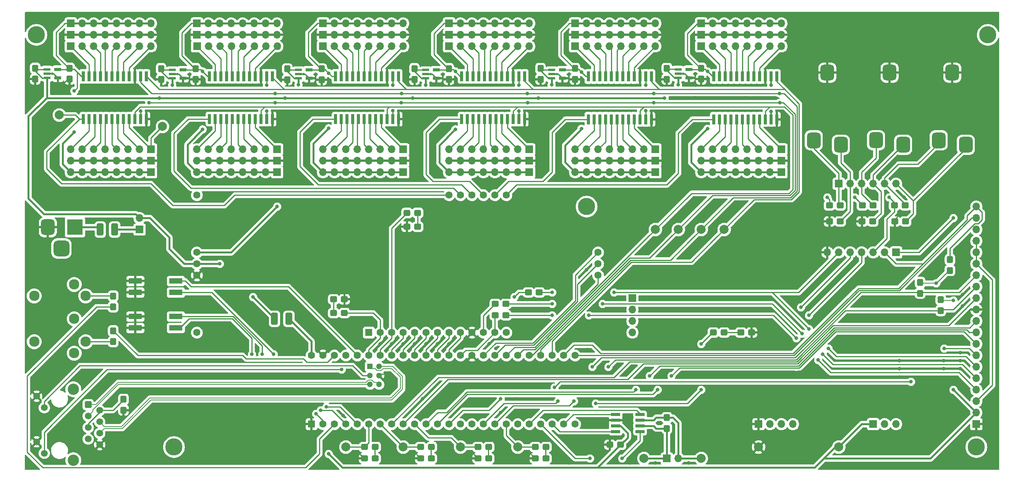
<source format=gbr>
%TF.SameCoordinates,Original*%
%TF.FileFunction,Copper,L1,Top*%
%TF.FilePolarity,Positive*%
%FSLAX46Y46*%
G04 Gerber Fmt 4.6, Leading zero omitted, Abs format (unit mm)*
G04 Created by KiCad (PCBNEW (7.0.0)) date 2023-11-17 04:08:32*
%MOMM*%
%LPD*%
G01*
G04 APERTURE LIST*
G04 Aperture macros list*
%AMRoundRect*
0 Rectangle with rounded corners*
0 $1 Rounding radius*
0 $2 $3 $4 $5 $6 $7 $8 $9 X,Y pos of 4 corners*
0 Add a 4 corners polygon primitive as box body*
4,1,4,$2,$3,$4,$5,$6,$7,$8,$9,$2,$3,0*
0 Add four circle primitives for the rounded corners*
1,1,$1+$1,$2,$3*
1,1,$1+$1,$4,$5*
1,1,$1+$1,$6,$7*
1,1,$1+$1,$8,$9*
0 Add four rect primitives between the rounded corners*
20,1,$1+$1,$2,$3,$4,$5,0*
20,1,$1+$1,$4,$5,$6,$7,0*
20,1,$1+$1,$6,$7,$8,$9,0*
20,1,$1+$1,$8,$9,$2,$3,0*%
G04 Aperture macros list end*
%TA.AperFunction,SMDPad,CuDef*%
%ADD10RoundRect,0.280800X-0.394200X0.469200X-0.394200X-0.469200X0.394200X-0.469200X0.394200X0.469200X0*%
%TD*%
%TA.AperFunction,ComponentPad*%
%ADD11R,3.500000X3.500000*%
%TD*%
%TA.AperFunction,ComponentPad*%
%ADD12RoundRect,0.750000X-0.750000X-1.000000X0.750000X-1.000000X0.750000X1.000000X-0.750000X1.000000X0*%
%TD*%
%TA.AperFunction,ComponentPad*%
%ADD13RoundRect,0.875000X-0.875000X-0.875000X0.875000X-0.875000X0.875000X0.875000X-0.875000X0.875000X0*%
%TD*%
%TA.AperFunction,SMDPad,CuDef*%
%ADD14RoundRect,0.287550X-0.387450X0.462450X-0.387450X-0.462450X0.387450X-0.462450X0.387450X0.462450X0*%
%TD*%
%TA.AperFunction,ComponentPad*%
%ADD15R,1.700000X1.700000*%
%TD*%
%TA.AperFunction,ComponentPad*%
%ADD16O,1.700000X1.700000*%
%TD*%
%TA.AperFunction,SMDPad,CuDef*%
%ADD17RoundRect,0.280800X0.469200X0.394200X-0.469200X0.394200X-0.469200X-0.394200X0.469200X-0.394200X0*%
%TD*%
%TA.AperFunction,SMDPad,CuDef*%
%ADD18RoundRect,0.280800X0.394200X-0.469200X0.394200X0.469200X-0.394200X0.469200X-0.394200X-0.469200X0*%
%TD*%
%TA.AperFunction,ComponentPad*%
%ADD19C,2.000000*%
%TD*%
%TA.AperFunction,ComponentPad*%
%ADD20R,1.600000X1.600000*%
%TD*%
%TA.AperFunction,ComponentPad*%
%ADD21C,1.600000*%
%TD*%
%TA.AperFunction,ComponentPad*%
%ADD22C,1.300000*%
%TD*%
%TA.AperFunction,ComponentPad*%
%ADD23R,1.300000X1.300000*%
%TD*%
%TA.AperFunction,SMDPad,CuDef*%
%ADD24R,3.000000X1.250000*%
%TD*%
%TA.AperFunction,ComponentPad*%
%ADD25C,2.600000*%
%TD*%
%TA.AperFunction,ConnectorPad*%
%ADD26C,3.800000*%
%TD*%
%TA.AperFunction,SMDPad,CuDef*%
%ADD27R,0.700000X2.250000*%
%TD*%
%TA.AperFunction,SMDPad,CuDef*%
%ADD28RoundRect,0.287550X0.462450X0.387450X-0.462450X0.387450X-0.462450X-0.387450X0.462450X-0.387450X0*%
%TD*%
%TA.AperFunction,SMDPad,CuDef*%
%ADD29RoundRect,0.280800X-0.469200X-0.394200X0.469200X-0.394200X0.469200X0.394200X-0.469200X0.394200X0*%
%TD*%
%TA.AperFunction,SMDPad,CuDef*%
%ADD30R,1.500000X0.600000*%
%TD*%
%TA.AperFunction,SMDPad,CuDef*%
%ADD31R,1.500000X0.750000*%
%TD*%
%TA.AperFunction,SMDPad,CuDef*%
%ADD32RoundRect,0.288462X-0.461538X-1.036538X0.461538X-1.036538X0.461538X1.036538X-0.461538X1.036538X0*%
%TD*%
%TA.AperFunction,SMDPad,CuDef*%
%ADD33RoundRect,0.287550X-0.462450X-0.387450X0.462450X-0.387450X0.462450X0.387450X-0.462450X0.387450X0*%
%TD*%
%TA.AperFunction,ComponentPad*%
%ADD34C,2.300000*%
%TD*%
%TA.AperFunction,SMDPad,CuDef*%
%ADD35R,2.000000X0.700000*%
%TD*%
%TA.AperFunction,ComponentPad*%
%ADD36RoundRect,0.250500X-0.499500X0.499500X-0.499500X-0.499500X0.499500X-0.499500X0.499500X0.499500X0*%
%TD*%
%TA.AperFunction,ComponentPad*%
%ADD37C,1.500000*%
%TD*%
%TA.AperFunction,ComponentPad*%
%ADD38C,2.500000*%
%TD*%
%TA.AperFunction,ViaPad*%
%ADD39C,0.800000*%
%TD*%
%TA.AperFunction,Conductor*%
%ADD40C,0.250000*%
%TD*%
%TA.AperFunction,Conductor*%
%ADD41C,0.400000*%
%TD*%
%TA.AperFunction,Conductor*%
%ADD42C,0.300000*%
%TD*%
%TA.AperFunction,Conductor*%
%ADD43C,0.200000*%
%TD*%
G04 APERTURE END LIST*
D10*
%TO.P,R1,1*%
%TO.N,Net-(J10-Pin_2)*%
X185420000Y-130626000D03*
%TO.P,R1,2*%
%TO.N,Net-(J10-Pin_1)*%
X185420000Y-133026000D03*
%TD*%
D11*
%TO.P,J1,1,VOUT*%
%TO.N,Net-(J1-VOUT)*%
X54257499Y-88391999D03*
D12*
%TO.P,J1,2,GND*%
%TO.N,GND*%
X48257500Y-88392000D03*
D13*
%TO.P,J1,3*%
%TO.N,N/C*%
X51257500Y-93092000D03*
%TD*%
D14*
%TO.P,C2,1*%
%TO.N,Net-(J4-Pin_1)*%
X53086000Y-53122000D03*
%TO.P,C2,2*%
%TO.N,GND*%
X53086000Y-55522000D03*
%TD*%
D15*
%TO.P,J17,1,Pin_1*%
%TO.N,GND*%
X81279999Y-45719999D03*
D16*
%TO.P,J17,2,Pin_2*%
X83819999Y-45719999D03*
%TO.P,J17,3,Pin_3*%
X86359999Y-45719999D03*
%TO.P,J17,4,Pin_4*%
X88899999Y-45719999D03*
%TO.P,J17,5,Pin_5*%
X91439999Y-45719999D03*
%TO.P,J17,6,Pin_6*%
X93979999Y-45719999D03*
%TO.P,J17,7,Pin_7*%
X96519999Y-45719999D03*
%TO.P,J17,8,Pin_8*%
X99059999Y-45719999D03*
%TD*%
D15*
%TO.P,J38,1,Pin_1*%
%TO.N,Net-(J38-Pin_1)*%
X182879999Y-71119999D03*
D16*
%TO.P,J38,2,Pin_2*%
%TO.N,Net-(J38-Pin_2)*%
X180339999Y-71119999D03*
%TO.P,J38,3,Pin_3*%
%TO.N,Net-(J38-Pin_3)*%
X177799999Y-71119999D03*
%TO.P,J38,4,Pin_4*%
%TO.N,Net-(J38-Pin_4)*%
X175259999Y-71119999D03*
%TO.P,J38,5,Pin_5*%
%TO.N,Net-(J38-Pin_5)*%
X172719999Y-71119999D03*
%TO.P,J38,6,Pin_6*%
%TO.N,Net-(J38-Pin_6)*%
X170179999Y-71119999D03*
%TO.P,J38,7,Pin_7*%
%TO.N,Net-(J38-Pin_7)*%
X167639999Y-71119999D03*
%TO.P,J38,8,Pin_8*%
%TO.N,Net-(J38-Pin_8)*%
X165099999Y-71119999D03*
%TD*%
D15*
%TO.P,J18,1,Pin_1*%
%TO.N,Net-(J18-Pin_1)*%
X99059999Y-76199999D03*
D16*
%TO.P,J18,2,Pin_2*%
X96519999Y-76199999D03*
%TO.P,J18,3,Pin_3*%
X93979999Y-76199999D03*
%TO.P,J18,4,Pin_4*%
X91439999Y-76199999D03*
%TO.P,J18,5,Pin_5*%
X88899999Y-76199999D03*
%TO.P,J18,6,Pin_6*%
X86359999Y-76199999D03*
%TO.P,J18,7,Pin_7*%
X83819999Y-76199999D03*
%TO.P,J18,8,Pin_8*%
X81279999Y-76199999D03*
%TD*%
D17*
%TO.P,R25,1*%
%TO.N,Net-(J46-Pin_3)*%
X231140000Y-83566000D03*
%TO.P,R25,2*%
%TO.N,Net-(J42-Pin_1)*%
X228740000Y-83566000D03*
%TD*%
D18*
%TO.P,R7,1*%
%TO.N,Net-(U7-1_MISO1_D6)*%
X62738000Y-106051200D03*
%TO.P,R7,2*%
%TO.N,Net-(U13-DATA)*%
X62738000Y-103651200D03*
%TD*%
D15*
%TO.P,J29,1,Pin_1*%
%TO.N,GND*%
X137159999Y-45719999D03*
D16*
%TO.P,J29,2,Pin_2*%
X139699999Y-45719999D03*
%TO.P,J29,3,Pin_3*%
X142239999Y-45719999D03*
%TO.P,J29,4,Pin_4*%
X144779999Y-45719999D03*
%TO.P,J29,5,Pin_5*%
X147319999Y-45719999D03*
%TO.P,J29,6,Pin_6*%
X149859999Y-45719999D03*
%TO.P,J29,7,Pin_7*%
X152399999Y-45719999D03*
%TO.P,J29,8,Pin_8*%
X154939999Y-45719999D03*
%TD*%
D14*
%TO.P,C7,1*%
%TO.N,+5V*%
X101294500Y-53254000D03*
%TO.P,C7,2*%
%TO.N,GND*%
X101294500Y-55654000D03*
%TD*%
D19*
%TO.P,TP14,1,1*%
%TO.N,Net-(U1-S2)*%
X193040000Y-88900000D03*
%TD*%
D20*
%TO.P,U7,1,GND*%
%TO.N,GND*%
X106679999Y-132079999D03*
D21*
%TO.P,U7,2,0_CS1_D7*%
%TO.N,Net-(U7-0_CS1_D7)*%
X109220000Y-132080000D03*
%TO.P,U7,3,1_MISO1_D6*%
%TO.N,Net-(U7-1_MISO1_D6)*%
X111760000Y-132080000D03*
%TO.P,U7,4,2_OUT2_D5*%
%TO.N,Net-(U7-2_OUT2_D5)*%
X114300000Y-132080000D03*
%TO.P,U7,5,3_LRCLK2_D4*%
%TO.N,Net-(U7-3_LRCLK2_D4)*%
X116840000Y-132080000D03*
%TO.P,U7,6,4_BCLK2_D3*%
%TO.N,Net-(D1-A)*%
X119380000Y-132080000D03*
%TO.P,U7,7,5_IN2_D2*%
%TO.N,Net-(D2-A)*%
X121920000Y-132080000D03*
%TO.P,U7,8,6_OUT1D_D1*%
%TO.N,Net-(U12-IRQ)*%
X124460000Y-132080000D03*
%TO.P,U7,9,7_OUT1A_D0*%
%TO.N,Net-(U12-LITE)*%
X127000000Y-132080000D03*
%TO.P,U7,10,8_IN1_GPUEN*%
%TO.N,Net-(D3-A)*%
X129540000Y-132080000D03*
%TO.P,U7,11,9_OUT1C_GPUOK*%
%TO.N,Net-(U12-RESET)*%
X132080000Y-132080000D03*
%TO.P,U7,12,10_CS*%
%TO.N,Net-(U12-D{slash}C)*%
X134620000Y-132080000D03*
%TO.P,U7,13,11_MOSI*%
%TO.N,Net-(U7-11_MOSI)*%
X137160000Y-132080000D03*
%TO.P,U7,14,12_MISO*%
%TO.N,Net-(U7-12_MISO)*%
X139700000Y-132080000D03*
%TO.P,U7,15,3.3V*%
%TO.N,unconnected-(U7-3.3V-Pad15)*%
X142240000Y-132080000D03*
%TO.P,U7,16,24_SCL2_A10*%
%TO.N,Net-(U12-SCL)*%
X144780000Y-132080000D03*
%TO.P,U7,17,25_SDA2_A11*%
%TO.N,Net-(U12-SDA)*%
X147320000Y-132080000D03*
%TO.P,U7,18,26_MOSI1_TFTRST*%
%TO.N,Net-(D4-A)*%
X149860000Y-132080000D03*
%TO.P,U7,19,27_SCK1_A13_TFCARDCS*%
%TO.N,Net-(U12-CS)*%
X152400000Y-132080000D03*
%TO.P,U7,20,28_RX7*%
%TO.N,Net-(U7-28_RX7)*%
X154940000Y-132080000D03*
%TO.P,U7,21,29_TX7*%
%TO.N,Net-(U7-29_TX7)*%
X157480000Y-132080000D03*
%TO.P,U7,22,30_CRX3*%
%TO.N,Net-(U7-30_CRX3)*%
X160020000Y-132080000D03*
%TO.P,U7,23,31_CTX3*%
%TO.N,Net-(U7-31_CTX3)*%
X162560000Y-132080000D03*
%TO.P,U7,24,32_OUT1B*%
%TO.N,Net-(D5-A)*%
X165100000Y-132080000D03*
D22*
%TO.P,U7,25,RX-*%
%TO.N,/RD-*%
X121650000Y-119278400D03*
D23*
%TO.P,U7,26,RX+*%
%TO.N,/RD+*%
X119649999Y-119278399D03*
D22*
%TO.P,U7,27,LED*%
%TO.N,Net-(J2-LEDG_A)*%
X119650000Y-121278400D03*
%TO.P,U7,28,GND*%
%TO.N,GND*%
X121650000Y-121278400D03*
%TO.P,U7,29,TX-*%
%TO.N,/TD-*%
X119650000Y-123278400D03*
%TO.P,U7,30,TX+*%
%TO.N,/TD+*%
X121650000Y-123278400D03*
D21*
%TO.P,U7,31,33_MCLK2_L0*%
%TO.N,Net-(J47-Pin_1)*%
X165100000Y-116840000D03*
%TO.P,U7,32,34_RC8_L1*%
%TO.N,Net-(J47-Pin_2)*%
X162560000Y-116840000D03*
%TO.P,U7,33,35_TX8_L2*%
%TO.N,Net-(U1-S3)*%
X160020000Y-116840000D03*
%TO.P,U7,34,36_CS_L3*%
%TO.N,Net-(U1-S2)*%
X157480000Y-116840000D03*
%TO.P,U7,35,37_CS_L4*%
%TO.N,Net-(U1-S1)*%
X154940000Y-116840000D03*
%TO.P,U7,36,38_A14_L5*%
%TO.N,Net-(U1-S0)*%
X152400000Y-116840000D03*
%TO.P,U7,37,39_A15_L6*%
%TO.N,Net-(U7-39_A15_L6)*%
X149860000Y-116840000D03*
%TO.P,U7,38,40_A16_L7*%
%TO.N,Net-(U7-40_A16_L7)*%
X147320000Y-116840000D03*
%TO.P,U7,39,41_A17*%
%TO.N,Net-(U7-41_A17)*%
X144780000Y-116840000D03*
%TO.P,U7,40,GND*%
%TO.N,GND*%
X142240000Y-116840000D03*
%TO.P,U7,41,13_SCK*%
%TO.N,Net-(U7-13_SCK)*%
X139700000Y-116840000D03*
%TO.P,U7,42,14_A0*%
%TO.N,Net-(U7-14_A0)*%
X137160000Y-116840000D03*
%TO.P,U7,43,15_A1*%
%TO.N,Net-(U7-15_A1)*%
X134620000Y-116840000D03*
%TO.P,U7,44,16_A2*%
%TO.N,Net-(U7-16_A2)*%
X132080000Y-116840000D03*
%TO.P,U7,45,17_A3*%
%TO.N,Net-(U7-17_A3)*%
X129540000Y-116840000D03*
%TO.P,U7,46,18_SDA_A4*%
%TO.N,Net-(U7-18_SDA_A4)*%
X127000000Y-116840000D03*
%TO.P,U7,47,19_SCL_A5*%
%TO.N,Net-(U7-19_SCL_A5)*%
X124460000Y-116840000D03*
%TO.P,U7,48,20_A6_TP0*%
%TO.N,Net-(D6-A)*%
X121920000Y-116840000D03*
%TO.P,U7,49,21_A7_TP1*%
%TO.N,Net-(D7-A)*%
X119380000Y-116840000D03*
%TO.P,U7,50,22_A8_TP2*%
%TO.N,Net-(U7-22_A8_TP2)*%
X116840000Y-116840000D03*
%TO.P,U7,51,23_A9_TP3*%
%TO.N,Net-(J2-LEDY_A)*%
X114300000Y-116840000D03*
%TO.P,U7,52,3.3VOUT*%
%TO.N,Net-(J48-Pin_1)*%
X111760000Y-116840000D03*
%TO.P,U7,53,GND*%
%TO.N,GND*%
X109220000Y-116840000D03*
%TO.P,U7,54,5VI/O*%
%TO.N,Net-(U7-5VI{slash}O)*%
X106680000Y-116840000D03*
%TD*%
D19*
%TO.P,TP22,1,1*%
%TO.N,Net-(J48-Pin_1)*%
X223520000Y-137160000D03*
%TD*%
D24*
%TO.P,SW1,1*%
%TO.N,Net-(U7-3_LRCLK2_D4)*%
X76635999Y-102869999D03*
%TO.P,SW1,2*%
%TO.N,Net-(U7-22_A8_TP2)*%
X76635999Y-100329999D03*
%TO.P,SW1,3*%
%TO.N,GND*%
X67635999Y-100329999D03*
%TO.P,SW1,4*%
X67635999Y-102869999D03*
%TD*%
D14*
%TO.P,C3,1*%
%TO.N,Net-(J2-RCT)*%
X65024000Y-126562000D03*
%TO.P,C3,2*%
%TO.N,GND*%
X65024000Y-128962000D03*
%TD*%
D25*
%TO.P,H1,1*%
%TO.N,N/C*%
X45720000Y-45720000D03*
D26*
X45720000Y-45720000D03*
%TD*%
D15*
%TO.P,J19,1,Pin_1*%
%TO.N,Net-(J18-Pin_1)*%
X81279999Y-43179999D03*
D16*
%TO.P,J19,2,Pin_2*%
X83819999Y-43179999D03*
%TO.P,J19,3,Pin_3*%
X86359999Y-43179999D03*
%TO.P,J19,4,Pin_4*%
X88899999Y-43179999D03*
%TO.P,J19,5,Pin_5*%
X91439999Y-43179999D03*
%TO.P,J19,6,Pin_6*%
X93979999Y-43179999D03*
%TO.P,J19,7,Pin_7*%
X96519999Y-43179999D03*
%TO.P,J19,8,Pin_8*%
X99059999Y-43179999D03*
%TD*%
D27*
%TO.P,U1,1,COM*%
%TO.N,Net-(U1-COM)*%
X56133999Y-64414399D03*
%TO.P,U1,2,I7*%
%TO.N,Net-(J8-Pin_8)*%
X57403999Y-64414399D03*
%TO.P,U1,3,I6*%
%TO.N,Net-(J8-Pin_7)*%
X58673999Y-64414399D03*
%TO.P,U1,4,I5*%
%TO.N,Net-(J8-Pin_6)*%
X59943999Y-64414399D03*
%TO.P,U1,5,I4*%
%TO.N,Net-(J8-Pin_5)*%
X61213999Y-64414399D03*
%TO.P,U1,6,I3*%
%TO.N,Net-(J8-Pin_4)*%
X62483999Y-64414399D03*
%TO.P,U1,7,I2*%
%TO.N,Net-(J8-Pin_3)*%
X63753999Y-64414399D03*
%TO.P,U1,8,I1*%
%TO.N,Net-(J8-Pin_2)*%
X65023999Y-64414399D03*
%TO.P,U1,9,I0*%
%TO.N,Net-(J8-Pin_1)*%
X66293999Y-64414399D03*
%TO.P,U1,10,S0*%
%TO.N,Net-(U1-S0)*%
X67563999Y-64414399D03*
%TO.P,U1,11,S1*%
%TO.N,Net-(U1-S1)*%
X68833999Y-64414399D03*
%TO.P,U1,12,GND*%
%TO.N,GND*%
X70103999Y-64414399D03*
%TO.P,U1,13,S3*%
%TO.N,Net-(U1-S3)*%
X70103999Y-54914399D03*
%TO.P,U1,14,S2*%
%TO.N,Net-(U1-S2)*%
X68833999Y-54914399D03*
%TO.P,U1,15,E*%
%TO.N,GND*%
X67563999Y-54914399D03*
%TO.P,U1,16,I15*%
%TO.N,Net-(J9-Pin_8)*%
X66293999Y-54914399D03*
%TO.P,U1,17,I14*%
%TO.N,Net-(J9-Pin_7)*%
X65023999Y-54914399D03*
%TO.P,U1,18,I13*%
%TO.N,Net-(J9-Pin_6)*%
X63753999Y-54914399D03*
%TO.P,U1,19,I12*%
%TO.N,Net-(J9-Pin_5)*%
X62483999Y-54914399D03*
%TO.P,U1,20,I11*%
%TO.N,Net-(J9-Pin_4)*%
X61213999Y-54914399D03*
%TO.P,U1,21,I10*%
%TO.N,Net-(J9-Pin_3)*%
X59943999Y-54914399D03*
%TO.P,U1,22,I9*%
%TO.N,Net-(J9-Pin_2)*%
X58673999Y-54914399D03*
%TO.P,U1,23,I8*%
%TO.N,Net-(J9-Pin_1)*%
X57403999Y-54914399D03*
%TO.P,U1,24,VCC*%
%TO.N,Net-(J4-Pin_1)*%
X56133999Y-54914399D03*
%TD*%
D15*
%TO.P,U12,1,GND*%
%TO.N,GND*%
X253999999Y-132079999D03*
D16*
%TO.P,U12,2,Vin_3.3V*%
%TO.N,Net-(J48-Pin_1)*%
X253999999Y-129539999D03*
%TO.P,U12,3,3Vo*%
%TO.N,Net-(U12-3Vo)*%
X253999999Y-126999999D03*
%TO.P,U12,4,CLK*%
%TO.N,Net-(J47-Pin_5)*%
X253999999Y-124459999D03*
%TO.P,U12,5,MISO*%
%TO.N,Net-(J47-Pin_4)*%
X253999999Y-121919999D03*
%TO.P,U12,6,MOSI*%
%TO.N,Net-(J47-Pin_6)*%
X253999999Y-119379999D03*
%TO.P,U12,7,CS*%
%TO.N,Net-(U12-CS)*%
X253999999Y-116839999D03*
%TO.P,U12,8,D/C*%
%TO.N,Net-(U12-D{slash}C)*%
X253999999Y-114299999D03*
%TO.P,U12,9,RESET*%
%TO.N,Net-(U12-RESET)*%
X253999999Y-111759999D03*
%TO.P,U12,10,LITE*%
%TO.N,Net-(U12-LITE)*%
X253999999Y-109219999D03*
%TO.P,U12,11,GND*%
%TO.N,GND*%
X253999999Y-106679999D03*
%TO.P,U12,12,IRQ*%
%TO.N,Net-(U12-IRQ)*%
X253999999Y-104139999D03*
%TO.P,U12,13,SDA*%
%TO.N,Net-(U12-SDA)*%
X253999999Y-101599999D03*
%TO.P,U12,14,SCL*%
%TO.N,Net-(U12-SCL)*%
X253999999Y-99059999D03*
%TO.P,U12,15,IM3*%
%TO.N,Net-(U12-3Vo)*%
X253999999Y-96519999D03*
%TO.P,U12,16,IM2*%
X253999999Y-93979999D03*
%TO.P,U12,17,IM1*%
X253999999Y-91439999D03*
%TO.P,U12,18,IM0*%
%TO.N,unconnected-(U12-IM0-Pad18)*%
X253999999Y-88899999D03*
%TO.P,U12,19,CARD_CS*%
%TO.N,Net-(J47-Pin_1)*%
X253999999Y-86359999D03*
%TO.P,U12,20,CARD_Detect*%
%TO.N,Net-(J47-Pin_2)*%
X253999999Y-83819999D03*
%TD*%
D15*
%TO.P,J4,1,Pin_1*%
%TO.N,Net-(J4-Pin_1)*%
X71119999Y-76199999D03*
D16*
%TO.P,J4,2,Pin_2*%
X68579999Y-76199999D03*
%TO.P,J4,3,Pin_3*%
X66039999Y-76199999D03*
%TO.P,J4,4,Pin_4*%
X63499999Y-76199999D03*
%TO.P,J4,5,Pin_5*%
X60959999Y-76199999D03*
%TO.P,J4,6,Pin_6*%
X58419999Y-76199999D03*
%TO.P,J4,7,Pin_7*%
X55879999Y-76199999D03*
%TO.P,J4,8,Pin_8*%
X53339999Y-76199999D03*
%TD*%
D19*
%TO.P,TP19,1,1*%
%TO.N,Net-(J8-Pin_1)*%
X73660000Y-66040000D03*
%TD*%
D10*
%TO.P,R9,1*%
%TO.N,Net-(J48-Pin_1)*%
X241554000Y-100648000D03*
%TO.P,R9,2*%
%TO.N,Net-(U12-SCL)*%
X241554000Y-103048000D03*
%TD*%
D15*
%TO.P,J32,1,Pin_1*%
%TO.N,Net-(J32-Pin_1)*%
X154939999Y-71119999D03*
D16*
%TO.P,J32,2,Pin_2*%
%TO.N,Net-(J32-Pin_2)*%
X152399999Y-71119999D03*
%TO.P,J32,3,Pin_3*%
%TO.N,Net-(J32-Pin_3)*%
X149859999Y-71119999D03*
%TO.P,J32,4,Pin_4*%
%TO.N,Net-(J32-Pin_4)*%
X147319999Y-71119999D03*
%TO.P,J32,5,Pin_5*%
%TO.N,Net-(J32-Pin_5)*%
X144779999Y-71119999D03*
%TO.P,J32,6,Pin_6*%
%TO.N,Net-(J32-Pin_6)*%
X142239999Y-71119999D03*
%TO.P,J32,7,Pin_7*%
%TO.N,Net-(J32-Pin_7)*%
X139699999Y-71119999D03*
%TO.P,J32,8,Pin_8*%
%TO.N,Net-(J32-Pin_8)*%
X137159999Y-71119999D03*
%TD*%
D28*
%TO.P,D2,1,K*%
%TO.N,Net-(D2-K)*%
X133280000Y-137160000D03*
%TO.P,D2,2,A*%
%TO.N,Net-(D2-A)*%
X130880000Y-137160000D03*
%TD*%
D25*
%TO.P,H2,1*%
%TO.N,N/C*%
X76200000Y-137160000D03*
D26*
X76200000Y-137160000D03*
%TD*%
D19*
%TO.P,TP12,1,1*%
%TO.N,Net-(U1-S0)*%
X182880000Y-88900000D03*
%TD*%
D27*
%TO.P,U5,1,COM*%
%TO.N,Net-(U5-COM)*%
X168020999Y-64439999D03*
%TO.P,U5,2,I7*%
%TO.N,Net-(J38-Pin_8)*%
X169290999Y-64439999D03*
%TO.P,U5,3,I6*%
%TO.N,Net-(J38-Pin_7)*%
X170560999Y-64439999D03*
%TO.P,U5,4,I5*%
%TO.N,Net-(J38-Pin_6)*%
X171830999Y-64439999D03*
%TO.P,U5,5,I4*%
%TO.N,Net-(J38-Pin_5)*%
X173100999Y-64439999D03*
%TO.P,U5,6,I3*%
%TO.N,Net-(J38-Pin_4)*%
X174370999Y-64439999D03*
%TO.P,U5,7,I2*%
%TO.N,Net-(J38-Pin_3)*%
X175640999Y-64439999D03*
%TO.P,U5,8,I1*%
%TO.N,Net-(J38-Pin_2)*%
X176910999Y-64439999D03*
%TO.P,U5,9,I0*%
%TO.N,Net-(J38-Pin_1)*%
X178180999Y-64439999D03*
%TO.P,U5,10,S0*%
%TO.N,Net-(U1-S0)*%
X179450999Y-64439999D03*
%TO.P,U5,11,S1*%
%TO.N,Net-(U1-S1)*%
X180720999Y-64439999D03*
%TO.P,U5,12,GND*%
%TO.N,GND*%
X181990999Y-64439999D03*
%TO.P,U5,13,S3*%
%TO.N,Net-(U1-S3)*%
X181990999Y-54939999D03*
%TO.P,U5,14,S2*%
%TO.N,Net-(U1-S2)*%
X180720999Y-54939999D03*
%TO.P,U5,15,E*%
%TO.N,GND*%
X179450999Y-54939999D03*
%TO.P,U5,16,I15*%
%TO.N,Net-(J39-Pin_8)*%
X178180999Y-54939999D03*
%TO.P,U5,17,I14*%
%TO.N,Net-(J39-Pin_7)*%
X176910999Y-54939999D03*
%TO.P,U5,18,I13*%
%TO.N,Net-(J39-Pin_6)*%
X175640999Y-54939999D03*
%TO.P,U5,19,I12*%
%TO.N,Net-(J39-Pin_5)*%
X174370999Y-54939999D03*
%TO.P,U5,20,I11*%
%TO.N,Net-(J39-Pin_4)*%
X173100999Y-54939999D03*
%TO.P,U5,21,I10*%
%TO.N,Net-(J39-Pin_3)*%
X171830999Y-54939999D03*
%TO.P,U5,22,I9*%
%TO.N,Net-(J39-Pin_2)*%
X170560999Y-54939999D03*
%TO.P,U5,23,I8*%
%TO.N,Net-(J39-Pin_1)*%
X169290999Y-54939999D03*
%TO.P,U5,24,VCC*%
%TO.N,Net-(J36-Pin_1)*%
X168020999Y-54939999D03*
%TD*%
D29*
%TO.P,R12,1*%
%TO.N,Net-(U7-12_MISO)*%
X147390000Y-105410000D03*
%TO.P,R12,2*%
%TO.N,Net-(J47-Pin_4)*%
X149790000Y-105410000D03*
%TD*%
D15*
%TO.P,J31,1,Pin_1*%
%TO.N,Net-(J30-Pin_1)*%
X137159999Y-43179999D03*
D16*
%TO.P,J31,2,Pin_2*%
X139699999Y-43179999D03*
%TO.P,J31,3,Pin_3*%
X142239999Y-43179999D03*
%TO.P,J31,4,Pin_4*%
X144779999Y-43179999D03*
%TO.P,J31,5,Pin_5*%
X147319999Y-43179999D03*
%TO.P,J31,6,Pin_6*%
X149859999Y-43179999D03*
%TO.P,J31,7,Pin_7*%
X152399999Y-43179999D03*
%TO.P,J31,8,Pin_8*%
X154939999Y-43179999D03*
%TD*%
D15*
%TO.P,J35,1,Pin_1*%
%TO.N,GND*%
X165099999Y-45719999D03*
D16*
%TO.P,J35,2,Pin_2*%
X167639999Y-45719999D03*
%TO.P,J35,3,Pin_3*%
X170179999Y-45719999D03*
%TO.P,J35,4,Pin_4*%
X172719999Y-45719999D03*
%TO.P,J35,5,Pin_5*%
X175259999Y-45719999D03*
%TO.P,J35,6,Pin_6*%
X177799999Y-45719999D03*
%TO.P,J35,7,Pin_7*%
X180339999Y-45719999D03*
%TO.P,J35,8,Pin_8*%
X182879999Y-45719999D03*
%TD*%
D14*
%TO.P,C12,1*%
%TO.N,Net-(J36-Pin_1)*%
X165037500Y-53156000D03*
%TO.P,C12,2*%
%TO.N,GND*%
X165037500Y-55556000D03*
%TD*%
D15*
%TO.P,J41,1,Pin_1*%
%TO.N,GND*%
X193039999Y-45719999D03*
D16*
%TO.P,J41,2,Pin_2*%
X195579999Y-45719999D03*
%TO.P,J41,3,Pin_3*%
X198119999Y-45719999D03*
%TO.P,J41,4,Pin_4*%
X200659999Y-45719999D03*
%TO.P,J41,5,Pin_5*%
X203199999Y-45719999D03*
%TO.P,J41,6,Pin_6*%
X205739999Y-45719999D03*
%TO.P,J41,7,Pin_7*%
X208279999Y-45719999D03*
%TO.P,J41,8,Pin_8*%
X210819999Y-45719999D03*
%TD*%
D14*
%TO.P,C8,1*%
%TO.N,Net-(J24-Pin_1)*%
X108914500Y-53254000D03*
%TO.P,C8,2*%
%TO.N,GND*%
X108914500Y-55654000D03*
%TD*%
D15*
%TO.P,J25,1,Pin_1*%
%TO.N,Net-(J24-Pin_1)*%
X109219999Y-43179999D03*
D16*
%TO.P,J25,2,Pin_2*%
X111759999Y-43179999D03*
%TO.P,J25,3,Pin_3*%
X114299999Y-43179999D03*
%TO.P,J25,4,Pin_4*%
X116839999Y-43179999D03*
%TO.P,J25,5,Pin_5*%
X119379999Y-43179999D03*
%TO.P,J25,6,Pin_6*%
X121919999Y-43179999D03*
%TO.P,J25,7,Pin_7*%
X124459999Y-43179999D03*
%TO.P,J25,8,Pin_8*%
X126999999Y-43179999D03*
%TD*%
D25*
%TO.P,H3,1*%
%TO.N,N/C*%
X254000000Y-137160000D03*
D26*
X254000000Y-137160000D03*
%TD*%
D15*
%TO.P,J21,1,Pin_1*%
%TO.N,Net-(J21-Pin_1)*%
X81309999Y-48259999D03*
D16*
%TO.P,J21,2,Pin_2*%
%TO.N,Net-(J21-Pin_2)*%
X83849999Y-48259999D03*
%TO.P,J21,3,Pin_3*%
%TO.N,Net-(J21-Pin_3)*%
X86389999Y-48259999D03*
%TO.P,J21,4,Pin_4*%
%TO.N,Net-(J21-Pin_4)*%
X88929999Y-48259999D03*
%TO.P,J21,5,Pin_5*%
%TO.N,Net-(J21-Pin_5)*%
X91469999Y-48259999D03*
%TO.P,J21,6,Pin_6*%
%TO.N,Net-(J21-Pin_6)*%
X94009999Y-48259999D03*
%TO.P,J21,7,Pin_7*%
%TO.N,Net-(J21-Pin_7)*%
X96549999Y-48259999D03*
%TO.P,J21,8,Pin_8*%
%TO.N,Net-(J21-Pin_8)*%
X99089999Y-48259999D03*
%TD*%
D15*
%TO.P,J42,1,Pin_1*%
%TO.N,Net-(J42-Pin_1)*%
X210819999Y-76199999D03*
D16*
%TO.P,J42,2,Pin_2*%
X208279999Y-76199999D03*
%TO.P,J42,3,Pin_3*%
X205739999Y-76199999D03*
%TO.P,J42,4,Pin_4*%
X203199999Y-76199999D03*
%TO.P,J42,5,Pin_5*%
X200659999Y-76199999D03*
%TO.P,J42,6,Pin_6*%
X198119999Y-76199999D03*
%TO.P,J42,7,Pin_7*%
X195579999Y-76199999D03*
%TO.P,J42,8,Pin_8*%
X193039999Y-76199999D03*
%TD*%
D20*
%TO.P,U9,1,v33d*%
%TO.N,Net-(J48-Pin_1)*%
X119379999Y-111759999D03*
D21*
%TO.P,U9,2,x0*%
%TO.N,Net-(D7-A)*%
X121920000Y-111760000D03*
%TO.P,U9,3,x1*%
%TO.N,Net-(D6-A)*%
X124460000Y-111760000D03*
%TO.P,U9,4,x2*%
%TO.N,Net-(U7-19_SCL_A5)*%
X127000000Y-111760000D03*
%TO.P,U9,5,x3*%
%TO.N,Net-(U7-18_SDA_A4)*%
X129540000Y-111760000D03*
%TO.P,U9,6,x4*%
%TO.N,Net-(U7-17_A3)*%
X132080000Y-111760000D03*
%TO.P,U9,7,x5*%
%TO.N,Net-(U7-16_A2)*%
X134620000Y-111760000D03*
%TO.P,U9,8,x6*%
%TO.N,Net-(U7-15_A1)*%
X137160000Y-111760000D03*
%TO.P,U9,9,x7*%
%TO.N,Net-(U7-14_A0)*%
X139700000Y-111760000D03*
%TO.P,U9,10,gnd*%
%TO.N,GND*%
X142240000Y-111760000D03*
%TO.P,U9,11,dout*%
%TO.N,Net-(U7-12_MISO)*%
X144780000Y-111760000D03*
%TO.P,U9,12,sclk*%
%TO.N,Net-(U7-13_SCK)*%
X147320000Y-111760000D03*
%TO.P,U9,13,din*%
%TO.N,Net-(U7-11_MOSI)*%
X149860000Y-111760000D03*
%TO.P,U9,14,x8*%
%TO.N,Net-(U7-39_A15_L6)*%
X170180000Y-99060000D03*
%TO.P,U9,15,x9*%
%TO.N,Net-(U7-40_A16_L7)*%
X170180000Y-96520000D03*
%TO.P,U9,16,x10*%
%TO.N,Net-(U7-41_A17)*%
X170180000Y-93980000D03*
%TO.P,U9,17,ain5*%
%TO.N,Net-(U6-COM)*%
X149860000Y-81280000D03*
%TO.P,U9,18,ain4*%
%TO.N,Net-(U5-COM)*%
X147320000Y-81280000D03*
%TO.P,U9,19,ain3*%
%TO.N,Net-(U4-COM)*%
X144780000Y-81280000D03*
%TO.P,U9,20,ain2*%
%TO.N,Net-(U3-COM)*%
X142240000Y-81280000D03*
%TO.P,U9,21,ain1*%
%TO.N,Net-(U2-COM)*%
X139700000Y-81280000D03*
%TO.P,U9,22,ain0*%
%TO.N,Net-(U1-COM)*%
X137160000Y-81280000D03*
%TO.P,U9,23,nc0*%
%TO.N,unconnected-(U9-nc0-Pad23)*%
X81280000Y-81280000D03*
%TO.P,U9,24,v33a*%
%TO.N,Net-(J18-Pin_1)*%
X81280000Y-93980000D03*
%TO.P,U9,25,v5*%
%TO.N,+5V*%
X81280000Y-96520000D03*
%TO.P,U9,26,gnd*%
%TO.N,GND*%
X81280000Y-99060000D03*
%TO.P,U9,27,nc1*%
%TO.N,unconnected-(U9-nc1-Pad27)*%
X81280000Y-111760000D03*
%TD*%
D15*
%TO.P,J30,1,Pin_1*%
%TO.N,Net-(J30-Pin_1)*%
X154939999Y-76199999D03*
D16*
%TO.P,J30,2,Pin_2*%
X152399999Y-76199999D03*
%TO.P,J30,3,Pin_3*%
X149859999Y-76199999D03*
%TO.P,J30,4,Pin_4*%
X147319999Y-76199999D03*
%TO.P,J30,5,Pin_5*%
X144779999Y-76199999D03*
%TO.P,J30,6,Pin_6*%
X142239999Y-76199999D03*
%TO.P,J30,7,Pin_7*%
X139699999Y-76199999D03*
%TO.P,J30,8,Pin_8*%
X137159999Y-76199999D03*
%TD*%
D15*
%TO.P,J40,1,Pin_1*%
%TO.N,GND*%
X210819999Y-73659999D03*
D16*
%TO.P,J40,2,Pin_2*%
X208279999Y-73659999D03*
%TO.P,J40,3,Pin_3*%
X205739999Y-73659999D03*
%TO.P,J40,4,Pin_4*%
X203199999Y-73659999D03*
%TO.P,J40,5,Pin_5*%
X200659999Y-73659999D03*
%TO.P,J40,6,Pin_6*%
X198119999Y-73659999D03*
%TO.P,J40,7,Pin_7*%
X195579999Y-73659999D03*
%TO.P,J40,8,Pin_8*%
X193039999Y-73659999D03*
%TD*%
D27*
%TO.P,U4,1,COM*%
%TO.N,Net-(U4-COM)*%
X139953999Y-64414399D03*
%TO.P,U4,2,I7*%
%TO.N,Net-(J32-Pin_8)*%
X141223999Y-64414399D03*
%TO.P,U4,3,I6*%
%TO.N,Net-(J32-Pin_7)*%
X142493999Y-64414399D03*
%TO.P,U4,4,I5*%
%TO.N,Net-(J32-Pin_6)*%
X143763999Y-64414399D03*
%TO.P,U4,5,I4*%
%TO.N,Net-(J32-Pin_5)*%
X145033999Y-64414399D03*
%TO.P,U4,6,I3*%
%TO.N,Net-(J32-Pin_4)*%
X146303999Y-64414399D03*
%TO.P,U4,7,I2*%
%TO.N,Net-(J32-Pin_3)*%
X147573999Y-64414399D03*
%TO.P,U4,8,I1*%
%TO.N,Net-(J32-Pin_2)*%
X148843999Y-64414399D03*
%TO.P,U4,9,I0*%
%TO.N,Net-(J32-Pin_1)*%
X150113999Y-64414399D03*
%TO.P,U4,10,S0*%
%TO.N,Net-(U1-S0)*%
X151383999Y-64414399D03*
%TO.P,U4,11,S1*%
%TO.N,Net-(U1-S1)*%
X152653999Y-64414399D03*
%TO.P,U4,12,GND*%
%TO.N,GND*%
X153923999Y-64414399D03*
%TO.P,U4,13,S3*%
%TO.N,Net-(U1-S3)*%
X153923999Y-54914399D03*
%TO.P,U4,14,S2*%
%TO.N,Net-(U1-S2)*%
X152653999Y-54914399D03*
%TO.P,U4,15,E*%
%TO.N,GND*%
X151383999Y-54914399D03*
%TO.P,U4,16,I15*%
%TO.N,Net-(J33-Pin_8)*%
X150113999Y-54914399D03*
%TO.P,U4,17,I14*%
%TO.N,Net-(J33-Pin_7)*%
X148843999Y-54914399D03*
%TO.P,U4,18,I13*%
%TO.N,Net-(J33-Pin_6)*%
X147573999Y-54914399D03*
%TO.P,U4,19,I12*%
%TO.N,Net-(J33-Pin_5)*%
X146303999Y-54914399D03*
%TO.P,U4,20,I11*%
%TO.N,Net-(J33-Pin_4)*%
X145033999Y-54914399D03*
%TO.P,U4,21,I10*%
%TO.N,Net-(J33-Pin_3)*%
X143763999Y-54914399D03*
%TO.P,U4,22,I9*%
%TO.N,Net-(J33-Pin_2)*%
X142493999Y-54914399D03*
%TO.P,U4,23,I8*%
%TO.N,Net-(J33-Pin_1)*%
X141223999Y-54914399D03*
%TO.P,U4,24,VCC*%
%TO.N,Net-(J30-Pin_1)*%
X139953999Y-54914399D03*
%TD*%
D30*
%TO.P,U18,1,IN*%
%TO.N,+5V*%
X159905999Y-53471999D03*
%TO.P,U18,2,GND*%
%TO.N,GND*%
X159905999Y-54421999D03*
%TO.P,U18,3,EN*%
%TO.N,+5V*%
X159905999Y-55371999D03*
D31*
%TO.P,U18,4,NC*%
%TO.N,GND*%
X162305999Y-55371999D03*
%TO.P,U18,5,OUT*%
%TO.N,Net-(J36-Pin_1)*%
X162305999Y-53471999D03*
%TD*%
D25*
%TO.P,H5,1*%
%TO.N,N/C*%
X167640000Y-83820000D03*
D26*
X167640000Y-83820000D03*
%TD*%
D14*
%TO.P,C11,1*%
%TO.N,+5V*%
X157417500Y-53156000D03*
%TO.P,C11,2*%
%TO.N,GND*%
X157417500Y-55556000D03*
%TD*%
D17*
%TO.P,R22,1*%
%TO.N,Net-(J46-Pin_2)*%
X223844000Y-87122000D03*
%TO.P,R22,2*%
%TO.N,GND*%
X221444000Y-87122000D03*
%TD*%
D10*
%TO.P,R10,1*%
%TO.N,Net-(J48-Pin_1)*%
X246126000Y-104480000D03*
%TO.P,R10,2*%
%TO.N,Net-(U12-SDA)*%
X246126000Y-106880000D03*
%TD*%
D32*
%TO.P,F2,1*%
%TO.N,+5V*%
X98476000Y-108712000D03*
%TO.P,F2,2*%
%TO.N,Net-(U7-5VI{slash}O)*%
X101676000Y-108712000D03*
%TD*%
D14*
%TO.P,C6,1*%
%TO.N,Net-(J18-Pin_1)*%
X80963500Y-53222000D03*
%TO.P,C6,2*%
%TO.N,GND*%
X80963500Y-55622000D03*
%TD*%
D15*
%TO.P,J43,1,Pin_1*%
%TO.N,Net-(J42-Pin_1)*%
X193039999Y-43179999D03*
D16*
%TO.P,J43,2,Pin_2*%
X195579999Y-43179999D03*
%TO.P,J43,3,Pin_3*%
X198119999Y-43179999D03*
%TO.P,J43,4,Pin_4*%
X200659999Y-43179999D03*
%TO.P,J43,5,Pin_5*%
X203199999Y-43179999D03*
%TO.P,J43,6,Pin_6*%
X205739999Y-43179999D03*
%TO.P,J43,7,Pin_7*%
X208279999Y-43179999D03*
%TO.P,J43,8,Pin_8*%
X210819999Y-43179999D03*
%TD*%
D15*
%TO.P,J46,1,Pin_1*%
%TO.N,Net-(J46-Pin_1)*%
X223519999Y-78739999D03*
D16*
%TO.P,J46,2,Pin_2*%
%TO.N,Net-(J46-Pin_2)*%
X226059999Y-78739999D03*
%TO.P,J46,3,Pin_3*%
%TO.N,Net-(J46-Pin_3)*%
X228599999Y-78739999D03*
%TO.P,J46,4,Pin_4*%
%TO.N,Net-(J46-Pin_4)*%
X231139999Y-78739999D03*
%TO.P,J46,5,Pin_5*%
%TO.N,Net-(J46-Pin_5)*%
X233679999Y-78739999D03*
%TO.P,J46,6,Pin_6*%
%TO.N,Net-(J46-Pin_6)*%
X236219999Y-78739999D03*
%TD*%
D15*
%TO.P,J16,1,Pin_1*%
%TO.N,GND*%
X99059999Y-73659999D03*
D16*
%TO.P,J16,2,Pin_2*%
X96519999Y-73659999D03*
%TO.P,J16,3,Pin_3*%
X93979999Y-73659999D03*
%TO.P,J16,4,Pin_4*%
X91439999Y-73659999D03*
%TO.P,J16,5,Pin_5*%
X88899999Y-73659999D03*
%TO.P,J16,6,Pin_6*%
X86359999Y-73659999D03*
%TO.P,J16,7,Pin_7*%
X83819999Y-73659999D03*
%TO.P,J16,8,Pin_8*%
X81279999Y-73659999D03*
%TD*%
D28*
%TO.P,D3,1,K*%
%TO.N,Net-(D3-K)*%
X145980000Y-137160000D03*
%TO.P,D3,2,A*%
%TO.N,Net-(D3-A)*%
X143580000Y-137160000D03*
%TD*%
D15*
%TO.P,J26,1,Pin_1*%
%TO.N,Net-(J26-Pin_1)*%
X126999999Y-71119999D03*
D16*
%TO.P,J26,2,Pin_2*%
%TO.N,Net-(J26-Pin_2)*%
X124459999Y-71119999D03*
%TO.P,J26,3,Pin_3*%
%TO.N,Net-(J26-Pin_3)*%
X121919999Y-71119999D03*
%TO.P,J26,4,Pin_4*%
%TO.N,Net-(J26-Pin_4)*%
X119379999Y-71119999D03*
%TO.P,J26,5,Pin_5*%
%TO.N,Net-(J26-Pin_5)*%
X116839999Y-71119999D03*
%TO.P,J26,6,Pin_6*%
%TO.N,Net-(J26-Pin_6)*%
X114299999Y-71119999D03*
%TO.P,J26,7,Pin_7*%
%TO.N,Net-(J26-Pin_7)*%
X111759999Y-71119999D03*
%TO.P,J26,8,Pin_8*%
%TO.N,Net-(J26-Pin_8)*%
X109219999Y-71119999D03*
%TD*%
D19*
%TO.P,TP5,1,1*%
%TO.N,Net-(U1-COM)*%
X50800000Y-63500000D03*
%TD*%
D15*
%TO.P,J28,1,Pin_1*%
%TO.N,GND*%
X154939999Y-73659999D03*
D16*
%TO.P,J28,2,Pin_2*%
X152399999Y-73659999D03*
%TO.P,J28,3,Pin_3*%
X149859999Y-73659999D03*
%TO.P,J28,4,Pin_4*%
X147319999Y-73659999D03*
%TO.P,J28,5,Pin_5*%
X144779999Y-73659999D03*
%TO.P,J28,6,Pin_6*%
X142239999Y-73659999D03*
%TO.P,J28,7,Pin_7*%
X139699999Y-73659999D03*
%TO.P,J28,8,Pin_8*%
X137159999Y-73659999D03*
%TD*%
D27*
%TO.P,U3,1,COM*%
%TO.N,Net-(U3-COM)*%
X112013999Y-64414399D03*
%TO.P,U3,2,I7*%
%TO.N,Net-(J26-Pin_8)*%
X113283999Y-64414399D03*
%TO.P,U3,3,I6*%
%TO.N,Net-(J26-Pin_7)*%
X114553999Y-64414399D03*
%TO.P,U3,4,I5*%
%TO.N,Net-(J26-Pin_6)*%
X115823999Y-64414399D03*
%TO.P,U3,5,I4*%
%TO.N,Net-(J26-Pin_5)*%
X117093999Y-64414399D03*
%TO.P,U3,6,I3*%
%TO.N,Net-(J26-Pin_4)*%
X118363999Y-64414399D03*
%TO.P,U3,7,I2*%
%TO.N,Net-(J26-Pin_3)*%
X119633999Y-64414399D03*
%TO.P,U3,8,I1*%
%TO.N,Net-(J26-Pin_2)*%
X120903999Y-64414399D03*
%TO.P,U3,9,I0*%
%TO.N,Net-(J26-Pin_1)*%
X122173999Y-64414399D03*
%TO.P,U3,10,S0*%
%TO.N,Net-(U1-S0)*%
X123443999Y-64414399D03*
%TO.P,U3,11,S1*%
%TO.N,Net-(U1-S1)*%
X124713999Y-64414399D03*
%TO.P,U3,12,GND*%
%TO.N,GND*%
X125983999Y-64414399D03*
%TO.P,U3,13,S3*%
%TO.N,Net-(U1-S3)*%
X125983999Y-54914399D03*
%TO.P,U3,14,S2*%
%TO.N,Net-(U1-S2)*%
X124713999Y-54914399D03*
%TO.P,U3,15,E*%
%TO.N,GND*%
X123443999Y-54914399D03*
%TO.P,U3,16,I15*%
%TO.N,Net-(J27-Pin_8)*%
X122173999Y-54914399D03*
%TO.P,U3,17,I14*%
%TO.N,Net-(J27-Pin_7)*%
X120903999Y-54914399D03*
%TO.P,U3,18,I13*%
%TO.N,Net-(J27-Pin_6)*%
X119633999Y-54914399D03*
%TO.P,U3,19,I12*%
%TO.N,Net-(J27-Pin_5)*%
X118363999Y-54914399D03*
%TO.P,U3,20,I11*%
%TO.N,Net-(J27-Pin_4)*%
X117093999Y-54914399D03*
%TO.P,U3,21,I10*%
%TO.N,Net-(J27-Pin_3)*%
X115823999Y-54914399D03*
%TO.P,U3,22,I9*%
%TO.N,Net-(J27-Pin_2)*%
X114553999Y-54914399D03*
%TO.P,U3,23,I8*%
%TO.N,Net-(J27-Pin_1)*%
X113283999Y-54914399D03*
%TO.P,U3,24,VCC*%
%TO.N,Net-(J24-Pin_1)*%
X112013999Y-54914399D03*
%TD*%
D19*
%TO.P,TP11,1,1*%
%TO.N,Net-(D4-A)*%
X152400000Y-137160000D03*
%TD*%
D28*
%TO.P,D6,1,K*%
%TO.N,Net-(D6-K)*%
X130232000Y-85217000D03*
%TO.P,D6,2,A*%
%TO.N,Net-(D6-A)*%
X127832000Y-85217000D03*
%TD*%
D17*
%TO.P,R26,1*%
%TO.N,Net-(J46-Pin_4)*%
X231070000Y-87122000D03*
%TO.P,R26,2*%
%TO.N,GND*%
X228670000Y-87122000D03*
%TD*%
D33*
%TO.P,D7,1,K*%
%TO.N,Net-(D7-K)*%
X111576000Y-107442000D03*
%TO.P,D7,2,A*%
%TO.N,Net-(D7-A)*%
X113976000Y-107442000D03*
%TD*%
D19*
%TO.P,TP13,1,1*%
%TO.N,Net-(U1-S1)*%
X187960000Y-88900000D03*
%TD*%
D29*
%TO.P,R6,1*%
%TO.N,Net-(D5-K)*%
X201816000Y-111760000D03*
%TO.P,R6,2*%
%TO.N,GND*%
X204216000Y-111760000D03*
%TD*%
%TO.P,R16,1*%
%TO.N,Net-(D7-K)*%
X111576000Y-104394000D03*
%TO.P,R16,2*%
%TO.N,GND*%
X113976000Y-104394000D03*
%TD*%
D17*
%TO.P,R3,1*%
%TO.N,Net-(D2-K)*%
X133280000Y-139700000D03*
%TO.P,R3,2*%
%TO.N,GND*%
X130880000Y-139700000D03*
%TD*%
D19*
%TO.P,TP15,1,1*%
%TO.N,Net-(U1-S3)*%
X198120000Y-88900000D03*
%TD*%
D28*
%TO.P,D4,1,K*%
%TO.N,Net-(D4-K)*%
X158680000Y-137160000D03*
%TO.P,D4,2,A*%
%TO.N,Net-(D4-A)*%
X156280000Y-137160000D03*
%TD*%
D19*
%TO.P,TP6,1,1*%
%TO.N,Net-(J10-Pin_2)*%
X193040000Y-139700000D03*
%TD*%
D12*
%TO.P,J14,S*%
%TO.N,GND*%
X234775000Y-54088000D03*
%TO.P,J14,T*%
%TO.N,Net-(J46-Pin_3)*%
X231775000Y-69088000D03*
%TO.P,J14,TN*%
%TO.N,Net-(J46-Pin_4)*%
X237775000Y-70088000D03*
%TD*%
D15*
%TO.P,J10,1,Pin_1*%
%TO.N,Net-(J10-Pin_1)*%
X185419999Y-139699999D03*
D16*
%TO.P,J10,2,Pin_2*%
%TO.N,Net-(J10-Pin_2)*%
X187959999Y-139699999D03*
%TD*%
D15*
%TO.P,J34,1,Pin_1*%
%TO.N,GND*%
X182879999Y-73659999D03*
D16*
%TO.P,J34,2,Pin_2*%
X180339999Y-73659999D03*
%TO.P,J34,3,Pin_3*%
X177799999Y-73659999D03*
%TO.P,J34,4,Pin_4*%
X175259999Y-73659999D03*
%TO.P,J34,5,Pin_5*%
X172719999Y-73659999D03*
%TO.P,J34,6,Pin_6*%
X170179999Y-73659999D03*
%TO.P,J34,7,Pin_7*%
X167639999Y-73659999D03*
%TO.P,J34,8,Pin_8*%
X165099999Y-73659999D03*
%TD*%
D18*
%TO.P,R11,1*%
%TO.N,Net-(J48-Pin_1)*%
X248158000Y-97974000D03*
%TO.P,R11,2*%
%TO.N,Net-(J47-Pin_2)*%
X248158000Y-95574000D03*
%TD*%
D15*
%TO.P,J47,1,Pin_1*%
%TO.N,Net-(J47-Pin_1)*%
X236219999Y-93979999D03*
D16*
%TO.P,J47,2,Pin_2*%
%TO.N,Net-(J47-Pin_2)*%
X233679999Y-93979999D03*
%TO.P,J47,3,Pin_3*%
%TO.N,Net-(J42-Pin_1)*%
X231139999Y-93979999D03*
%TO.P,J47,4,Pin_4*%
%TO.N,Net-(J47-Pin_4)*%
X228599999Y-93979999D03*
%TO.P,J47,5,Pin_5*%
%TO.N,Net-(J47-Pin_5)*%
X226059999Y-93979999D03*
%TO.P,J47,6,Pin_6*%
%TO.N,Net-(J47-Pin_6)*%
X223519999Y-93979999D03*
%TO.P,J47,7,Pin_7*%
%TO.N,GND*%
X220979999Y-93979999D03*
%TD*%
D28*
%TO.P,D5,1,K*%
%TO.N,Net-(D5-K)*%
X198120000Y-111760000D03*
%TO.P,D5,2,A*%
%TO.N,Net-(D5-A)*%
X195720000Y-111760000D03*
%TD*%
D19*
%TO.P,TP8,1,1*%
%TO.N,Net-(D1-A)*%
X114300000Y-137160000D03*
%TD*%
D30*
%TO.P,U19,1,IN*%
%TO.N,+5V*%
X187908499Y-53371999D03*
%TO.P,U19,2,GND*%
%TO.N,GND*%
X187908499Y-54321999D03*
%TO.P,U19,3,EN*%
%TO.N,+5V*%
X187908499Y-55271999D03*
D31*
%TO.P,U19,4,NC*%
%TO.N,GND*%
X190308499Y-55271999D03*
%TO.P,U19,5,OUT*%
%TO.N,Net-(J42-Pin_1)*%
X190308499Y-53371999D03*
%TD*%
D14*
%TO.P,C14,1*%
%TO.N,Net-(J42-Pin_1)*%
X193040000Y-53122000D03*
%TO.P,C14,2*%
%TO.N,GND*%
X193040000Y-55522000D03*
%TD*%
D19*
%TO.P,TP10,1,1*%
%TO.N,Net-(D3-A)*%
X139700000Y-137160000D03*
%TD*%
D29*
%TO.P,R13,1*%
%TO.N,Net-(U7-13_SCK)*%
X147390000Y-107950000D03*
%TO.P,R13,2*%
%TO.N,Net-(J47-Pin_5)*%
X149790000Y-107950000D03*
%TD*%
D14*
%TO.P,C9,1*%
%TO.N,+5V*%
X129477500Y-53222000D03*
%TO.P,C9,2*%
%TO.N,GND*%
X129477500Y-55622000D03*
%TD*%
D30*
%TO.P,U11,1,IN*%
%TO.N,+5V*%
X48075999Y-53371999D03*
%TO.P,U11,2,GND*%
%TO.N,GND*%
X48075999Y-54321999D03*
%TO.P,U11,3,EN*%
%TO.N,+5V*%
X48075999Y-55271999D03*
D31*
%TO.P,U11,4,NC*%
%TO.N,GND*%
X50475999Y-55271999D03*
%TO.P,U11,5,OUT*%
%TO.N,Net-(J4-Pin_1)*%
X50475999Y-53371999D03*
%TD*%
D32*
%TO.P,F1,1*%
%TO.N,Net-(J1-VOUT)*%
X59868000Y-88900000D03*
%TO.P,F1,2*%
%TO.N,Net-(J12-Pin_1)*%
X63068000Y-88900000D03*
%TD*%
D17*
%TO.P,R15,1*%
%TO.N,Net-(D6-K)*%
X130232000Y-88265000D03*
%TO.P,R15,2*%
%TO.N,GND*%
X127832000Y-88265000D03*
%TD*%
D15*
%TO.P,J27,1,Pin_1*%
%TO.N,Net-(J27-Pin_1)*%
X109219999Y-48259999D03*
D16*
%TO.P,J27,2,Pin_2*%
%TO.N,Net-(J27-Pin_2)*%
X111759999Y-48259999D03*
%TO.P,J27,3,Pin_3*%
%TO.N,Net-(J27-Pin_3)*%
X114299999Y-48259999D03*
%TO.P,J27,4,Pin_4*%
%TO.N,Net-(J27-Pin_4)*%
X116839999Y-48259999D03*
%TO.P,J27,5,Pin_5*%
%TO.N,Net-(J27-Pin_5)*%
X119379999Y-48259999D03*
%TO.P,J27,6,Pin_6*%
%TO.N,Net-(J27-Pin_6)*%
X121919999Y-48259999D03*
%TO.P,J27,7,Pin_7*%
%TO.N,Net-(J27-Pin_7)*%
X124459999Y-48259999D03*
%TO.P,J27,8,Pin_8*%
%TO.N,Net-(J27-Pin_8)*%
X126999999Y-48259999D03*
%TD*%
D15*
%TO.P,J44,1,Pin_1*%
%TO.N,Net-(J44-Pin_1)*%
X210819999Y-71119999D03*
D16*
%TO.P,J44,2,Pin_2*%
%TO.N,Net-(J44-Pin_2)*%
X208279999Y-71119999D03*
%TO.P,J44,3,Pin_3*%
%TO.N,Net-(J44-Pin_3)*%
X205739999Y-71119999D03*
%TO.P,J44,4,Pin_4*%
%TO.N,Net-(J44-Pin_4)*%
X203199999Y-71119999D03*
%TO.P,J44,5,Pin_5*%
%TO.N,Net-(J44-Pin_5)*%
X200659999Y-71119999D03*
%TO.P,J44,6,Pin_6*%
%TO.N,Net-(J44-Pin_6)*%
X198119999Y-71119999D03*
%TO.P,J44,7,Pin_7*%
%TO.N,Net-(J44-Pin_7)*%
X195579999Y-71119999D03*
%TO.P,J44,8,Pin_8*%
%TO.N,Net-(J44-Pin_8)*%
X193039999Y-71119999D03*
%TD*%
D17*
%TO.P,R28,1*%
%TO.N,Net-(J46-Pin_5)*%
X238252000Y-83566000D03*
%TO.P,R28,2*%
%TO.N,Net-(J42-Pin_1)*%
X235852000Y-83566000D03*
%TD*%
D24*
%TO.P,SW2,1*%
%TO.N,Net-(U7-0_CS1_D7)*%
X76635999Y-110743999D03*
%TO.P,SW2,2*%
%TO.N,Net-(U7-2_OUT2_D5)*%
X76635999Y-108203999D03*
%TO.P,SW2,3*%
%TO.N,GND*%
X67635999Y-108203999D03*
%TO.P,SW2,4*%
X67635999Y-110743999D03*
%TD*%
D14*
%TO.P,C5,1*%
%TO.N,+5V*%
X73343500Y-53222000D03*
%TO.P,C5,2*%
%TO.N,GND*%
X73343500Y-55622000D03*
%TD*%
D15*
%TO.P,J37,1,Pin_1*%
%TO.N,Net-(J36-Pin_1)*%
X165099999Y-43179999D03*
D16*
%TO.P,J37,2,Pin_2*%
X167639999Y-43179999D03*
%TO.P,J37,3,Pin_3*%
X170179999Y-43179999D03*
%TO.P,J37,4,Pin_4*%
X172719999Y-43179999D03*
%TO.P,J37,5,Pin_5*%
X175259999Y-43179999D03*
%TO.P,J37,6,Pin_6*%
X177799999Y-43179999D03*
%TO.P,J37,7,Pin_7*%
X180339999Y-43179999D03*
%TO.P,J37,8,Pin_8*%
X182879999Y-43179999D03*
%TD*%
D29*
%TO.P,R14,1*%
%TO.N,Net-(U7-11_MOSI)*%
X154756000Y-102870000D03*
%TO.P,R14,2*%
%TO.N,Net-(J47-Pin_6)*%
X157156000Y-102870000D03*
%TD*%
D17*
%TO.P,R29,1*%
%TO.N,Net-(J46-Pin_6)*%
X238322000Y-87122000D03*
%TO.P,R29,2*%
%TO.N,GND*%
X235922000Y-87122000D03*
%TD*%
D19*
%TO.P,TP7,1,1*%
%TO.N,Net-(J10-Pin_1)*%
X180340000Y-139700000D03*
%TD*%
D14*
%TO.P,C10,1*%
%TO.N,Net-(J30-Pin_1)*%
X137097500Y-53222000D03*
%TO.P,C10,2*%
%TO.N,GND*%
X137097500Y-55622000D03*
%TD*%
D25*
%TO.P,H4,1*%
%TO.N,N/C*%
X256540000Y-45720000D03*
D26*
X256540000Y-45720000D03*
%TD*%
D27*
%TO.P,U6,1,COM*%
%TO.N,Net-(U6-COM)*%
X195833999Y-64439799D03*
%TO.P,U6,2,I7*%
%TO.N,Net-(J44-Pin_8)*%
X197103999Y-64439799D03*
%TO.P,U6,3,I6*%
%TO.N,Net-(J44-Pin_7)*%
X198373999Y-64439799D03*
%TO.P,U6,4,I5*%
%TO.N,Net-(J44-Pin_6)*%
X199643999Y-64439799D03*
%TO.P,U6,5,I4*%
%TO.N,Net-(J44-Pin_5)*%
X200913999Y-64439799D03*
%TO.P,U6,6,I3*%
%TO.N,Net-(J44-Pin_4)*%
X202183999Y-64439799D03*
%TO.P,U6,7,I2*%
%TO.N,Net-(J44-Pin_3)*%
X203453999Y-64439799D03*
%TO.P,U6,8,I1*%
%TO.N,Net-(J44-Pin_2)*%
X204723999Y-64439799D03*
%TO.P,U6,9,I0*%
%TO.N,Net-(J44-Pin_1)*%
X205993999Y-64439799D03*
%TO.P,U6,10,S0*%
%TO.N,Net-(U1-S0)*%
X207263999Y-64439799D03*
%TO.P,U6,11,S1*%
%TO.N,Net-(U1-S1)*%
X208533999Y-64439799D03*
%TO.P,U6,12,GND*%
%TO.N,GND*%
X209803999Y-64439799D03*
%TO.P,U6,13,S3*%
%TO.N,Net-(U1-S3)*%
X209803999Y-54939799D03*
%TO.P,U6,14,S2*%
%TO.N,Net-(U1-S2)*%
X208533999Y-54939799D03*
%TO.P,U6,15,E*%
%TO.N,GND*%
X207263999Y-54939799D03*
%TO.P,U6,16,I15*%
%TO.N,Net-(J45-Pin_8)*%
X205993999Y-54939799D03*
%TO.P,U6,17,I14*%
%TO.N,Net-(J45-Pin_7)*%
X204723999Y-54939799D03*
%TO.P,U6,18,I13*%
%TO.N,Net-(J45-Pin_6)*%
X203453999Y-54939799D03*
%TO.P,U6,19,I12*%
%TO.N,Net-(J45-Pin_5)*%
X202183999Y-54939799D03*
%TO.P,U6,20,I11*%
%TO.N,Net-(J45-Pin_4)*%
X200913999Y-54939799D03*
%TO.P,U6,21,I10*%
%TO.N,Net-(J45-Pin_3)*%
X199643999Y-54939799D03*
%TO.P,U6,22,I9*%
%TO.N,Net-(J45-Pin_2)*%
X198373999Y-54939799D03*
%TO.P,U6,23,I8*%
%TO.N,Net-(J45-Pin_1)*%
X197103999Y-54939799D03*
%TO.P,U6,24,VCC*%
%TO.N,Net-(J42-Pin_1)*%
X195833999Y-54939799D03*
%TD*%
D15*
%TO.P,J3,1,Pin_1*%
%TO.N,GND*%
X205739999Y-132079999D03*
D16*
%TO.P,J3,2,Pin_2*%
%TO.N,unconnected-(J3-Pin_2-Pad2)*%
X208279999Y-132079999D03*
%TO.P,J3,3,Pin_3*%
%TO.N,unconnected-(J3-Pin_3-Pad3)*%
X210819999Y-132079999D03*
%TO.P,J3,4,Pin_4*%
%TO.N,unconnected-(J3-Pin_4-Pad4)*%
X213359999Y-132079999D03*
%TD*%
D15*
%TO.P,J11,1,Pin_1*%
%TO.N,unconnected-(J11-Pin_1-Pad1)*%
X177799999Y-104139999D03*
D16*
%TO.P,J11,2,Pin_2*%
%TO.N,unconnected-(J11-Pin_2-Pad2)*%
X177799999Y-106679999D03*
%TO.P,J11,3,Pin_3*%
%TO.N,unconnected-(J11-Pin_3-Pad3)*%
X177799999Y-109219999D03*
%TO.P,J11,4,Pin_4*%
%TO.N,unconnected-(J11-Pin_4-Pad4)*%
X177799999Y-111759999D03*
%TD*%
D17*
%TO.P,R4,1*%
%TO.N,Net-(D3-K)*%
X145980000Y-139700000D03*
%TO.P,R4,2*%
%TO.N,GND*%
X143580000Y-139700000D03*
%TD*%
D15*
%TO.P,J33,1,Pin_1*%
%TO.N,Net-(J33-Pin_1)*%
X137159999Y-48259999D03*
D16*
%TO.P,J33,2,Pin_2*%
%TO.N,Net-(J33-Pin_2)*%
X139699999Y-48259999D03*
%TO.P,J33,3,Pin_3*%
%TO.N,Net-(J33-Pin_3)*%
X142239999Y-48259999D03*
%TO.P,J33,4,Pin_4*%
%TO.N,Net-(J33-Pin_4)*%
X144779999Y-48259999D03*
%TO.P,J33,5,Pin_5*%
%TO.N,Net-(J33-Pin_5)*%
X147319999Y-48259999D03*
%TO.P,J33,6,Pin_6*%
%TO.N,Net-(J33-Pin_6)*%
X149859999Y-48259999D03*
%TO.P,J33,7,Pin_7*%
%TO.N,Net-(J33-Pin_7)*%
X152399999Y-48259999D03*
%TO.P,J33,8,Pin_8*%
%TO.N,Net-(J33-Pin_8)*%
X154939999Y-48259999D03*
%TD*%
D15*
%TO.P,J9,1,Pin_1*%
%TO.N,Net-(J9-Pin_1)*%
X53339999Y-48259999D03*
D16*
%TO.P,J9,2,Pin_2*%
%TO.N,Net-(J9-Pin_2)*%
X55879999Y-48259999D03*
%TO.P,J9,3,Pin_3*%
%TO.N,Net-(J9-Pin_3)*%
X58419999Y-48259999D03*
%TO.P,J9,4,Pin_4*%
%TO.N,Net-(J9-Pin_4)*%
X60959999Y-48259999D03*
%TO.P,J9,5,Pin_5*%
%TO.N,Net-(J9-Pin_5)*%
X63499999Y-48259999D03*
%TO.P,J9,6,Pin_6*%
%TO.N,Net-(J9-Pin_6)*%
X66039999Y-48259999D03*
%TO.P,J9,7,Pin_7*%
%TO.N,Net-(J9-Pin_7)*%
X68579999Y-48259999D03*
%TO.P,J9,8,Pin_8*%
%TO.N,Net-(J9-Pin_8)*%
X71119999Y-48259999D03*
%TD*%
D28*
%TO.P,C4,1*%
%TO.N,Net-(J48-Pin_1)*%
X175190000Y-136652000D03*
%TO.P,C4,2*%
%TO.N,GND*%
X172790000Y-136652000D03*
%TD*%
%TO.P,D1,1,K*%
%TO.N,Net-(D1-K)*%
X120834000Y-137160000D03*
%TO.P,D1,2,A*%
%TO.N,Net-(D1-A)*%
X118434000Y-137160000D03*
%TD*%
D15*
%TO.P,J23,1,Pin_1*%
%TO.N,GND*%
X109219999Y-45719999D03*
D16*
%TO.P,J23,2,Pin_2*%
X111759999Y-45719999D03*
%TO.P,J23,3,Pin_3*%
X114299999Y-45719999D03*
%TO.P,J23,4,Pin_4*%
X116839999Y-45719999D03*
%TO.P,J23,5,Pin_5*%
X119379999Y-45719999D03*
%TO.P,J23,6,Pin_6*%
X121919999Y-45719999D03*
%TO.P,J23,7,Pin_7*%
X124459999Y-45719999D03*
%TO.P,J23,8,Pin_8*%
X126999999Y-45719999D03*
%TD*%
D19*
%TO.P,TP9,1,1*%
%TO.N,Net-(D2-A)*%
X127000000Y-137160000D03*
%TD*%
D12*
%TO.P,J13,S*%
%TO.N,GND*%
X220980000Y-54100000D03*
%TO.P,J13,T*%
%TO.N,Net-(J46-Pin_1)*%
X217980000Y-69100000D03*
%TO.P,J13,TN*%
%TO.N,Net-(J46-Pin_2)*%
X223980000Y-70100000D03*
%TD*%
D17*
%TO.P,R23,1*%
%TO.N,Net-(J46-Pin_1)*%
X223844000Y-83566000D03*
%TO.P,R23,2*%
%TO.N,Net-(J42-Pin_1)*%
X221444000Y-83566000D03*
%TD*%
D15*
%TO.P,J22,1,Pin_1*%
%TO.N,GND*%
X126999999Y-73659999D03*
D16*
%TO.P,J22,2,Pin_2*%
X124459999Y-73659999D03*
%TO.P,J22,3,Pin_3*%
X121919999Y-73659999D03*
%TO.P,J22,4,Pin_4*%
X119379999Y-73659999D03*
%TO.P,J22,5,Pin_5*%
X116839999Y-73659999D03*
%TO.P,J22,6,Pin_6*%
X114299999Y-73659999D03*
%TO.P,J22,7,Pin_7*%
X111759999Y-73659999D03*
%TO.P,J22,8,Pin_8*%
X109219999Y-73659999D03*
%TD*%
D30*
%TO.P,U16,1,IN*%
%TO.N,+5V*%
X103771999Y-53471999D03*
%TO.P,U16,2,GND*%
%TO.N,GND*%
X103771999Y-54421999D03*
%TO.P,U16,3,EN*%
%TO.N,+5V*%
X103771999Y-55371999D03*
D31*
%TO.P,U16,4,NC*%
%TO.N,GND*%
X106171999Y-55371999D03*
%TO.P,U16,5,OUT*%
%TO.N,Net-(J24-Pin_1)*%
X106171999Y-53471999D03*
%TD*%
D15*
%TO.P,J12,1,Pin_1*%
%TO.N,Net-(J12-Pin_1)*%
X68579999Y-88899999D03*
D16*
%TO.P,J12,2,Pin_2*%
%TO.N,+5V*%
X68579999Y-86359999D03*
%TD*%
D34*
%TO.P,U13,*%
%TO.N,*%
X45232000Y-113792000D03*
X45232000Y-103632000D03*
%TO.P,U13,1,NC1*%
%TO.N,unconnected-(U13-NC1-Pad1)*%
X54102000Y-116332000D03*
%TO.P,U13,2,GND*%
%TO.N,unconnected-(U13-GND-Pad2)*%
X54102000Y-108712000D03*
%TO.P,U13,3,NC3*%
%TO.N,unconnected-(U13-NC3-Pad3)*%
X54102000Y-101092000D03*
%TO.P,U13,4,VREF*%
%TO.N,Net-(U13-VREF)*%
X56642000Y-113792000D03*
%TO.P,U13,5,DATA*%
%TO.N,Net-(U13-DATA)*%
X56642000Y-103632000D03*
%TD*%
D15*
%TO.P,J20,1,Pin_1*%
%TO.N,Net-(J20-Pin_1)*%
X99059999Y-71119999D03*
D16*
%TO.P,J20,2,Pin_2*%
%TO.N,Net-(J20-Pin_2)*%
X96519999Y-71119999D03*
%TO.P,J20,3,Pin_3*%
%TO.N,Net-(J20-Pin_3)*%
X93979999Y-71119999D03*
%TO.P,J20,4,Pin_4*%
%TO.N,Net-(J20-Pin_4)*%
X91439999Y-71119999D03*
%TO.P,J20,5,Pin_5*%
%TO.N,Net-(J20-Pin_5)*%
X88899999Y-71119999D03*
%TO.P,J20,6,Pin_6*%
%TO.N,Net-(J20-Pin_6)*%
X86359999Y-71119999D03*
%TO.P,J20,7,Pin_7*%
%TO.N,Net-(J20-Pin_7)*%
X83819999Y-71119999D03*
%TO.P,J20,8,Pin_8*%
%TO.N,Net-(J20-Pin_8)*%
X81279999Y-71119999D03*
%TD*%
D17*
%TO.P,R2,1*%
%TO.N,Net-(D1-K)*%
X120834000Y-139700000D03*
%TO.P,R2,2*%
%TO.N,GND*%
X118434000Y-139700000D03*
%TD*%
D15*
%TO.P,J24,1,Pin_1*%
%TO.N,Net-(J24-Pin_1)*%
X126999999Y-76199999D03*
D16*
%TO.P,J24,2,Pin_2*%
X124459999Y-76199999D03*
%TO.P,J24,3,Pin_3*%
X121919999Y-76199999D03*
%TO.P,J24,4,Pin_4*%
X119379999Y-76199999D03*
%TO.P,J24,5,Pin_5*%
X116839999Y-76199999D03*
%TO.P,J24,6,Pin_6*%
X114299999Y-76199999D03*
%TO.P,J24,7,Pin_7*%
X111759999Y-76199999D03*
%TO.P,J24,8,Pin_8*%
X109219999Y-76199999D03*
%TD*%
D30*
%TO.P,U17,1,IN*%
%TO.N,+5V*%
X131965999Y-53471999D03*
%TO.P,U17,2,GND*%
%TO.N,GND*%
X131965999Y-54421999D03*
%TO.P,U17,3,EN*%
%TO.N,+5V*%
X131965999Y-55371999D03*
D31*
%TO.P,U17,4,NC*%
%TO.N,GND*%
X134365999Y-55371999D03*
%TO.P,U17,5,OUT*%
%TO.N,Net-(J30-Pin_1)*%
X134365999Y-53471999D03*
%TD*%
D15*
%TO.P,J48,1,Pin_1*%
%TO.N,Net-(J48-Pin_1)*%
X231139999Y-132079999D03*
D16*
%TO.P,J48,2,Pin_2*%
%TO.N,unconnected-(J48-Pin_2-Pad2)*%
X233679999Y-132079999D03*
%TO.P,J48,3,Pin_3*%
%TO.N,unconnected-(J48-Pin_3-Pad3)*%
X236219999Y-132079999D03*
%TD*%
D19*
%TO.P,TP21,1,1*%
%TO.N,GND*%
X205740000Y-137160000D03*
%TD*%
D15*
%TO.P,J8,1,Pin_1*%
%TO.N,Net-(J8-Pin_1)*%
X71119999Y-71119999D03*
D16*
%TO.P,J8,2,Pin_2*%
%TO.N,Net-(J8-Pin_2)*%
X68579999Y-71119999D03*
%TO.P,J8,3,Pin_3*%
%TO.N,Net-(J8-Pin_3)*%
X66039999Y-71119999D03*
%TO.P,J8,4,Pin_4*%
%TO.N,Net-(J8-Pin_4)*%
X63499999Y-71119999D03*
%TO.P,J8,5,Pin_5*%
%TO.N,Net-(J8-Pin_5)*%
X60959999Y-71119999D03*
%TO.P,J8,6,Pin_6*%
%TO.N,Net-(J8-Pin_6)*%
X58419999Y-71119999D03*
%TO.P,J8,7,Pin_7*%
%TO.N,Net-(J8-Pin_7)*%
X55879999Y-71119999D03*
%TO.P,J8,8,Pin_8*%
%TO.N,Net-(J8-Pin_8)*%
X53339999Y-71119999D03*
%TD*%
D15*
%TO.P,J36,1,Pin_1*%
%TO.N,Net-(J36-Pin_1)*%
X182879999Y-76199999D03*
D16*
%TO.P,J36,2,Pin_2*%
X180339999Y-76199999D03*
%TO.P,J36,3,Pin_3*%
X177799999Y-76199999D03*
%TO.P,J36,4,Pin_4*%
X175259999Y-76199999D03*
%TO.P,J36,5,Pin_5*%
X172719999Y-76199999D03*
%TO.P,J36,6,Pin_6*%
X170179999Y-76199999D03*
%TO.P,J36,7,Pin_7*%
X167639999Y-76199999D03*
%TO.P,J36,8,Pin_8*%
X165099999Y-76199999D03*
%TD*%
D17*
%TO.P,R5,1*%
%TO.N,Net-(D4-K)*%
X158680000Y-139700000D03*
%TO.P,R5,2*%
%TO.N,GND*%
X156280000Y-139700000D03*
%TD*%
D30*
%TO.P,U15,1,IN*%
%TO.N,+5V*%
X75831999Y-53471999D03*
%TO.P,U15,2,GND*%
%TO.N,GND*%
X75831999Y-54421999D03*
%TO.P,U15,3,EN*%
%TO.N,+5V*%
X75831999Y-55371999D03*
D31*
%TO.P,U15,4,NC*%
%TO.N,GND*%
X78231999Y-55371999D03*
%TO.P,U15,5,OUT*%
%TO.N,Net-(J18-Pin_1)*%
X78231999Y-53471999D03*
%TD*%
D35*
%TO.P,U8,1,TXD*%
%TO.N,Net-(U7-31_CTX3)*%
X174083999Y-129920999D03*
%TO.P,U8,2,GND*%
%TO.N,GND*%
X174083999Y-131190999D03*
%TO.P,U8,3,VCC*%
%TO.N,Net-(J48-Pin_1)*%
X174083999Y-132460999D03*
%TO.P,U8,4,RXD*%
%TO.N,Net-(U7-30_CRX3)*%
X174083999Y-133730999D03*
%TO.P,U8,5,SHDN*%
%TO.N,Net-(U7-29_TX7)*%
X179483999Y-133730999D03*
%TO.P,U8,6,CANL*%
%TO.N,Net-(J10-Pin_1)*%
X179483999Y-132460999D03*
%TO.P,U8,7,CANH*%
%TO.N,Net-(J10-Pin_2)*%
X179483999Y-131190999D03*
%TO.P,U8,8,S*%
%TO.N,Net-(U7-28_RX7)*%
X179483999Y-129920999D03*
%TD*%
D10*
%TO.P,R8,1*%
%TO.N,Net-(J48-Pin_1)*%
X62738000Y-111379000D03*
%TO.P,R8,2*%
%TO.N,Net-(U13-VREF)*%
X62738000Y-113779000D03*
%TD*%
D36*
%TO.P,J2,1,TD+*%
%TO.N,/TD+*%
X57200000Y-127762000D03*
D37*
%TO.P,J2,2,TCT*%
%TO.N,Net-(J2-RCT)*%
X59740000Y-129032000D03*
%TO.P,J2,3,TD-*%
%TO.N,/TD-*%
X57200000Y-130302000D03*
%TO.P,J2,4,RD+*%
%TO.N,/RD+*%
X59740000Y-131572000D03*
%TO.P,J2,5,RCT*%
%TO.N,Net-(J2-RCT)*%
X57200000Y-132842000D03*
%TO.P,J2,6,RD-*%
%TO.N,/RD-*%
X59740000Y-134112000D03*
%TO.P,J2,7*%
%TO.N,N/C*%
X57200000Y-135382000D03*
%TO.P,J2,8,GND*%
%TO.N,GND*%
X59740000Y-136652000D03*
%TO.P,J2,9,LEDG_K*%
X45770000Y-125882000D03*
%TO.P,J2,10,LEDG_A*%
%TO.N,Net-(J2-LEDG_A)*%
X47470000Y-128422000D03*
%TO.P,J2,11,LEDY_K*%
%TO.N,GND*%
X45770000Y-135992000D03*
%TO.P,J2,12,LEDY_A*%
%TO.N,Net-(J2-LEDY_A)*%
X47470000Y-138532000D03*
D38*
%TO.P,J2,13*%
%TO.N,N/C*%
X53900000Y-124332000D03*
X53900000Y-140082000D03*
%TD*%
D15*
%TO.P,J7,1,Pin_1*%
%TO.N,GND*%
X53339999Y-45719999D03*
D16*
%TO.P,J7,2,Pin_2*%
X55879999Y-45719999D03*
%TO.P,J7,3,Pin_3*%
X58419999Y-45719999D03*
%TO.P,J7,4,Pin_4*%
X60959999Y-45719999D03*
%TO.P,J7,5,Pin_5*%
X63499999Y-45719999D03*
%TO.P,J7,6,Pin_6*%
X66039999Y-45719999D03*
%TO.P,J7,7,Pin_7*%
X68579999Y-45719999D03*
%TO.P,J7,8,Pin_8*%
X71119999Y-45719999D03*
%TD*%
D14*
%TO.P,C1,1*%
%TO.N,+5V*%
X45466000Y-53122000D03*
%TO.P,C1,2*%
%TO.N,GND*%
X45466000Y-55522000D03*
%TD*%
D15*
%TO.P,J39,1,Pin_1*%
%TO.N,Net-(J39-Pin_1)*%
X165099999Y-48259999D03*
D16*
%TO.P,J39,2,Pin_2*%
%TO.N,Net-(J39-Pin_2)*%
X167639999Y-48259999D03*
%TO.P,J39,3,Pin_3*%
%TO.N,Net-(J39-Pin_3)*%
X170179999Y-48259999D03*
%TO.P,J39,4,Pin_4*%
%TO.N,Net-(J39-Pin_4)*%
X172719999Y-48259999D03*
%TO.P,J39,5,Pin_5*%
%TO.N,Net-(J39-Pin_5)*%
X175259999Y-48259999D03*
%TO.P,J39,6,Pin_6*%
%TO.N,Net-(J39-Pin_6)*%
X177799999Y-48259999D03*
%TO.P,J39,7,Pin_7*%
%TO.N,Net-(J39-Pin_7)*%
X180339999Y-48259999D03*
%TO.P,J39,8,Pin_8*%
%TO.N,Net-(J39-Pin_8)*%
X182879999Y-48259999D03*
%TD*%
D15*
%TO.P,J45,1,Pin_1*%
%TO.N,Net-(J45-Pin_1)*%
X193039999Y-48259999D03*
D16*
%TO.P,J45,2,Pin_2*%
%TO.N,Net-(J45-Pin_2)*%
X195579999Y-48259999D03*
%TO.P,J45,3,Pin_3*%
%TO.N,Net-(J45-Pin_3)*%
X198119999Y-48259999D03*
%TO.P,J45,4,Pin_4*%
%TO.N,Net-(J45-Pin_4)*%
X200659999Y-48259999D03*
%TO.P,J45,5,Pin_5*%
%TO.N,Net-(J45-Pin_5)*%
X203199999Y-48259999D03*
%TO.P,J45,6,Pin_6*%
%TO.N,Net-(J45-Pin_6)*%
X205739999Y-48259999D03*
%TO.P,J45,7,Pin_7*%
%TO.N,Net-(J45-Pin_7)*%
X208279999Y-48259999D03*
%TO.P,J45,8,Pin_8*%
%TO.N,Net-(J45-Pin_8)*%
X210819999Y-48259999D03*
%TD*%
D14*
%TO.P,C13,1*%
%TO.N,+5V*%
X185420000Y-53156000D03*
%TO.P,C13,2*%
%TO.N,GND*%
X185420000Y-55556000D03*
%TD*%
D15*
%TO.P,J6,1,Pin_1*%
%TO.N,Net-(J4-Pin_1)*%
X53339999Y-43179999D03*
D16*
%TO.P,J6,2,Pin_2*%
X55879999Y-43179999D03*
%TO.P,J6,3,Pin_3*%
X58419999Y-43179999D03*
%TO.P,J6,4,Pin_4*%
X60959999Y-43179999D03*
%TO.P,J6,5,Pin_5*%
X63499999Y-43179999D03*
%TO.P,J6,6,Pin_6*%
X66039999Y-43179999D03*
%TO.P,J6,7,Pin_7*%
X68579999Y-43179999D03*
%TO.P,J6,8,Pin_8*%
X71119999Y-43179999D03*
%TD*%
D15*
%TO.P,J5,1,Pin_1*%
%TO.N,GND*%
X71119999Y-73659999D03*
D16*
%TO.P,J5,2,Pin_2*%
X68579999Y-73659999D03*
%TO.P,J5,3,Pin_3*%
X66039999Y-73659999D03*
%TO.P,J5,4,Pin_4*%
X63499999Y-73659999D03*
%TO.P,J5,5,Pin_5*%
X60959999Y-73659999D03*
%TO.P,J5,6,Pin_6*%
X58419999Y-73659999D03*
%TO.P,J5,7,Pin_7*%
X55879999Y-73659999D03*
%TO.P,J5,8,Pin_8*%
X53339999Y-73659999D03*
%TD*%
D12*
%TO.P,J15,S*%
%TO.N,GND*%
X248666000Y-54100000D03*
%TO.P,J15,T*%
%TO.N,Net-(J46-Pin_5)*%
X245666000Y-69100000D03*
%TO.P,J15,TN*%
%TO.N,Net-(J46-Pin_6)*%
X251666000Y-70100000D03*
%TD*%
D27*
%TO.P,U2,1,COM*%
%TO.N,Net-(U2-COM)*%
X84073999Y-64388999D03*
%TO.P,U2,2,I7*%
%TO.N,Net-(J20-Pin_8)*%
X85343999Y-64388999D03*
%TO.P,U2,3,I6*%
%TO.N,Net-(J20-Pin_7)*%
X86613999Y-64388999D03*
%TO.P,U2,4,I5*%
%TO.N,Net-(J20-Pin_6)*%
X87883999Y-64388999D03*
%TO.P,U2,5,I4*%
%TO.N,Net-(J20-Pin_5)*%
X89153999Y-64388999D03*
%TO.P,U2,6,I3*%
%TO.N,Net-(J20-Pin_4)*%
X90423999Y-64388999D03*
%TO.P,U2,7,I2*%
%TO.N,Net-(J20-Pin_3)*%
X91693999Y-64388999D03*
%TO.P,U2,8,I1*%
%TO.N,Net-(J20-Pin_2)*%
X92963999Y-64388999D03*
%TO.P,U2,9,I0*%
%TO.N,Net-(J20-Pin_1)*%
X94233999Y-64388999D03*
%TO.P,U2,10,S0*%
%TO.N,Net-(U1-S0)*%
X95503999Y-64388999D03*
%TO.P,U2,11,S1*%
%TO.N,Net-(U1-S1)*%
X96773999Y-64388999D03*
%TO.P,U2,12,GND*%
%TO.N,GND*%
X98043999Y-64388999D03*
%TO.P,U2,13,S3*%
%TO.N,Net-(U1-S3)*%
X98043999Y-54888999D03*
%TO.P,U2,14,S2*%
%TO.N,Net-(U1-S2)*%
X96773999Y-54888999D03*
%TO.P,U2,15,E*%
%TO.N,GND*%
X95503999Y-54888999D03*
%TO.P,U2,16,I15*%
%TO.N,Net-(J21-Pin_8)*%
X94233999Y-54888999D03*
%TO.P,U2,17,I14*%
%TO.N,Net-(J21-Pin_7)*%
X92963999Y-54888999D03*
%TO.P,U2,18,I13*%
%TO.N,Net-(J21-Pin_6)*%
X91693999Y-54888999D03*
%TO.P,U2,19,I12*%
%TO.N,Net-(J21-Pin_5)*%
X90423999Y-54888999D03*
%TO.P,U2,20,I11*%
%TO.N,Net-(J21-Pin_4)*%
X89153999Y-54888999D03*
%TO.P,U2,21,I10*%
%TO.N,Net-(J21-Pin_3)*%
X87883999Y-54888999D03*
%TO.P,U2,22,I9*%
%TO.N,Net-(J21-Pin_2)*%
X86613999Y-54888999D03*
%TO.P,U2,23,I8*%
%TO.N,Net-(J21-Pin_1)*%
X85343999Y-54888999D03*
%TO.P,U2,24,VCC*%
%TO.N,Net-(J18-Pin_1)*%
X84073999Y-54888999D03*
%TD*%
D39*
%TO.N,+5V*%
X129057400Y-59750000D03*
X100838000Y-59750000D03*
X75819000Y-56870600D03*
X184912000Y-59766200D03*
X93726000Y-103886000D03*
X156972000Y-59750000D03*
X86360000Y-96520000D03*
X159893000Y-56794400D03*
X103784400Y-56769000D03*
X187909200Y-56769000D03*
X131953000Y-56819800D03*
X72923400Y-59750000D03*
%TO.N,Net-(U1-S1)*%
X208534000Y-62661800D03*
X98602800Y-60754800D03*
X68834000Y-62585600D03*
X152654000Y-62611000D03*
X210413600Y-60756800D03*
X70688200Y-60754800D03*
X180721000Y-62509400D03*
X182499000Y-60756800D03*
X126517400Y-60754800D03*
X154533600Y-60754800D03*
X124714000Y-62509400D03*
X96774000Y-62585600D03*
%TO.N,Net-(J4-Pin_1)*%
X54102000Y-67310000D03*
X54102000Y-58166000D03*
%TO.N,GND*%
X96520000Y-140462000D03*
X190246000Y-140716000D03*
X217678000Y-101600000D03*
X115570000Y-139700000D03*
X145796000Y-127000000D03*
X213106000Y-51816000D03*
X98552000Y-51816000D03*
X139700000Y-83820000D03*
X44450000Y-107950000D03*
X200660000Y-140462000D03*
X184658000Y-120396000D03*
X151892000Y-123698000D03*
X146050000Y-109982000D03*
X141224000Y-114300000D03*
X191770000Y-59690000D03*
X167640000Y-101600000D03*
X189357000Y-121158000D03*
X244602000Y-97536000D03*
X236982000Y-104902000D03*
X238506000Y-85344000D03*
X120650000Y-129286000D03*
X239522000Y-101600000D03*
X202819000Y-59689800D03*
X210820000Y-140462000D03*
X147574000Y-115316000D03*
X167640000Y-97866200D03*
X99060000Y-140462000D03*
X93980000Y-140462000D03*
X161163000Y-106680000D03*
X190500000Y-83820000D03*
X151892000Y-119634000D03*
X180848000Y-93472000D03*
X129540000Y-135128000D03*
X44450000Y-140970000D03*
X257810000Y-88900000D03*
X73660000Y-140462000D03*
X81026000Y-124714000D03*
X173990000Y-91440000D03*
X177292000Y-140716000D03*
X131318000Y-119888000D03*
X68580000Y-140462000D03*
X77978000Y-68580000D03*
X81280000Y-50546000D03*
X63500000Y-140462000D03*
X109982000Y-141224000D03*
X250952000Y-124460000D03*
X223520000Y-140970000D03*
X115570000Y-124714000D03*
X163576000Y-56896000D03*
X221488000Y-101600000D03*
X45720000Y-130810000D03*
X182880000Y-140716000D03*
X60960000Y-93980000D03*
X191770000Y-56896000D03*
X202692000Y-121158000D03*
X173736000Y-106680000D03*
X101600000Y-115697000D03*
X142240000Y-83820000D03*
X124460000Y-123190000D03*
X96520000Y-124714000D03*
X160020000Y-41910000D03*
X124460000Y-114300000D03*
X83820000Y-140462000D03*
X250444000Y-117983000D03*
X51308000Y-58166000D03*
X241300000Y-140970000D03*
X109220000Y-50546000D03*
X231144943Y-140945912D03*
X250952000Y-105918000D03*
X186690000Y-135636000D03*
X62738000Y-57912000D03*
X70612000Y-51816000D03*
X145796000Y-119634000D03*
X182880000Y-135636000D03*
X257810000Y-73660000D03*
X186436000Y-64770000D03*
X226060000Y-140970000D03*
X200660000Y-83820000D03*
X176530000Y-120777000D03*
X132080000Y-114300000D03*
X78740000Y-140462000D03*
X86360000Y-140462000D03*
X187960000Y-41910000D03*
X236220000Y-140970000D03*
X148590000Y-109982000D03*
X254000000Y-140970000D03*
X158242000Y-64770000D03*
X48260000Y-121920000D03*
X236982000Y-117983000D03*
X124460000Y-139700000D03*
X146050000Y-114300000D03*
X53340000Y-50546000D03*
X220980000Y-140970000D03*
X169672000Y-131826000D03*
X49784000Y-72644000D03*
X187960000Y-111760000D03*
X94488000Y-115062000D03*
X228600000Y-140970000D03*
X96520000Y-121412000D03*
X236982000Y-121666000D03*
X213360000Y-140462000D03*
X236982000Y-119761000D03*
X155067000Y-109982000D03*
X81026000Y-117983000D03*
X227838000Y-41910000D03*
X167894000Y-115570000D03*
X144780000Y-83820000D03*
X81280000Y-140462000D03*
X187960000Y-106680000D03*
X133858000Y-68580000D03*
X44450000Y-96520000D03*
X251460000Y-140970000D03*
X257810000Y-68580000D03*
X137033000Y-83820000D03*
X148590000Y-129540000D03*
X236982000Y-113157000D03*
X257810000Y-83820000D03*
X214122000Y-41910000D03*
X205740000Y-140462000D03*
X121920000Y-114300000D03*
X117398800Y-119075200D03*
X56896000Y-121412000D03*
X211074000Y-67564000D03*
X250444000Y-119761000D03*
X48260000Y-41910000D03*
X81280000Y-88900000D03*
X203200000Y-140462000D03*
X227330000Y-80264000D03*
X149860000Y-139700000D03*
X168402000Y-136652000D03*
X198120000Y-140462000D03*
X257810000Y-53340000D03*
X146050000Y-78740000D03*
X147320000Y-83820000D03*
X246380000Y-140970000D03*
X143510000Y-109982000D03*
X172212000Y-123952000D03*
X137160000Y-114300000D03*
X117856000Y-114300000D03*
X257810000Y-58420000D03*
X246761000Y-119761000D03*
X109220000Y-113792000D03*
X241808000Y-41910000D03*
X163830000Y-140716000D03*
X225552000Y-101600000D03*
X105664000Y-68580000D03*
X129540000Y-114300000D03*
X257810000Y-63500000D03*
X176784000Y-131318000D03*
X152400000Y-129540000D03*
X76200000Y-41910000D03*
X161290000Y-130048000D03*
X161163000Y-104140000D03*
X116840000Y-135128000D03*
X149860000Y-83820000D03*
X102616000Y-64770000D03*
X127000000Y-114300000D03*
X154686000Y-51816000D03*
X256540000Y-41910000D03*
X167132000Y-127508000D03*
X76200000Y-140462000D03*
X215900000Y-140462000D03*
X113665000Y-130175000D03*
X44450000Y-59690000D03*
X189738000Y-68580000D03*
X181102000Y-124206000D03*
X136144000Y-126492000D03*
X182880000Y-51816000D03*
X62738000Y-126746000D03*
X195580000Y-83820000D03*
X250444000Y-116205000D03*
X151892000Y-126492000D03*
X62738000Y-130810000D03*
X66040000Y-140462000D03*
X81280000Y-105664000D03*
X132080000Y-41910000D03*
X154940000Y-96520000D03*
X183642000Y-131826000D03*
X79502000Y-56896000D03*
X185928000Y-93472000D03*
X107442000Y-56896000D03*
X62738000Y-61722000D03*
X88900000Y-140462000D03*
X233680000Y-140970000D03*
X250952000Y-103378000D03*
X237998000Y-81788000D03*
X229870000Y-80518000D03*
X104140000Y-140462000D03*
X243840000Y-140970000D03*
X137160000Y-50546000D03*
X236982000Y-108458000D03*
X127000000Y-96520000D03*
X162052000Y-68580000D03*
X191008000Y-93472000D03*
X104140000Y-41910000D03*
X45974000Y-66040000D03*
X238760000Y-140970000D03*
X71120000Y-140462000D03*
X165100000Y-50546000D03*
X45720000Y-79502000D03*
X227076000Y-85598000D03*
X140970000Y-127508000D03*
X250952000Y-109093000D03*
X115570000Y-120650000D03*
X193040000Y-50292000D03*
X143510000Y-130556000D03*
X257810000Y-78740000D03*
X256540000Y-140970000D03*
X234188000Y-84328000D03*
X101600000Y-140462000D03*
X135636000Y-56896000D03*
X134620000Y-114300000D03*
X126746000Y-51816000D03*
X130302000Y-64770000D03*
X246761000Y-117983000D03*
X179959000Y-120777000D03*
X91440000Y-140462000D03*
X208280000Y-140462000D03*
X137160000Y-139700000D03*
X248920000Y-140970000D03*
X187960000Y-104140000D03*
X131318000Y-126492000D03*
X250952000Y-96520000D03*
X81026000Y-121412000D03*
%TO.N,Net-(J18-Pin_1)*%
X99060000Y-83820000D03*
X82550000Y-66675000D03*
X82562700Y-53835300D03*
%TO.N,Net-(J24-Pin_1)*%
X110490000Y-66421000D03*
X110493200Y-54206800D03*
%TO.N,Net-(U1-S2)*%
X208534000Y-56896000D03*
X126619000Y-58722800D03*
X98628200Y-58722800D03*
X210388200Y-58724800D03*
X180695600Y-56870600D03*
X96774000Y-56845200D03*
X154482800Y-58722800D03*
X182473600Y-58722800D03*
X124714000Y-56819800D03*
X152654000Y-56870600D03*
%TO.N,Net-(J30-Pin_1)*%
X138550000Y-53850000D03*
X138557000Y-66675000D03*
%TO.N,Net-(J36-Pin_1)*%
X166523700Y-53976300D03*
X166497000Y-66548000D03*
%TO.N,Net-(J42-Pin_1)*%
X227076000Y-81788000D03*
X234696000Y-81788000D03*
X194437000Y-53848000D03*
X220980000Y-81788000D03*
X194437000Y-66548000D03*
%TO.N,Net-(D5-A)*%
X169672000Y-127508000D03*
X193040000Y-124460000D03*
X193040000Y-114300000D03*
%TO.N,Net-(J2-LEDY_A)*%
X113360200Y-119964200D03*
%TO.N,Net-(U7-3_LRCLK2_D4)*%
X98298000Y-116586000D03*
X109982000Y-128270000D03*
%TO.N,Net-(J48-Pin_1)*%
X245110000Y-100838000D03*
X248920000Y-124460000D03*
X248920000Y-104648000D03*
X110490000Y-138684000D03*
%TO.N,Net-(U7-2_OUT2_D5)*%
X108712000Y-129032000D03*
X95758000Y-116586000D03*
%TO.N,Net-(U12-CS)*%
X246888000Y-115316000D03*
X239522000Y-122682000D03*
X160528000Y-123952000D03*
%TO.N,Net-(U12-D{slash}C)*%
X183388000Y-124460000D03*
X186436000Y-121412000D03*
%TO.N,Net-(U12-RESET)*%
X178562000Y-124460000D03*
X181610000Y-121412000D03*
%TO.N,Net-(J47-Pin_4)*%
X215392000Y-112014000D03*
X171196000Y-105410000D03*
X160020000Y-105410000D03*
X219964000Y-116586000D03*
X216916000Y-107950000D03*
%TO.N,Net-(U12-SCL)*%
X168910000Y-119380000D03*
X161290000Y-127000000D03*
%TO.N,Net-(U12-SDA)*%
X164846000Y-127000000D03*
X172466000Y-119380000D03*
%TO.N,Net-(U7-29_TX7)*%
X168402000Y-139700000D03*
X175514000Y-139700000D03*
%TO.N,Net-(J47-Pin_5)*%
X160020000Y-107950000D03*
X214122000Y-113030000D03*
X168148000Y-107950000D03*
X218948000Y-117856000D03*
X215138000Y-106172000D03*
%TO.N,Net-(U7-0_CS1_D7)*%
X93472000Y-116586000D03*
X107696000Y-129794000D03*
%TO.N,Net-(U7-11_MOSI)*%
X151638000Y-103886000D03*
X148590000Y-126492000D03*
%TO.N,Net-(J47-Pin_6)*%
X221234000Y-115316000D03*
X160020000Y-102870000D03*
X173736000Y-102870000D03*
X216916000Y-110998000D03*
%TO.N,Net-(J47-Pin_1)*%
X248920000Y-86360000D03*
%TD*%
D40*
%TO.N,Net-(U1-COM)*%
X48006000Y-75438000D02*
X48006000Y-71628000D01*
X48006000Y-71628000D02*
X55219600Y-64414400D01*
X75946000Y-83566000D02*
X73660000Y-81280000D01*
X54305200Y-63500000D02*
X50800000Y-63500000D01*
X73660000Y-81280000D02*
X71120000Y-78740000D01*
X51308000Y-78740000D02*
X48006000Y-75438000D01*
X55219600Y-64414400D02*
X56134000Y-64414400D01*
X71120000Y-78740000D02*
X51308000Y-78740000D01*
X87376000Y-83566000D02*
X75946000Y-83566000D01*
X89662000Y-81280000D02*
X87376000Y-83566000D01*
X137160000Y-81280000D02*
X89662000Y-81280000D01*
X55219600Y-64414400D02*
X54305200Y-63500000D01*
%TO.N,+5V*%
X129477500Y-53222000D02*
X129727500Y-53472000D01*
X131114000Y-55422000D02*
X131966000Y-55422000D01*
D41*
X43942000Y-82042000D02*
X47410000Y-85510000D01*
X75184000Y-90678000D02*
X70866000Y-86360000D01*
D40*
X45716000Y-53372000D02*
X48076000Y-53372000D01*
D41*
X131966000Y-56806800D02*
X131953000Y-56819800D01*
D40*
X157417500Y-53156000D02*
X157733500Y-53472000D01*
D41*
X159906000Y-55472000D02*
X159906000Y-56781400D01*
D40*
X74980000Y-55422000D02*
X75832000Y-55422000D01*
D41*
X70866000Y-86360000D02*
X68580000Y-86360000D01*
D40*
X101294500Y-53254000D02*
X101512500Y-53472000D01*
D41*
X78486000Y-96520000D02*
X75184000Y-93218000D01*
X43942000Y-63754000D02*
X43942000Y-82042000D01*
X184895800Y-59750000D02*
X184912000Y-59766200D01*
X157417500Y-53306000D02*
X157483500Y-53372000D01*
X98451000Y-108611000D02*
X98451000Y-108712000D01*
X75832000Y-56857600D02*
X75819000Y-56870600D01*
X103772000Y-55472000D02*
X103772000Y-56756600D01*
D40*
X187208500Y-55322000D02*
X187908500Y-55322000D01*
X101294500Y-53254000D02*
X101294500Y-53796500D01*
D41*
X67730000Y-85510000D02*
X68580000Y-86360000D01*
D40*
X129477500Y-53785500D02*
X131114000Y-55422000D01*
D41*
X187908500Y-56768300D02*
X187909200Y-56769000D01*
X48076000Y-59620000D02*
X43942000Y-63754000D01*
D40*
X73343500Y-53222000D02*
X73343500Y-53785500D01*
D41*
X48076000Y-55272000D02*
X48076000Y-59620000D01*
X159906000Y-56781400D02*
X159893000Y-56794400D01*
X100838000Y-59750000D02*
X129057400Y-59750000D01*
D40*
X157733500Y-53472000D02*
X159906000Y-53472000D01*
X185420000Y-53156000D02*
X185420000Y-53533500D01*
D41*
X129057400Y-59750000D02*
X156972000Y-59750000D01*
D40*
X45466000Y-53122000D02*
X45716000Y-53372000D01*
X101512500Y-53472000D02*
X103772000Y-53472000D01*
X157417500Y-53156000D02*
X157417500Y-53633500D01*
D41*
X86360000Y-96520000D02*
X78486000Y-96520000D01*
D40*
X73593500Y-53472000D02*
X75832000Y-53472000D01*
X157417500Y-53633500D02*
X159206000Y-55422000D01*
X45466000Y-53712000D02*
X47076000Y-55322000D01*
X185454000Y-53272000D02*
X187908500Y-53272000D01*
D41*
X156972000Y-59750000D02*
X184895800Y-59750000D01*
D40*
X73343500Y-53785500D02*
X74980000Y-55422000D01*
D41*
X129477500Y-53658500D02*
X129477500Y-53372000D01*
D40*
X45466000Y-53122000D02*
X45466000Y-53712000D01*
X159206000Y-55422000D02*
X159906000Y-55422000D01*
D41*
X75832000Y-55472000D02*
X75832000Y-56857600D01*
D40*
X185420000Y-53533500D02*
X187208500Y-55322000D01*
D41*
X103772000Y-56756600D02*
X103784400Y-56769000D01*
X72923400Y-59750000D02*
X100838000Y-59750000D01*
X131966000Y-55472000D02*
X131966000Y-56806800D01*
D40*
X47076000Y-55322000D02*
X48076000Y-55322000D01*
X129477500Y-53222000D02*
X129477500Y-53785500D01*
X102920000Y-55422000D02*
X103772000Y-55422000D01*
X129727500Y-53472000D02*
X131966000Y-53472000D01*
D41*
X47410000Y-85510000D02*
X67730000Y-85510000D01*
D40*
X73343500Y-53222000D02*
X73593500Y-53472000D01*
X101294500Y-53796500D02*
X102920000Y-55422000D01*
D41*
X73343500Y-53658500D02*
X73343500Y-53372000D01*
X48006000Y-59750000D02*
X72923400Y-59750000D01*
X75184000Y-93218000D02*
X75184000Y-90678000D01*
X187908500Y-55372000D02*
X187908500Y-56768300D01*
X157417500Y-53658500D02*
X157417500Y-53306000D01*
X93726000Y-103886000D02*
X98451000Y-108611000D01*
D40*
%TO.N,Net-(U1-S1)*%
X185420000Y-91440000D02*
X181610000Y-95250000D01*
X152654000Y-64414400D02*
X152654000Y-62611000D01*
X210413600Y-60756800D02*
X210411600Y-60754800D01*
X154533600Y-60754800D02*
X126517400Y-60754800D01*
X209500000Y-60754800D02*
X154533600Y-60754800D01*
X96774000Y-64389000D02*
X96774000Y-62585600D01*
D42*
X208534000Y-64439800D02*
X208534000Y-62661800D01*
D40*
X210058000Y-60754800D02*
X209500000Y-60754800D01*
X210415600Y-60754800D02*
X210413600Y-60756800D01*
X154940000Y-116840000D02*
X155576396Y-116840000D01*
X211251196Y-60754800D02*
X210415600Y-60754800D01*
X155576396Y-116840000D02*
X177166396Y-95250000D01*
X68834000Y-64414400D02*
X68834000Y-62585600D01*
X124714000Y-64414400D02*
X124714000Y-62509400D01*
X213810000Y-80193604D02*
X213810000Y-63313604D01*
X195517198Y-81342802D02*
X185420000Y-91440000D01*
X213810000Y-63313604D02*
X211251196Y-60754800D01*
X212660802Y-81342802D02*
X195517198Y-81342802D01*
X212660802Y-81342802D02*
X213810000Y-80193604D01*
X180721000Y-64440000D02*
X180721000Y-62509400D01*
X210400000Y-60754800D02*
X210058000Y-60754800D01*
X98602800Y-60754800D02*
X70688200Y-60754800D01*
X210411600Y-60754800D02*
X210400000Y-60754800D01*
X177166396Y-95250000D02*
X181610000Y-95250000D01*
X126517400Y-60754800D02*
X98602800Y-60754800D01*
%TO.N,Net-(J4-Pin_1)*%
X52044600Y-43180000D02*
X50063400Y-45161200D01*
X53094200Y-53263800D02*
X54051200Y-53263800D01*
X54749700Y-53962300D02*
X55701800Y-54914400D01*
X53340000Y-43180000D02*
X52044600Y-43180000D01*
X55701800Y-54914400D02*
X56134000Y-54914400D01*
X52986000Y-53372000D02*
X53086000Y-53272000D01*
X54749700Y-57518300D02*
X54749700Y-53962300D01*
D41*
X51562000Y-69850000D02*
X54102000Y-67310000D01*
D40*
X50063400Y-50249400D02*
X53086000Y-53272000D01*
D41*
X51562000Y-74422000D02*
X51562000Y-69850000D01*
D40*
X53086000Y-53272000D02*
X53094200Y-53263800D01*
D41*
X53340000Y-76200000D02*
X51562000Y-74422000D01*
D40*
X50063400Y-45161200D02*
X50063400Y-50249400D01*
X50476000Y-53372000D02*
X52986000Y-53372000D01*
D41*
X71120000Y-76200000D02*
X53340000Y-76200000D01*
D40*
X54102000Y-58166000D02*
X54749700Y-57518300D01*
X54051200Y-53263800D02*
X54749700Y-53962300D01*
D41*
X53340000Y-43180000D02*
X71120000Y-43180000D01*
D40*
%TO.N,Net-(J2-RCT)*%
X57200000Y-132842000D02*
X57200000Y-131928000D01*
X59740000Y-129032000D02*
X62704000Y-129032000D01*
X62704000Y-129032000D02*
X65024000Y-126712000D01*
X59740000Y-129388000D02*
X59740000Y-129032000D01*
X57200000Y-131928000D02*
X59740000Y-129388000D01*
%TO.N,GND*%
X130835400Y-139700000D02*
X129540000Y-138404600D01*
X116459000Y-138455400D02*
X115570000Y-139344400D01*
X121650000Y-121278400D02*
X121650000Y-121275600D01*
X118364000Y-139700000D02*
X117119400Y-138455400D01*
X105222000Y-54422000D02*
X106172000Y-55372000D01*
X48076000Y-54322000D02*
X49526000Y-54322000D01*
X140716000Y-139725400D02*
X137210800Y-139725400D01*
X235922000Y-86658000D02*
X237236000Y-85344000D01*
X52758200Y-55522000D02*
X51308000Y-56972200D01*
X130880000Y-139700000D02*
X130835400Y-139700000D01*
X154940000Y-138404600D02*
X154711400Y-138404600D01*
X189358500Y-54322000D02*
X187908500Y-54322000D01*
X156280000Y-139700000D02*
X156235400Y-139700000D01*
X124460000Y-121945400D02*
X124460000Y-123190000D01*
X49526000Y-54322000D02*
X50476000Y-55272000D01*
X143560800Y-139700000D02*
X142265400Y-138404600D01*
X124485400Y-139725400D02*
X124460000Y-139700000D01*
X115570000Y-139344400D02*
X115570000Y-139700000D01*
X127990600Y-139725400D02*
X124485400Y-139725400D01*
X53086000Y-55522000D02*
X52758200Y-55522000D01*
X235922000Y-87122000D02*
X235922000Y-86658000D01*
X131966000Y-54422000D02*
X133416000Y-54422000D01*
X142265400Y-138404600D02*
X142036800Y-138404600D01*
X137210800Y-139725400D02*
X137185400Y-139700000D01*
X154711400Y-138404600D02*
X153390600Y-139725400D01*
X51308000Y-56972200D02*
X51308000Y-58166000D01*
X103772000Y-54422000D02*
X105222000Y-54422000D01*
X142036800Y-138404600D02*
X140716000Y-139725400D01*
X118434000Y-139700000D02*
X118364000Y-139700000D01*
X190308500Y-55272000D02*
X189358500Y-54322000D01*
X121650000Y-121275600D02*
X121996200Y-120929400D01*
X123444000Y-120929400D02*
X124460000Y-121945400D01*
X77282000Y-54422000D02*
X78232000Y-55372000D01*
X161356000Y-54422000D02*
X162306000Y-55372000D01*
X117119400Y-138455400D02*
X116459000Y-138455400D01*
X143605400Y-139700000D02*
X143560800Y-139700000D01*
X129311400Y-138404600D02*
X127990600Y-139725400D01*
X149885400Y-139725400D02*
X149860000Y-139700000D01*
X153390600Y-139725400D02*
X149885400Y-139725400D01*
X156235400Y-139700000D02*
X154940000Y-138404600D01*
X121996200Y-120929400D02*
X123444000Y-120929400D01*
X75832000Y-54422000D02*
X77282000Y-54422000D01*
X133416000Y-54422000D02*
X134366000Y-55372000D01*
X159906000Y-54422000D02*
X161356000Y-54422000D01*
X129540000Y-138404600D02*
X129311400Y-138404600D01*
%TO.N,Net-(U1-S3)*%
X98044000Y-54889000D02*
X98044000Y-55231400D01*
X125984000Y-54914400D02*
X125984000Y-56120400D01*
X211360200Y-57625800D02*
X211531200Y-57796800D01*
X125984000Y-56120400D02*
X127660400Y-57796800D01*
X155727400Y-57796800D02*
X154863800Y-57796800D01*
X213033594Y-82242802D02*
X214710000Y-80566396D01*
X153924000Y-55993400D02*
X155727400Y-57796800D01*
X211023200Y-57796800D02*
X183718200Y-57796800D01*
X181991000Y-56069600D02*
X183718200Y-57796800D01*
X211531200Y-57796800D02*
X211023200Y-57796800D01*
X209804000Y-56069600D02*
X211360200Y-57625800D01*
X72986400Y-57796800D02*
X100609400Y-57796800D01*
X190870000Y-96150000D02*
X177539188Y-96150000D01*
X98044000Y-55231400D02*
X100609400Y-57796800D01*
X182803800Y-57796800D02*
X155727400Y-57796800D01*
X195580000Y-91440000D02*
X204777198Y-82242802D01*
X195580000Y-91440000D02*
X190870000Y-96150000D01*
X154863800Y-57796800D02*
X127660400Y-57796800D01*
X100609400Y-57796800D02*
X127660400Y-57796800D01*
X183718200Y-57796800D02*
X182803800Y-57796800D01*
X204777198Y-82242802D02*
X213033594Y-82242802D01*
X181991000Y-54940000D02*
X181991000Y-56069600D01*
X160020000Y-113669188D02*
X160020000Y-116840000D01*
X177539188Y-96150000D02*
X160020000Y-113669188D01*
X209804000Y-54939800D02*
X209804000Y-56069600D01*
X214710000Y-80566396D02*
X214710000Y-60975600D01*
X70104000Y-54914400D02*
X72986400Y-57796800D01*
X214710000Y-60975600D02*
X211360200Y-57625800D01*
X153924000Y-54914400D02*
X153924000Y-55993400D01*
%TO.N,Net-(J18-Pin_1)*%
X82562700Y-53835300D02*
X83616400Y-54889000D01*
X78232000Y-53472000D02*
X80863500Y-53472000D01*
X80863500Y-53472000D02*
X80963500Y-53372000D01*
D41*
X79200000Y-74120000D02*
X79200000Y-70200000D01*
X88900000Y-93980000D02*
X81280000Y-93980000D01*
D40*
X77952600Y-50361100D02*
X80963500Y-53372000D01*
D41*
X81280000Y-76200000D02*
X79200000Y-74120000D01*
X99060000Y-76200000D02*
X81280000Y-76200000D01*
X99060000Y-83820000D02*
X88900000Y-93980000D01*
D40*
X82092800Y-53365400D02*
X82413700Y-53686300D01*
X83616400Y-54889000D02*
X84074000Y-54889000D01*
D41*
X79200000Y-70025000D02*
X82550000Y-66675000D01*
D40*
X81280000Y-43180000D02*
X80060800Y-43180000D01*
X79200000Y-70200000D02*
X79200000Y-70100000D01*
D41*
X81280000Y-43180000D02*
X99060000Y-43180000D01*
D40*
X77952600Y-45288200D02*
X77952600Y-50361100D01*
X80963500Y-53372000D02*
X82086200Y-53372000D01*
X82413700Y-53686300D02*
X82562700Y-53835300D01*
X80060800Y-43180000D02*
X77952600Y-45288200D01*
X79200000Y-70100000D02*
X79200000Y-70025000D01*
X82086200Y-53372000D02*
X82092800Y-53365400D01*
%TO.N,Net-(U1-S0)*%
X152400000Y-116840000D02*
X153670000Y-115570000D01*
X123444000Y-62126400D02*
X123926600Y-61643800D01*
X207772000Y-61643800D02*
X180314600Y-61643800D01*
X95504000Y-62431200D02*
X96291400Y-61643800D01*
X180314600Y-61643800D02*
X152349200Y-61643800D01*
X190887198Y-80892802D02*
X212474406Y-80892802D01*
X179451000Y-64440000D02*
X179451000Y-62507400D01*
X152349200Y-61643800D02*
X123926600Y-61643800D01*
X180340000Y-91440000D02*
X158750000Y-113030000D01*
X123926600Y-61643800D02*
X96596200Y-61643800D01*
X95504000Y-64389000D02*
X95504000Y-62431200D01*
X212474406Y-80892802D02*
X213360000Y-80007208D01*
X156210000Y-115570000D02*
X159131000Y-112649000D01*
X96596200Y-61643800D02*
X96291400Y-61643800D01*
X211503800Y-61643800D02*
X207772000Y-61643800D01*
X207264000Y-62650495D02*
X207264000Y-64439800D01*
X213360000Y-63500000D02*
X211503800Y-61643800D01*
X153670000Y-115570000D02*
X156210000Y-115570000D01*
X213360000Y-80007208D02*
X213360000Y-63500000D01*
X123444000Y-64414400D02*
X123444000Y-62126400D01*
X151384000Y-64414400D02*
X151384000Y-62609000D01*
X180340000Y-91440000D02*
X190887198Y-80892802D01*
X208270695Y-61643800D02*
X207264000Y-62650495D01*
X67564000Y-62830295D02*
X67564000Y-64414400D01*
X179451000Y-62507400D02*
X180314600Y-61643800D01*
X96291400Y-61643800D02*
X68750495Y-61643800D01*
X208270695Y-61643800D02*
X208026000Y-61643800D01*
X208026000Y-61643800D02*
X207772000Y-61643800D01*
X68750495Y-61643800D02*
X67564000Y-62830295D01*
X151384000Y-62609000D02*
X152349200Y-61643800D01*
D41*
%TO.N,Net-(J24-Pin_1)*%
X109220000Y-43180000D02*
X127000000Y-43180000D01*
D40*
X109690400Y-53404000D02*
X110493200Y-54206800D01*
X105943400Y-45212000D02*
X105943400Y-50432900D01*
X109220000Y-43180000D02*
X107975400Y-43180000D01*
D41*
X127000000Y-76200000D02*
X109220000Y-76200000D01*
D40*
X106172000Y-53472000D02*
X108846500Y-53472000D01*
X107975400Y-43180000D02*
X105943400Y-45212000D01*
X108914500Y-53404000D02*
X109690400Y-53404000D01*
D41*
X107100000Y-74080000D02*
X107100000Y-69800000D01*
X107100000Y-69800000D02*
X110479000Y-66421000D01*
X109220000Y-76200000D02*
X107100000Y-74080000D01*
D40*
X110493200Y-54206800D02*
X111200800Y-54914400D01*
X105943400Y-50432900D02*
X108914500Y-53404000D01*
X108846500Y-53472000D02*
X108914500Y-53404000D01*
X111200800Y-54914400D02*
X112014000Y-54914400D01*
X110479000Y-66421000D02*
X110490000Y-66421000D01*
D42*
%TO.N,Net-(U1-S2)*%
X208534000Y-54939800D02*
X208534000Y-56841000D01*
D40*
X68834000Y-54914400D02*
X68834000Y-56259000D01*
X180721000Y-56845200D02*
X180695600Y-56870600D01*
D42*
X208534000Y-56841000D02*
X208525000Y-56850000D01*
D40*
X210400000Y-58722800D02*
X210390200Y-58722800D01*
X180721000Y-54940000D02*
X180721000Y-56845200D01*
X214260000Y-80380000D02*
X212847198Y-81792802D01*
X154482800Y-58722800D02*
X126619000Y-58722800D01*
X124714000Y-54914400D02*
X124714000Y-56819800D01*
X177352792Y-95700000D02*
X157480000Y-115572792D01*
X126619000Y-58722800D02*
X98628200Y-58722800D01*
X152654000Y-54914400D02*
X152654000Y-56870600D01*
X211376800Y-58722800D02*
X214260000Y-61606000D01*
X182473600Y-58722800D02*
X154482800Y-58722800D01*
X186240000Y-95700000D02*
X177352792Y-95700000D01*
X210400000Y-58722800D02*
X211376800Y-58722800D01*
X98628200Y-58722800D02*
X71297800Y-58722800D01*
X68834000Y-56259000D02*
X71297800Y-58722800D01*
X157480000Y-115572792D02*
X157480000Y-116840000D01*
X210390200Y-58722800D02*
X210388200Y-58724800D01*
X190500000Y-91440000D02*
X186240000Y-95700000D01*
X96774000Y-54889000D02*
X96774000Y-56845200D01*
X209400000Y-58722800D02*
X182473600Y-58722800D01*
X210386200Y-58722800D02*
X209400000Y-58722800D01*
X210388200Y-58724800D02*
X210386200Y-58722800D01*
X212847198Y-81792802D02*
X200147198Y-81792802D01*
X214260000Y-61606000D02*
X214260000Y-80380000D01*
X200147198Y-81792802D02*
X190500000Y-91440000D01*
%TO.N,Net-(J30-Pin_1)*%
X136997500Y-53472000D02*
X137097500Y-53372000D01*
X137097500Y-53372000D02*
X138072000Y-53372000D01*
X133807200Y-50081700D02*
X137097500Y-53372000D01*
D41*
X135000000Y-74040000D02*
X135000000Y-70200000D01*
D40*
X136017000Y-43180000D02*
X133807200Y-45389800D01*
D41*
X135000000Y-70200000D02*
X138500000Y-66700000D01*
D40*
X138550000Y-53850000D02*
X139614400Y-54914400D01*
X138072000Y-53372000D02*
X138550000Y-53850000D01*
X139614400Y-54914400D02*
X139954000Y-54914400D01*
X137160000Y-43180000D02*
X136017000Y-43180000D01*
D41*
X154940000Y-76200000D02*
X137160000Y-76200000D01*
D40*
X134366000Y-53472000D02*
X136997500Y-53472000D01*
D41*
X137160000Y-76200000D02*
X135000000Y-74040000D01*
D40*
X133807200Y-45389800D02*
X133807200Y-50081700D01*
D41*
X137160000Y-43180000D02*
X154940000Y-43180000D01*
D40*
%TO.N,Net-(J36-Pin_1)*%
X162306000Y-53472000D02*
X164871500Y-53472000D01*
D41*
X165100000Y-43180000D02*
X182880000Y-43180000D01*
D40*
X163830000Y-43180000D02*
X161950400Y-45059600D01*
X164871500Y-53472000D02*
X165037500Y-53306000D01*
D41*
X182880000Y-76200000D02*
X165100000Y-76200000D01*
D40*
X161950400Y-45059600D02*
X161950400Y-50218900D01*
D41*
X162900000Y-70200000D02*
X166500000Y-66600000D01*
D40*
X161950400Y-50218900D02*
X165037500Y-53306000D01*
X165100000Y-43180000D02*
X163830000Y-43180000D01*
X165853400Y-53306000D02*
X166523700Y-53976300D01*
X166523700Y-53976300D02*
X167487400Y-54940000D01*
D41*
X162900000Y-74000000D02*
X162900000Y-70200000D01*
D40*
X165037500Y-53306000D02*
X165853400Y-53306000D01*
X167487400Y-54940000D02*
X168021000Y-54940000D01*
D41*
X165100000Y-76200000D02*
X162900000Y-74000000D01*
D40*
%TO.N,Net-(J42-Pin_1)*%
X192940000Y-53372000D02*
X193040000Y-53272000D01*
X235852000Y-83566000D02*
X235852000Y-82944000D01*
X194437000Y-53848000D02*
X195528800Y-54939800D01*
X192227200Y-43180000D02*
X189966600Y-45440600D01*
X190308500Y-53372000D02*
X192940000Y-53372000D01*
X194437000Y-66463000D02*
X194400000Y-66500000D01*
X194352000Y-66548000D02*
X194437000Y-66548000D01*
D41*
X190800000Y-70100000D02*
X194352000Y-66548000D01*
D40*
X221444000Y-82252000D02*
X220980000Y-81788000D01*
X235852000Y-84950000D02*
X235852000Y-83566000D01*
X189966600Y-50198600D02*
X193040000Y-53272000D01*
X195528800Y-54939800D02*
X195834000Y-54939800D01*
X234188000Y-86614000D02*
X235852000Y-84950000D01*
X234188000Y-90932000D02*
X234188000Y-86614000D01*
X231140000Y-93980000D02*
X234188000Y-90932000D01*
X221444000Y-83566000D02*
X221444000Y-82252000D01*
X228740000Y-83452000D02*
X227076000Y-81788000D01*
X193844600Y-53272000D02*
X193852800Y-53263800D01*
X193040000Y-53272000D02*
X193844600Y-53272000D01*
X193852800Y-53263800D02*
X194394500Y-53805500D01*
X194437000Y-66548000D02*
X194437000Y-66463000D01*
D41*
X190800000Y-73960000D02*
X190800000Y-70100000D01*
D40*
X228740000Y-83566000D02*
X228740000Y-83452000D01*
D41*
X210820000Y-76200000D02*
X193040000Y-76200000D01*
X193040000Y-43180000D02*
X210820000Y-43180000D01*
D40*
X189966600Y-45440600D02*
X189966600Y-50198600D01*
X235852000Y-82944000D02*
X234696000Y-81788000D01*
X193040000Y-43180000D02*
X192227200Y-43180000D01*
D41*
X193040000Y-76200000D02*
X190800000Y-73960000D01*
D40*
%TO.N,Net-(D1-K)*%
X120684000Y-137160000D02*
X120684000Y-139660000D01*
%TO.N,Net-(D1-A)*%
X118434000Y-137160000D02*
X119380000Y-136214000D01*
X119380000Y-136214000D02*
X119380000Y-132080000D01*
X118434000Y-137160000D02*
X114300000Y-137160000D01*
%TO.N,Net-(D2-K)*%
X133130000Y-137160000D02*
X133130000Y-139660000D01*
%TO.N,Net-(D2-A)*%
X121920000Y-132080000D02*
X127000000Y-137160000D01*
X127000000Y-137160000D02*
X130880000Y-137160000D01*
%TO.N,Net-(U2-COM)*%
X79349600Y-64389000D02*
X84074000Y-64389000D01*
X139700000Y-81280000D02*
X138176000Y-79756000D01*
X76200000Y-75946000D02*
X76200000Y-67538600D01*
X80010000Y-79756000D02*
X76200000Y-75946000D01*
X76200000Y-67538600D02*
X79349600Y-64389000D01*
X138176000Y-79756000D02*
X80010000Y-79756000D01*
%TO.N,Net-(D3-K)*%
X145830000Y-137160000D02*
X145830000Y-139660000D01*
%TO.N,Net-(D3-A)*%
X139700000Y-137160000D02*
X143730000Y-137160000D01*
X137668000Y-135128000D02*
X132588000Y-135128000D01*
X132588000Y-135128000D02*
X129540000Y-132080000D01*
X139700000Y-137160000D02*
X137668000Y-135128000D01*
%TO.N,Net-(D4-K)*%
X158530000Y-137160000D02*
X158530000Y-139660000D01*
%TO.N,Net-(D4-A)*%
X152400000Y-137160000D02*
X156430000Y-137160000D01*
X149860000Y-134620000D02*
X149860000Y-132080000D01*
X152400000Y-137160000D02*
X149860000Y-134620000D01*
%TO.N,Net-(D5-K)*%
X198120000Y-111760000D02*
X201816000Y-111760000D01*
%TO.N,Net-(D5-A)*%
X195720000Y-111760000D02*
X195580000Y-111760000D01*
X195580000Y-111760000D02*
X193040000Y-114300000D01*
X193040000Y-124460000D02*
X189992000Y-127508000D01*
X189992000Y-127508000D02*
X188976000Y-127508000D01*
X169672000Y-127508000D02*
X188976000Y-127508000D01*
D41*
%TO.N,Net-(J1-VOUT)*%
X59335000Y-88392000D02*
X54257500Y-88392000D01*
D40*
X59843000Y-88900000D02*
X59335000Y-88392000D01*
D43*
%TO.N,/TD+*%
X120543503Y-122828400D02*
X121200000Y-122828400D01*
X58868906Y-127762000D02*
X63802506Y-122828400D01*
X63802506Y-122828400D02*
X118756497Y-122828400D01*
X121200000Y-122828400D02*
X121650000Y-123278400D01*
X118756497Y-122828400D02*
X119256497Y-122328400D01*
X120043503Y-122328400D02*
X120543503Y-122828400D01*
X57180200Y-127762000D02*
X58868906Y-127762000D01*
X119256497Y-122328400D02*
X120043503Y-122328400D01*
%TO.N,/TD-*%
X57180200Y-130302000D02*
X58250100Y-129232100D01*
X58250100Y-128946492D02*
X63918192Y-123278400D01*
X63918192Y-123278400D02*
X119650000Y-123278400D01*
X58250100Y-129232100D02*
X58250100Y-128946492D01*
%TO.N,/RD+*%
X124464800Y-119728400D02*
X122543503Y-119728400D01*
X126394000Y-121657600D02*
X124464800Y-119728400D01*
X64552801Y-132616999D02*
X70877400Y-126292400D01*
X122543503Y-119728400D02*
X122043503Y-120228400D01*
X126394000Y-124163600D02*
X126394000Y-121657600D01*
X124265200Y-126292400D02*
X126394000Y-124163600D01*
X120756497Y-119728400D02*
X120100000Y-119728400D01*
X122043503Y-120228400D02*
X121256497Y-120228400D01*
X121256497Y-120228400D02*
X120756497Y-119728400D01*
X70877400Y-126292400D02*
X124265200Y-126292400D01*
X59720200Y-131572000D02*
X60765199Y-132616999D01*
X120100000Y-119728400D02*
X119650000Y-119278400D01*
X60765199Y-132616999D02*
X64552801Y-132616999D01*
%TO.N,/RD-*%
X59720200Y-134112000D02*
X60765199Y-133067001D01*
X124651200Y-119278400D02*
X121650000Y-119278400D01*
X126844000Y-121471200D02*
X124651200Y-119278400D01*
X64739199Y-133067001D02*
X71063800Y-126742400D01*
X126844000Y-124350000D02*
X126844000Y-121471200D01*
X60765199Y-133067001D02*
X64739199Y-133067001D01*
X71063800Y-126742400D02*
X124451600Y-126742400D01*
X124451600Y-126742400D02*
X126844000Y-124350000D01*
D40*
%TO.N,Net-(J2-LEDG_A)*%
X115824000Y-119126000D02*
X117976400Y-121278400D01*
X117976400Y-121278400D02*
X119650000Y-121278400D01*
X47470000Y-128422000D02*
X47470000Y-127043573D01*
X55387573Y-119126000D02*
X115824000Y-119126000D01*
X47470000Y-127043573D02*
X55387573Y-119126000D01*
%TO.N,Net-(J2-LEDY_A)*%
X47470000Y-133886000D02*
X47470000Y-138532000D01*
X61391800Y-119964200D02*
X47470000Y-133886000D01*
X113360200Y-119964200D02*
X61391800Y-119964200D01*
%TO.N,Net-(J8-Pin_1)*%
X66294000Y-66294000D02*
X66294000Y-64414400D01*
X71120000Y-68580000D02*
X71120000Y-71120000D01*
X71120000Y-71120000D02*
X66294000Y-66294000D01*
X73660000Y-66040000D02*
X71120000Y-68580000D01*
%TO.N,Net-(J8-Pin_2)*%
X65024000Y-67564000D02*
X65024000Y-64414400D01*
X68580000Y-71120000D02*
X65024000Y-67564000D01*
%TO.N,Net-(J8-Pin_3)*%
X63754000Y-68834000D02*
X63754000Y-64414400D01*
X66040000Y-71120000D02*
X63754000Y-68834000D01*
%TO.N,Net-(J8-Pin_4)*%
X62484000Y-70104000D02*
X62484000Y-64414400D01*
X63500000Y-71120000D02*
X62484000Y-70104000D01*
%TO.N,Net-(U3-COM)*%
X108204000Y-78994000D02*
X104140000Y-74930000D01*
X142240000Y-81280000D02*
X139954000Y-78994000D01*
X112014000Y-64414400D02*
X107010200Y-64414400D01*
X107010200Y-64414400D02*
X104140000Y-67284600D01*
X104140000Y-67284600D02*
X104140000Y-74930000D01*
X139954000Y-78994000D02*
X108204000Y-78994000D01*
%TO.N,Net-(J8-Pin_5)*%
X60960000Y-64668400D02*
X61214000Y-64414400D01*
X60960000Y-71120000D02*
X60960000Y-64668400D01*
%TO.N,Net-(J8-Pin_6)*%
X59944000Y-69596000D02*
X59944000Y-64414400D01*
X58420000Y-71120000D02*
X59944000Y-69596000D01*
%TO.N,Net-(J8-Pin_7)*%
X58674000Y-68326000D02*
X58674000Y-64414400D01*
X55880000Y-71120000D02*
X58674000Y-68326000D01*
%TO.N,Net-(J8-Pin_8)*%
X57404000Y-67056000D02*
X57404000Y-64414400D01*
X53340000Y-71120000D02*
X57404000Y-67056000D01*
%TO.N,Net-(J9-Pin_1)*%
X57404000Y-52324000D02*
X57404000Y-54914400D01*
X53340000Y-48260000D02*
X57404000Y-52324000D01*
%TO.N,Net-(J9-Pin_2)*%
X55880000Y-48260000D02*
X58674000Y-51054000D01*
X58674000Y-51054000D02*
X58674000Y-54914400D01*
%TO.N,Net-(J9-Pin_3)*%
X58420000Y-48260000D02*
X59944000Y-49784000D01*
X59944000Y-49784000D02*
X59944000Y-54914400D01*
%TO.N,Net-(J9-Pin_4)*%
X60960000Y-48260000D02*
X60960000Y-54660400D01*
X60960000Y-54660400D02*
X61214000Y-54914400D01*
%TO.N,Net-(J9-Pin_5)*%
X63500000Y-48260000D02*
X62484000Y-49276000D01*
X62484000Y-49276000D02*
X62484000Y-54914400D01*
%TO.N,Net-(J9-Pin_6)*%
X63754000Y-50546000D02*
X63754000Y-54914400D01*
X66040000Y-48260000D02*
X63754000Y-50546000D01*
%TO.N,Net-(J9-Pin_7)*%
X68580000Y-48260000D02*
X65024000Y-51816000D01*
X65024000Y-51816000D02*
X65024000Y-54914400D01*
%TO.N,Net-(J9-Pin_8)*%
X71120000Y-48260000D02*
X66294000Y-53086000D01*
X66294000Y-53086000D02*
X66294000Y-54914400D01*
D41*
%TO.N,Net-(J10-Pin_1)*%
X183064000Y-133026000D02*
X185420000Y-133026000D01*
X180340000Y-139700000D02*
X185420000Y-139700000D01*
X185420000Y-139700000D02*
X185420000Y-133026000D01*
X182499000Y-132461000D02*
X183064000Y-133026000D01*
X179609000Y-132461000D02*
X182499000Y-132461000D01*
%TO.N,Net-(J10-Pin_2)*%
X179609000Y-131191000D02*
X182499000Y-131191000D01*
X185420000Y-130626000D02*
X186760000Y-130626000D01*
X186760000Y-130626000D02*
X187960000Y-131826000D01*
X187960000Y-139700000D02*
X193040000Y-139700000D01*
X182499000Y-131191000D02*
X183064000Y-130626000D01*
X183064000Y-130626000D02*
X185420000Y-130626000D01*
X187960000Y-131826000D02*
X187960000Y-139700000D01*
D40*
%TO.N,Net-(J20-Pin_1)*%
X94234000Y-66294000D02*
X94234000Y-64389000D01*
X99060000Y-71120000D02*
X94234000Y-66294000D01*
%TO.N,Net-(J20-Pin_2)*%
X92964000Y-67564000D02*
X92964000Y-64389000D01*
X96520000Y-71120000D02*
X92964000Y-67564000D01*
%TO.N,Net-(J20-Pin_3)*%
X91694000Y-68834000D02*
X91694000Y-64389000D01*
X93980000Y-71120000D02*
X91694000Y-68834000D01*
%TO.N,Net-(J20-Pin_4)*%
X91440000Y-71120000D02*
X90424000Y-70104000D01*
X90424000Y-70104000D02*
X90424000Y-64389000D01*
%TO.N,Net-(J20-Pin_5)*%
X88900000Y-64643000D02*
X89154000Y-64389000D01*
X88900000Y-71120000D02*
X88900000Y-64643000D01*
%TO.N,Net-(U4-COM)*%
X141732000Y-78232000D02*
X133604000Y-78232000D01*
X132080000Y-76708000D02*
X132080000Y-67360800D01*
X133604000Y-78232000D02*
X132080000Y-76708000D01*
X132080000Y-67360800D02*
X135026400Y-64414400D01*
X144780000Y-81280000D02*
X141732000Y-78232000D01*
X135026400Y-64414400D02*
X139954000Y-64414400D01*
%TO.N,Net-(J20-Pin_6)*%
X87884000Y-69596000D02*
X87884000Y-64389000D01*
X86360000Y-71120000D02*
X87884000Y-69596000D01*
%TO.N,Net-(J20-Pin_7)*%
X86614000Y-68326000D02*
X86614000Y-64389000D01*
X83820000Y-71120000D02*
X86614000Y-68326000D01*
%TO.N,Net-(J20-Pin_8)*%
X85344000Y-67056000D02*
X85344000Y-64389000D01*
X81280000Y-71120000D02*
X85344000Y-67056000D01*
%TO.N,Net-(J21-Pin_1)*%
X81310000Y-48260000D02*
X85344000Y-52294000D01*
X85344000Y-52294000D02*
X85344000Y-54889000D01*
%TO.N,Net-(J21-Pin_2)*%
X86614000Y-51024000D02*
X86614000Y-54889000D01*
X83850000Y-48260000D02*
X86614000Y-51024000D01*
%TO.N,Net-(J21-Pin_3)*%
X87884000Y-49754000D02*
X87884000Y-54889000D01*
X86390000Y-48260000D02*
X87884000Y-49754000D01*
%TO.N,Net-(J21-Pin_4)*%
X88930000Y-54665000D02*
X89154000Y-54889000D01*
X88930000Y-48260000D02*
X88930000Y-54665000D01*
%TO.N,Net-(J21-Pin_5)*%
X91470000Y-48260000D02*
X90424000Y-49306000D01*
X90424000Y-49306000D02*
X90424000Y-54889000D01*
%TO.N,Net-(J21-Pin_6)*%
X94010000Y-48260000D02*
X91694000Y-50576000D01*
X91694000Y-50576000D02*
X91694000Y-54889000D01*
%TO.N,Net-(J21-Pin_7)*%
X96550000Y-48260000D02*
X92964000Y-51846000D01*
X92964000Y-51846000D02*
X92964000Y-54889000D01*
%TO.N,Net-(J21-Pin_8)*%
X94234000Y-53116000D02*
X94234000Y-54889000D01*
X99090000Y-48260000D02*
X94234000Y-53116000D01*
%TO.N,Net-(J26-Pin_1)*%
X122174000Y-66294000D02*
X122174000Y-64414400D01*
X127000000Y-71120000D02*
X122174000Y-66294000D01*
%TO.N,Net-(J26-Pin_2)*%
X120904000Y-67564000D02*
X120904000Y-64414400D01*
X124460000Y-71120000D02*
X120904000Y-67564000D01*
%TO.N,Net-(J26-Pin_3)*%
X119634000Y-68834000D02*
X119634000Y-64414400D01*
X121920000Y-71120000D02*
X119634000Y-68834000D01*
%TO.N,Net-(J26-Pin_4)*%
X119380000Y-71120000D02*
X118364000Y-70104000D01*
X118364000Y-70104000D02*
X118364000Y-64414400D01*
%TO.N,Net-(J26-Pin_5)*%
X116840000Y-71120000D02*
X116840000Y-64668400D01*
X116840000Y-64668400D02*
X117094000Y-64414400D01*
%TO.N,Net-(J26-Pin_6)*%
X115824000Y-69596000D02*
X115824000Y-64414400D01*
X114300000Y-71120000D02*
X115824000Y-69596000D01*
%TO.N,Net-(J26-Pin_7)*%
X111760000Y-71120000D02*
X114554000Y-68326000D01*
X114554000Y-68326000D02*
X114554000Y-64414400D01*
%TO.N,Net-(J26-Pin_8)*%
X113284000Y-67056000D02*
X113284000Y-64414400D01*
X109220000Y-71120000D02*
X113284000Y-67056000D01*
%TO.N,Net-(U5-COM)*%
X168021000Y-64440000D02*
X162915400Y-64440000D01*
X157988000Y-78232000D02*
X150368000Y-78232000D01*
X160020000Y-76200000D02*
X157988000Y-78232000D01*
X160020000Y-67335400D02*
X160020000Y-76200000D01*
X150368000Y-78232000D02*
X147320000Y-81280000D01*
X162915400Y-64440000D02*
X160020000Y-67335400D01*
%TO.N,Net-(J27-Pin_1)*%
X113284000Y-52324000D02*
X109220000Y-48260000D01*
X113284000Y-54914400D02*
X113284000Y-52324000D01*
%TO.N,Net-(J27-Pin_2)*%
X114554000Y-54914400D02*
X114554000Y-51054000D01*
X114554000Y-51054000D02*
X111760000Y-48260000D01*
%TO.N,Net-(J27-Pin_3)*%
X115824000Y-54914400D02*
X115824000Y-49784000D01*
X115824000Y-49784000D02*
X114300000Y-48260000D01*
%TO.N,Net-(J27-Pin_4)*%
X117094000Y-48514000D02*
X116840000Y-48260000D01*
X117094000Y-54914400D02*
X117094000Y-48514000D01*
%TO.N,Net-(J27-Pin_5)*%
X118364000Y-54914400D02*
X118364000Y-49276000D01*
X118364000Y-49276000D02*
X119380000Y-48260000D01*
%TO.N,Net-(J27-Pin_6)*%
X119634000Y-50546000D02*
X121920000Y-48260000D01*
X119634000Y-54914400D02*
X119634000Y-50546000D01*
%TO.N,Net-(J27-Pin_7)*%
X120904000Y-51816000D02*
X124460000Y-48260000D01*
X120904000Y-54914400D02*
X120904000Y-51816000D01*
%TO.N,Net-(J27-Pin_8)*%
X122174000Y-53086000D02*
X127000000Y-48260000D01*
X122174000Y-54914400D02*
X122174000Y-53086000D01*
%TO.N,Net-(J32-Pin_1)*%
X150114000Y-66294000D02*
X154940000Y-71120000D01*
X150114000Y-64414400D02*
X150114000Y-66294000D01*
%TO.N,Net-(J32-Pin_2)*%
X148844000Y-67564000D02*
X152400000Y-71120000D01*
X148844000Y-64414400D02*
X148844000Y-67564000D01*
%TO.N,Net-(J32-Pin_3)*%
X147574000Y-68834000D02*
X149860000Y-71120000D01*
X147574000Y-64414400D02*
X147574000Y-68834000D01*
%TO.N,Net-(J32-Pin_4)*%
X146304000Y-70104000D02*
X147320000Y-71120000D01*
X146304000Y-64414400D02*
X146304000Y-70104000D01*
%TO.N,Net-(J32-Pin_5)*%
X145034000Y-70866000D02*
X144780000Y-71120000D01*
X145034000Y-64414400D02*
X145034000Y-70866000D01*
%TO.N,Net-(J32-Pin_6)*%
X143764000Y-64414400D02*
X143764000Y-69596000D01*
X143764000Y-69596000D02*
X142240000Y-71120000D01*
%TO.N,Net-(J32-Pin_7)*%
X142494000Y-68326000D02*
X139700000Y-71120000D01*
X142494000Y-64414400D02*
X142494000Y-68326000D01*
%TO.N,Net-(J32-Pin_8)*%
X141224000Y-64414400D02*
X141224000Y-67056000D01*
X141224000Y-67056000D02*
X137160000Y-71120000D01*
%TO.N,Net-(J33-Pin_1)*%
X141224000Y-54914400D02*
X141224000Y-52324000D01*
X141224000Y-52324000D02*
X137160000Y-48260000D01*
%TO.N,Net-(J33-Pin_2)*%
X142494000Y-51054000D02*
X139700000Y-48260000D01*
X142494000Y-54914400D02*
X142494000Y-51054000D01*
%TO.N,Net-(J33-Pin_3)*%
X143764000Y-49784000D02*
X142240000Y-48260000D01*
X143764000Y-54914400D02*
X143764000Y-49784000D01*
%TO.N,Net-(U6-COM)*%
X187960000Y-76454000D02*
X185420000Y-78994000D01*
X195834000Y-64439800D02*
X191033400Y-64439800D01*
X185420000Y-78994000D02*
X152146000Y-78994000D01*
X152146000Y-78994000D02*
X149860000Y-81280000D01*
X187960000Y-67513200D02*
X187960000Y-76454000D01*
X191033400Y-64439800D02*
X187960000Y-67513200D01*
%TO.N,Net-(J33-Pin_4)*%
X145034000Y-48514000D02*
X144780000Y-48260000D01*
X145034000Y-54914400D02*
X145034000Y-48514000D01*
%TO.N,Net-(J33-Pin_5)*%
X146304000Y-54914400D02*
X146304000Y-49276000D01*
X146304000Y-49276000D02*
X147320000Y-48260000D01*
%TO.N,Net-(J33-Pin_6)*%
X147574000Y-54914400D02*
X147574000Y-50546000D01*
X147574000Y-50546000D02*
X149860000Y-48260000D01*
%TO.N,Net-(J33-Pin_7)*%
X148844000Y-51816000D02*
X152400000Y-48260000D01*
X148844000Y-54914400D02*
X148844000Y-51816000D01*
%TO.N,Net-(J33-Pin_8)*%
X150114000Y-53086000D02*
X154940000Y-48260000D01*
X150114000Y-54914400D02*
X150114000Y-53086000D01*
%TO.N,Net-(J38-Pin_1)*%
X178181000Y-66421000D02*
X182880000Y-71120000D01*
X178181000Y-64440000D02*
X178181000Y-66421000D01*
%TO.N,Net-(J38-Pin_2)*%
X176911000Y-67691000D02*
X180340000Y-71120000D01*
X176911000Y-64440000D02*
X176911000Y-67691000D01*
%TO.N,Net-(J38-Pin_3)*%
X175641000Y-68961000D02*
X177800000Y-71120000D01*
X175641000Y-64440000D02*
X175641000Y-68961000D01*
%TO.N,Net-(J38-Pin_4)*%
X174371000Y-64440000D02*
X174371000Y-70231000D01*
X174371000Y-70231000D02*
X175260000Y-71120000D01*
%TO.N,Net-(J38-Pin_5)*%
X173101000Y-64440000D02*
X173101000Y-70739000D01*
X173101000Y-70739000D02*
X172720000Y-71120000D01*
%TO.N,Net-(J38-Pin_6)*%
X171831000Y-69469000D02*
X170180000Y-71120000D01*
X171831000Y-64440000D02*
X171831000Y-69469000D01*
%TO.N,Net-(J38-Pin_7)*%
X170561000Y-68199000D02*
X167640000Y-71120000D01*
X170561000Y-64440000D02*
X170561000Y-68199000D01*
%TO.N,Net-(J38-Pin_8)*%
X169291000Y-64440000D02*
X169291000Y-66929000D01*
X169291000Y-66929000D02*
X165100000Y-71120000D01*
%TO.N,Net-(J39-Pin_1)*%
X169291000Y-54940000D02*
X169291000Y-52451000D01*
X169291000Y-52451000D02*
X165100000Y-48260000D01*
%TO.N,Net-(J39-Pin_2)*%
X170561000Y-54940000D02*
X170561000Y-51181000D01*
X170561000Y-51181000D02*
X167640000Y-48260000D01*
%TO.N,Net-(J39-Pin_3)*%
X171831000Y-54940000D02*
X171831000Y-49911000D01*
X171831000Y-49911000D02*
X170180000Y-48260000D01*
%TO.N,Net-(J39-Pin_4)*%
X173101000Y-48641000D02*
X172720000Y-48260000D01*
X173101000Y-54940000D02*
X173101000Y-48641000D01*
%TO.N,Net-(J39-Pin_5)*%
X174371000Y-49149000D02*
X175260000Y-48260000D01*
X174371000Y-54940000D02*
X174371000Y-49149000D01*
%TO.N,Net-(J39-Pin_6)*%
X175641000Y-54940000D02*
X175641000Y-50419000D01*
X175641000Y-50419000D02*
X177800000Y-48260000D01*
%TO.N,Net-(J39-Pin_7)*%
X176911000Y-54940000D02*
X176911000Y-51689000D01*
X176911000Y-51689000D02*
X180340000Y-48260000D01*
%TO.N,Net-(J39-Pin_8)*%
X178181000Y-54940000D02*
X178181000Y-52959000D01*
X178181000Y-52959000D02*
X182880000Y-48260000D01*
%TO.N,Net-(J44-Pin_1)*%
X205994000Y-66294000D02*
X210820000Y-71120000D01*
X205994000Y-64439800D02*
X205994000Y-66294000D01*
%TO.N,Net-(J44-Pin_2)*%
X204724000Y-67564000D02*
X208280000Y-71120000D01*
X204724000Y-64439800D02*
X204724000Y-67564000D01*
%TO.N,Net-(J44-Pin_3)*%
X203454000Y-64439800D02*
X203454000Y-68834000D01*
X203454000Y-68834000D02*
X205740000Y-71120000D01*
%TO.N,Net-(J44-Pin_4)*%
X202184000Y-64439800D02*
X202184000Y-70104000D01*
X202184000Y-70104000D02*
X203200000Y-71120000D01*
%TO.N,Net-(J44-Pin_5)*%
X200914000Y-70866000D02*
X200660000Y-71120000D01*
X200914000Y-64439800D02*
X200914000Y-70866000D01*
%TO.N,Net-(J44-Pin_6)*%
X199644000Y-69596000D02*
X198120000Y-71120000D01*
X199644000Y-64439800D02*
X199644000Y-69596000D01*
%TO.N,Net-(J44-Pin_7)*%
X198374000Y-64439800D02*
X198374000Y-68326000D01*
X198374000Y-68326000D02*
X195580000Y-71120000D01*
%TO.N,Net-(J44-Pin_8)*%
X197104000Y-64439800D02*
X197104000Y-67056000D01*
X197104000Y-67056000D02*
X193040000Y-71120000D01*
%TO.N,Net-(J45-Pin_1)*%
X197104000Y-52324000D02*
X193040000Y-48260000D01*
X197104000Y-54939800D02*
X197104000Y-52324000D01*
%TO.N,Net-(J45-Pin_2)*%
X198374000Y-51054000D02*
X195580000Y-48260000D01*
X198374000Y-54939800D02*
X198374000Y-51054000D01*
%TO.N,Net-(U7-39_A15_L6)*%
X170180000Y-99060000D02*
X170180000Y-100963604D01*
X170180000Y-100963604D02*
X156145802Y-114997802D01*
X151702198Y-114997802D02*
X149860000Y-116840000D01*
X156145802Y-114997802D02*
X151702198Y-114997802D01*
%TO.N,Net-(U7-40_A16_L7)*%
X165608000Y-104899208D02*
X165608000Y-101092000D01*
X165608000Y-101092000D02*
X170180000Y-96520000D01*
X149612198Y-114547802D02*
X155959406Y-114547802D01*
X155959406Y-114547802D02*
X165608000Y-104899208D01*
X147320000Y-116840000D02*
X149612198Y-114547802D01*
%TO.N,Net-(U7-41_A17)*%
X165158000Y-99002000D02*
X170180000Y-93980000D01*
X155773010Y-114097802D02*
X165158000Y-104712812D01*
X147522198Y-114097802D02*
X155773010Y-114097802D01*
X165158000Y-104712812D02*
X165158000Y-99002000D01*
X144780000Y-116840000D02*
X147522198Y-114097802D01*
%TO.N,Net-(J45-Pin_3)*%
X199644000Y-49784000D02*
X198120000Y-48260000D01*
X199644000Y-54939800D02*
X199644000Y-49784000D01*
%TO.N,Net-(J45-Pin_4)*%
X200914000Y-48514000D02*
X200660000Y-48260000D01*
X200914000Y-54939800D02*
X200914000Y-48514000D01*
%TO.N,Net-(J45-Pin_5)*%
X202184000Y-54939800D02*
X202184000Y-49276000D01*
X202184000Y-49276000D02*
X203200000Y-48260000D01*
%TO.N,Net-(J45-Pin_6)*%
X203454000Y-50546000D02*
X205740000Y-48260000D01*
X203454000Y-54939800D02*
X203454000Y-50546000D01*
%TO.N,Net-(J45-Pin_7)*%
X204724000Y-51816000D02*
X208280000Y-48260000D01*
X204724000Y-54939800D02*
X204724000Y-51816000D01*
%TO.N,Net-(J45-Pin_8)*%
X205994000Y-54939800D02*
X205994000Y-53086000D01*
X205994000Y-53086000D02*
X210820000Y-48260000D01*
%TO.N,Net-(U7-3_LRCLK2_D4)*%
X84582000Y-102870000D02*
X76636000Y-102870000D01*
X98298000Y-116586000D02*
X84582000Y-102870000D01*
X116840000Y-132080000D02*
X113030000Y-128270000D01*
X113030000Y-128270000D02*
X109982000Y-128270000D01*
%TO.N,Net-(U13-DATA)*%
X62718800Y-103632000D02*
X56642000Y-103632000D01*
X62738000Y-103651200D02*
X62718800Y-103632000D01*
D41*
%TO.N,Net-(J48-Pin_1)*%
X220218000Y-139700000D02*
X218186000Y-141732000D01*
X113792000Y-141732000D02*
X168402000Y-141732000D01*
D40*
X105664000Y-118364000D02*
X110236000Y-118364000D01*
D41*
X228600000Y-132080000D02*
X231140000Y-132080000D01*
D40*
X92202000Y-117602000D02*
X104902000Y-117602000D01*
D41*
X223520000Y-137160000D02*
X228600000Y-132080000D01*
X254000000Y-129540000D02*
X243840000Y-139700000D01*
X176784000Y-135058000D02*
X176784000Y-134112000D01*
D40*
X248158000Y-97974000D02*
X247974000Y-97974000D01*
X68199000Y-116840000D02*
X91440000Y-116840000D01*
X247974000Y-97974000D02*
X245110000Y-100838000D01*
X110236000Y-118364000D02*
X111760000Y-116840000D01*
X62738000Y-111379000D02*
X68199000Y-116840000D01*
D41*
X175133000Y-132461000D02*
X174084000Y-132461000D01*
X176784000Y-141732000D02*
X218186000Y-141732000D01*
D43*
X248920000Y-104648000D02*
X246148000Y-104648000D01*
D40*
X104902000Y-117602000D02*
X105664000Y-118364000D01*
D41*
X175190000Y-136652000D02*
X176784000Y-135058000D01*
X176784000Y-134112000D02*
X175133000Y-132461000D01*
D40*
X91440000Y-116840000D02*
X92202000Y-117602000D01*
D41*
X243840000Y-139700000D02*
X220218000Y-139700000D01*
X175190000Y-136652000D02*
X170110000Y-141732000D01*
X110490000Y-138684000D02*
X113538000Y-141732000D01*
X222758000Y-137160000D02*
X223520000Y-137160000D01*
X113538000Y-141732000D02*
X113792000Y-141732000D01*
D40*
X170110000Y-141732000D02*
X168402000Y-141732000D01*
D43*
X245110000Y-100838000D02*
X241554000Y-100838000D01*
D41*
X220218000Y-139700000D02*
X222758000Y-137160000D01*
X168402000Y-141732000D02*
X173228000Y-141732000D01*
X173228000Y-141732000D02*
X176784000Y-141732000D01*
X254000000Y-129540000D02*
X248920000Y-124460000D01*
D40*
%TO.N,Net-(U13-VREF)*%
X62725000Y-113792000D02*
X56642000Y-113792000D01*
X62738000Y-113779000D02*
X62725000Y-113792000D01*
%TO.N,Net-(U7-22_A8_TP2)*%
X80010000Y-101600000D02*
X78740000Y-100330000D01*
X116840000Y-116840000D02*
X101600000Y-101600000D01*
X101600000Y-101600000D02*
X80010000Y-101600000D01*
X78740000Y-100330000D02*
X76636000Y-100330000D01*
%TO.N,Net-(U7-2_OUT2_D5)*%
X95758000Y-114682396D02*
X89279604Y-108204000D01*
X89279604Y-108204000D02*
X76636000Y-108204000D01*
X111252000Y-129032000D02*
X108712000Y-129032000D01*
X95758000Y-116586000D02*
X95758000Y-114682396D01*
X114300000Y-132080000D02*
X111252000Y-129032000D01*
%TO.N,Net-(U7-19_SCL_A5)*%
X127000000Y-111760000D02*
X127000000Y-113030000D01*
X124460000Y-115570000D02*
X124460000Y-116840000D01*
X127000000Y-113030000D02*
X124460000Y-115570000D01*
%TO.N,Net-(U7-18_SDA_A4)*%
X129540000Y-113030000D02*
X127000000Y-115570000D01*
X129540000Y-111760000D02*
X129540000Y-113030000D01*
X127000000Y-115570000D02*
X127000000Y-116840000D01*
%TO.N,Net-(U7-17_A3)*%
X132080000Y-111760000D02*
X132080000Y-113030000D01*
X129540000Y-115570000D02*
X129540000Y-116840000D01*
X132080000Y-113030000D02*
X129540000Y-115570000D01*
%TO.N,Net-(U7-16_A2)*%
X134620000Y-111760000D02*
X134620000Y-113030000D01*
X132080000Y-115570000D02*
X132080000Y-116840000D01*
X134620000Y-113030000D02*
X132080000Y-115570000D01*
%TO.N,Net-(U7-15_A1)*%
X134620000Y-115570000D02*
X137160000Y-113030000D01*
X134620000Y-116840000D02*
X134620000Y-115570000D01*
X137160000Y-113030000D02*
X137160000Y-111760000D01*
%TO.N,Net-(U12-CS)*%
X239522000Y-122682000D02*
X161798000Y-122682000D01*
X252603000Y-115443000D02*
X252476000Y-115316000D01*
X161798000Y-122682000D02*
X160528000Y-123952000D01*
X254000000Y-116840000D02*
X252603000Y-115443000D01*
X252476000Y-115316000D02*
X246888000Y-115316000D01*
%TO.N,Net-(U7-12_MISO)*%
X144780000Y-108020000D02*
X147390000Y-105410000D01*
X144780000Y-111760000D02*
X144780000Y-108020000D01*
%TO.N,Net-(U12-D{slash}C)*%
X214799980Y-119598000D02*
X213106000Y-119598000D01*
X222811980Y-111586000D02*
X214799980Y-119598000D01*
X141224000Y-125476000D02*
X134620000Y-132080000D01*
X188250000Y-119598000D02*
X186436000Y-121412000D01*
X214122000Y-119634000D02*
X214086000Y-119598000D01*
X213106000Y-119598000D02*
X188250000Y-119598000D01*
X254000000Y-114300000D02*
X251286000Y-111586000D01*
X214086000Y-119598000D02*
X213106000Y-119598000D01*
X173990000Y-125476000D02*
X141224000Y-125476000D01*
X251286000Y-111586000D02*
X222811980Y-111586000D01*
X173990000Y-125476000D02*
X182372000Y-125476000D01*
X182372000Y-125476000D02*
X183388000Y-124460000D01*
%TO.N,Net-(U12-RESET)*%
X141095604Y-124968000D02*
X136587802Y-129475802D01*
X214613584Y-119148000D02*
X222625584Y-111136000D01*
X181610000Y-121412000D02*
X183874000Y-119148000D01*
X171958000Y-124968000D02*
X141095604Y-124968000D01*
X252476000Y-111760000D02*
X254000000Y-111760000D01*
X134684198Y-129475802D02*
X132080000Y-132080000D01*
X222625584Y-111136000D02*
X251852000Y-111136000D01*
X136587802Y-129475802D02*
X134684198Y-129475802D01*
X183874000Y-119148000D02*
X214613584Y-119148000D01*
X171958000Y-124968000D02*
X178054000Y-124968000D01*
X178054000Y-124968000D02*
X178562000Y-124460000D01*
X251852000Y-111136000D02*
X252476000Y-111760000D01*
%TO.N,Net-(U12-LITE)*%
X214427188Y-118698000D02*
X222439188Y-110686000D01*
X136906000Y-122174000D02*
X176784000Y-122174000D01*
X176784000Y-122174000D02*
X180260000Y-118698000D01*
X127000000Y-132080000D02*
X136906000Y-122174000D01*
X252534000Y-110686000D02*
X254000000Y-109220000D01*
X222439188Y-110686000D02*
X252534000Y-110686000D01*
X180260000Y-118698000D02*
X214427188Y-118698000D01*
%TO.N,Net-(U12-IRQ)*%
X214240792Y-118248000D02*
X222252792Y-110236000D01*
X134816000Y-121724000D02*
X173678000Y-121724000D01*
X173678000Y-121724000D02*
X177154000Y-118248000D01*
X222252792Y-110236000D02*
X247904000Y-110236000D01*
X177154000Y-118248000D02*
X214240792Y-118248000D01*
X124460000Y-132080000D02*
X134816000Y-121724000D01*
X247904000Y-110236000D02*
X254000000Y-104140000D01*
%TO.N,Net-(J47-Pin_4)*%
X228600000Y-96266000D02*
X228600000Y-93980000D01*
X216916000Y-107950000D02*
X228600000Y-96266000D01*
X208788000Y-105410000D02*
X215392000Y-112014000D01*
X149860000Y-105410000D02*
X160020000Y-105410000D01*
X171196000Y-105410000D02*
X208788000Y-105410000D01*
X250952000Y-118872000D02*
X222250000Y-118872000D01*
X222250000Y-118872000D02*
X219964000Y-116586000D01*
X254000000Y-121920000D02*
X250952000Y-118872000D01*
%TO.N,Net-(U12-SCL)*%
X160782000Y-127508000D02*
X149352000Y-127508000D01*
X213868000Y-117348000D02*
X170942000Y-117348000D01*
X149352000Y-127508000D02*
X144780000Y-132080000D01*
X170942000Y-117348000D02*
X168910000Y-119380000D01*
X250212000Y-102848000D02*
X228368000Y-102848000D01*
X228368000Y-102848000D02*
X213868000Y-117348000D01*
X161290000Y-127000000D02*
X160782000Y-127508000D01*
X254000000Y-99060000D02*
X250212000Y-102848000D01*
%TO.N,Net-(U12-SDA)*%
X248920000Y-106680000D02*
X254000000Y-101600000D01*
X224972396Y-106880000D02*
X246126000Y-106880000D01*
X214054396Y-117798000D02*
X224972396Y-106880000D01*
X147320000Y-132080000D02*
X151384000Y-128016000D01*
X246126000Y-106680000D02*
X248920000Y-106680000D01*
X163830000Y-128016000D02*
X164846000Y-127000000D01*
X174048000Y-117798000D02*
X214054396Y-117798000D01*
X151384000Y-128016000D02*
X163830000Y-128016000D01*
X172466000Y-119380000D02*
X174048000Y-117798000D01*
%TO.N,Net-(U7-14_A0)*%
X137160000Y-115570000D02*
X139700000Y-113030000D01*
X139700000Y-113030000D02*
X139700000Y-111760000D01*
X137160000Y-116840000D02*
X137160000Y-115570000D01*
%TO.N,Net-(U7-13_SCK)*%
X140825000Y-115715000D02*
X139700000Y-116840000D01*
X147320000Y-111760000D02*
X143365000Y-115715000D01*
X143365000Y-115715000D02*
X140825000Y-115715000D01*
X147320000Y-108020000D02*
X147390000Y-107950000D01*
X147320000Y-111760000D02*
X147320000Y-108020000D01*
%TO.N,Net-(U7-28_RX7)*%
X154940000Y-132080000D02*
X157988000Y-129032000D01*
X157988000Y-129032000D02*
X178720000Y-129032000D01*
X178720000Y-129032000D02*
X179609000Y-129921000D01*
%TO.N,Net-(U7-29_TX7)*%
X179484000Y-135730000D02*
X175514000Y-139700000D01*
X165100000Y-139700000D02*
X157480000Y-132080000D01*
X179484000Y-133731000D02*
X179484000Y-135730000D01*
X168402000Y-139700000D02*
X165100000Y-139700000D01*
%TO.N,Net-(U7-30_CRX3)*%
X161671000Y-133731000D02*
X173959000Y-133731000D01*
X160020000Y-132080000D02*
X161671000Y-133731000D01*
%TO.N,Net-(U7-31_CTX3)*%
X162560000Y-132080000D02*
X164719000Y-129921000D01*
X164719000Y-129921000D02*
X173959000Y-129921000D01*
%TO.N,Net-(U12-3Vo)*%
X257556000Y-100076000D02*
X254000000Y-96520000D01*
X254000000Y-96520000D02*
X254000000Y-91440000D01*
X254000000Y-127000000D02*
X257556000Y-123444000D01*
X257556000Y-123444000D02*
X257556000Y-100076000D01*
%TO.N,Net-(J47-Pin_5)*%
X209042000Y-107950000D02*
X214122000Y-113030000D01*
X221742000Y-120650000D02*
X250190000Y-120650000D01*
X226060000Y-93980000D02*
X226060000Y-95250000D01*
X218948000Y-117856000D02*
X221742000Y-120650000D01*
X254000000Y-124460000D02*
X250571000Y-121031000D01*
X250190000Y-120650000D02*
X250571000Y-121031000D01*
X226060000Y-95250000D02*
X215138000Y-106172000D01*
X168148000Y-107950000D02*
X209042000Y-107950000D01*
X149790000Y-107950000D02*
X160020000Y-107950000D01*
%TO.N,Net-(U7-0_CS1_D7)*%
X109220000Y-132080000D02*
X109220000Y-131318000D01*
X93472000Y-113032792D02*
X89093208Y-108654000D01*
X79601000Y-108654000D02*
X77511000Y-110744000D01*
X109220000Y-131318000D02*
X107696000Y-129794000D01*
X89093208Y-108654000D02*
X79601000Y-108654000D01*
X77511000Y-110744000D02*
X76636000Y-110744000D01*
X93472000Y-116586000D02*
X93472000Y-113032792D01*
%TO.N,Net-(U7-11_MOSI)*%
X137160000Y-132080000D02*
X140208000Y-129032000D01*
X140208000Y-129032000D02*
X146050000Y-129032000D01*
X151638000Y-103886000D02*
X152654000Y-102870000D01*
X146050000Y-129032000D02*
X148590000Y-126492000D01*
X152654000Y-102870000D02*
X154756000Y-102870000D01*
%TO.N,Net-(J47-Pin_6)*%
X206756000Y-102870000D02*
X208788000Y-102870000D01*
X254000000Y-119380000D02*
X251714000Y-117094000D01*
X251714000Y-117094000D02*
X223012000Y-117094000D01*
X214630000Y-102870000D02*
X206756000Y-102870000D01*
X208788000Y-102870000D02*
X216916000Y-110998000D01*
X223012000Y-117094000D02*
X222504000Y-116586000D01*
X222504000Y-116586000D02*
X221234000Y-115316000D01*
X173736000Y-102870000D02*
X206756000Y-102870000D01*
X223520000Y-93980000D02*
X214630000Y-102870000D01*
X157156000Y-102870000D02*
X160020000Y-102870000D01*
%TO.N,Net-(D6-K)*%
X130232000Y-88265000D02*
X130232000Y-85217000D01*
%TO.N,Net-(D6-A)*%
X124460000Y-111760000D02*
X124460000Y-113030000D01*
X124460000Y-88589000D02*
X127832000Y-85217000D01*
X124460000Y-111760000D02*
X124460000Y-88589000D01*
X124460000Y-113030000D02*
X121920000Y-115570000D01*
X121920000Y-115570000D02*
X121920000Y-116840000D01*
%TO.N,Net-(D7-K)*%
X111576000Y-107442000D02*
X111576000Y-104394000D01*
%TO.N,Net-(D7-A)*%
X121920000Y-113030000D02*
X119380000Y-115570000D01*
X121920000Y-108966000D02*
X120396000Y-107442000D01*
X119380000Y-115570000D02*
X119380000Y-116840000D01*
X121920000Y-111760000D02*
X121920000Y-113030000D01*
X121920000Y-111760000D02*
X121920000Y-108966000D01*
X120396000Y-107442000D02*
X113976000Y-107442000D01*
%TO.N,Net-(J46-Pin_1)*%
X223520000Y-78740000D02*
X223520000Y-76454000D01*
X217980000Y-70914000D02*
X217980000Y-69100000D01*
X223520000Y-78740000D02*
X223520000Y-83242000D01*
X223520000Y-76454000D02*
X217980000Y-70914000D01*
%TO.N,Net-(J46-Pin_2)*%
X226060000Y-76200000D02*
X223980000Y-74120000D01*
X226060000Y-78740000D02*
X226060000Y-76200000D01*
X226060000Y-84906000D02*
X223844000Y-87122000D01*
X226060000Y-84906000D02*
X226060000Y-78740000D01*
X223980000Y-74120000D02*
X223980000Y-70100000D01*
%TO.N,Net-(J46-Pin_3)*%
X228600000Y-78740000D02*
X228600000Y-81026000D01*
X231775000Y-73025000D02*
X231775000Y-69088000D01*
X228600000Y-76200000D02*
X231775000Y-73025000D01*
X228600000Y-78740000D02*
X228600000Y-76200000D01*
X228600000Y-81026000D02*
X231140000Y-83566000D01*
%TO.N,Net-(J46-Pin_4)*%
X231140000Y-76723000D02*
X237775000Y-70088000D01*
X232918000Y-85274000D02*
X231070000Y-87122000D01*
X232918000Y-80518000D02*
X232918000Y-85274000D01*
X232918000Y-80518000D02*
X231140000Y-78740000D01*
X231140000Y-78740000D02*
X231140000Y-76723000D01*
%TO.N,Net-(J46-Pin_5)*%
X233680000Y-78740000D02*
X233680000Y-77470000D01*
X238252000Y-83312000D02*
X238252000Y-83566000D01*
X233680000Y-77470000D02*
X236728000Y-74422000D01*
X245666000Y-69802000D02*
X245666000Y-69100000D01*
X233680000Y-78740000D02*
X238252000Y-83312000D01*
X241046000Y-74422000D02*
X245666000Y-69802000D01*
X236728000Y-74422000D02*
X241046000Y-74422000D01*
%TO.N,Net-(J46-Pin_6)*%
X236220000Y-78740000D02*
X240030000Y-82550000D01*
X240030000Y-82550000D02*
X251666000Y-70914000D01*
X240030000Y-85414000D02*
X238322000Y-87122000D01*
X251666000Y-70914000D02*
X251666000Y-70100000D01*
X240030000Y-85414000D02*
X240030000Y-82550000D01*
%TO.N,Net-(U7-1_MISO1_D6)*%
X43688000Y-121412000D02*
X59048800Y-106051200D01*
X47115000Y-141732000D02*
X43688000Y-138305000D01*
X111760000Y-132080000D02*
X108458000Y-135382000D01*
X108458000Y-135382000D02*
X108458000Y-138684000D01*
X105410000Y-141732000D02*
X103886000Y-141732000D01*
X59048800Y-106051200D02*
X62738000Y-106051200D01*
X108458000Y-138684000D02*
X105410000Y-141732000D01*
X43688000Y-138305000D02*
X43688000Y-121412000D01*
X103886000Y-141732000D02*
X47115000Y-141732000D01*
D41*
%TO.N,Net-(J12-Pin_1)*%
X68580000Y-88900000D02*
X63093000Y-88900000D01*
%TO.N,Net-(U7-5VI{slash}O)*%
X101701000Y-108712000D02*
X106680000Y-113691000D01*
X106680000Y-113691000D02*
X106680000Y-116840000D01*
D40*
%TO.N,Net-(J47-Pin_2)*%
X225360802Y-104456802D02*
X227265802Y-102551802D01*
X240605604Y-98092695D02*
X240605604Y-98102000D01*
X162560000Y-116840000D02*
X164846000Y-114554000D01*
X254000000Y-83820000D02*
X251968000Y-85852000D01*
X242187604Y-96520000D02*
X244152150Y-94555454D01*
X170746000Y-116390000D02*
X213427604Y-116390000D01*
X240605604Y-98102000D02*
X236759604Y-101948000D01*
X248158000Y-93080299D02*
X253608299Y-87630000D01*
X251968000Y-85852000D02*
X251968000Y-86730299D01*
X164846000Y-114554000D02*
X168910000Y-114554000D01*
X168910000Y-114554000D02*
X170746000Y-116390000D01*
X255270000Y-85090000D02*
X254000000Y-83820000D01*
X248158000Y-95574000D02*
X248158000Y-93080299D01*
X227869604Y-101948000D02*
X227265802Y-102551802D01*
X244152150Y-94546150D02*
X240605604Y-98092695D01*
X244152150Y-94555454D02*
X244152150Y-94546150D01*
X253608299Y-87630000D02*
X254391701Y-87630000D01*
X255270000Y-86751701D02*
X255270000Y-85090000D01*
X233680000Y-93980000D02*
X236220000Y-96520000D01*
X254391701Y-87630000D02*
X255270000Y-86751701D01*
X251968000Y-86730299D02*
X244152150Y-94546150D01*
X236759604Y-101948000D02*
X227869604Y-101948000D01*
X213427604Y-116390000D02*
X225360802Y-104456802D01*
X236220000Y-96520000D02*
X242187604Y-96520000D01*
%TO.N,Net-(J47-Pin_1)*%
X228056000Y-102398000D02*
X227584000Y-102870000D01*
X236220000Y-93980000D02*
X241300000Y-93980000D01*
X213614000Y-116840000D02*
X165100000Y-116840000D01*
X241300000Y-93980000D02*
X248920000Y-86360000D01*
X227584000Y-102870000D02*
X213614000Y-116840000D01*
X254000000Y-86360000D02*
X252984000Y-86360000D01*
X252984000Y-86360000D02*
X236946000Y-102398000D01*
X236946000Y-102398000D02*
X228056000Y-102398000D01*
%TD*%
%TA.AperFunction,Conductor*%
%TO.N,GND*%
G36*
X259017500Y-40657113D02*
G01*
X259062887Y-40702500D01*
X259079500Y-40764500D01*
X259079500Y-44984692D01*
X259060197Y-45051135D01*
X259008297Y-45096891D01*
X258939959Y-45107714D01*
X258876459Y-45080236D01*
X258837569Y-45023010D01*
X258832242Y-45006616D01*
X258776341Y-44834570D01*
X258647733Y-44561264D01*
X258594114Y-44476774D01*
X258487975Y-44309525D01*
X258487973Y-44309522D01*
X258485885Y-44306232D01*
X258477602Y-44296220D01*
X258362310Y-44156856D01*
X258293349Y-44073496D01*
X258073162Y-43866726D01*
X258054169Y-43852927D01*
X257831944Y-43691472D01*
X257831945Y-43691472D01*
X257828795Y-43689184D01*
X257825391Y-43687313D01*
X257825387Y-43687310D01*
X257567521Y-43545546D01*
X257567514Y-43545542D01*
X257564104Y-43543668D01*
X257560478Y-43542232D01*
X257560473Y-43542230D01*
X257286890Y-43433911D01*
X257286884Y-43433909D01*
X257283262Y-43432475D01*
X257279484Y-43431505D01*
X257279481Y-43431504D01*
X256994476Y-43358328D01*
X256994475Y-43358327D01*
X256990698Y-43357358D01*
X256986835Y-43356870D01*
X256986830Y-43356869D01*
X256694891Y-43319988D01*
X256694888Y-43319987D01*
X256691027Y-43319500D01*
X256388973Y-43319500D01*
X256385112Y-43319987D01*
X256385108Y-43319988D01*
X256093169Y-43356869D01*
X256093161Y-43356870D01*
X256089302Y-43357358D01*
X256085527Y-43358327D01*
X256085523Y-43358328D01*
X255800518Y-43431504D01*
X255800511Y-43431506D01*
X255796738Y-43432475D01*
X255793120Y-43433907D01*
X255793109Y-43433911D01*
X255519526Y-43542230D01*
X255519515Y-43542234D01*
X255515896Y-43543668D01*
X255512491Y-43545539D01*
X255512478Y-43545546D01*
X255254612Y-43687310D01*
X255254600Y-43687317D01*
X255251205Y-43689184D01*
X255248061Y-43691467D01*
X255248055Y-43691472D01*
X255009994Y-43864432D01*
X255009983Y-43864440D01*
X255006838Y-43866726D01*
X255004003Y-43869387D01*
X255003996Y-43869394D01*
X254789488Y-44070831D01*
X254789481Y-44070838D01*
X254786651Y-44073496D01*
X254784176Y-44076487D01*
X254784172Y-44076492D01*
X254596598Y-44303229D01*
X254596588Y-44303241D01*
X254594115Y-44306232D01*
X254592033Y-44309511D01*
X254592024Y-44309525D01*
X254434352Y-44557977D01*
X254434345Y-44557988D01*
X254432267Y-44561264D01*
X254430614Y-44564774D01*
X254430611Y-44564782D01*
X254310198Y-44820673D01*
X254303659Y-44834570D01*
X254302457Y-44838267D01*
X254302455Y-44838274D01*
X254214504Y-45108960D01*
X254210319Y-45121840D01*
X254209590Y-45125660D01*
X254209588Y-45125669D01*
X254154449Y-45414716D01*
X254154446Y-45414732D01*
X254153720Y-45418543D01*
X254153475Y-45422434D01*
X254153475Y-45422436D01*
X254152699Y-45434771D01*
X254134754Y-45720000D01*
X254153720Y-46021457D01*
X254154447Y-46025269D01*
X254154449Y-46025283D01*
X254183632Y-46178263D01*
X254210319Y-46318160D01*
X254211523Y-46321867D01*
X254211524Y-46321869D01*
X254300240Y-46594909D01*
X254303659Y-46605430D01*
X254432267Y-46878736D01*
X254434349Y-46882017D01*
X254434352Y-46882022D01*
X254592024Y-47130474D01*
X254592028Y-47130480D01*
X254594115Y-47133768D01*
X254596594Y-47136765D01*
X254596598Y-47136770D01*
X254706265Y-47269334D01*
X254786651Y-47366504D01*
X255006838Y-47573274D01*
X255251205Y-47750816D01*
X255515896Y-47896332D01*
X255796738Y-48007525D01*
X256089302Y-48082642D01*
X256388973Y-48120500D01*
X256687133Y-48120500D01*
X256691027Y-48120500D01*
X256990698Y-48082642D01*
X257283262Y-48007525D01*
X257564104Y-47896332D01*
X257828795Y-47750816D01*
X258073162Y-47573274D01*
X258293349Y-47366504D01*
X258485885Y-47133768D01*
X258647733Y-46878736D01*
X258776341Y-46605430D01*
X258837569Y-46416989D01*
X258876459Y-46359764D01*
X258939959Y-46332286D01*
X259008297Y-46343109D01*
X259060197Y-46388865D01*
X259079500Y-46455308D01*
X259079500Y-142115500D01*
X259062887Y-142177500D01*
X259017500Y-142222887D01*
X258955500Y-142239500D01*
X218968518Y-142239500D01*
X218912223Y-142225985D01*
X218868200Y-142188385D01*
X218846045Y-142134898D01*
X218850587Y-142077182D01*
X218880837Y-142027819D01*
X220471838Y-140436819D01*
X220512066Y-140409939D01*
X220559519Y-140400500D01*
X243815079Y-140400500D01*
X243822566Y-140400725D01*
X243882606Y-140404358D01*
X243941782Y-140393513D01*
X243949181Y-140392387D01*
X244008872Y-140385140D01*
X244018332Y-140381551D01*
X244039959Y-140375522D01*
X244049932Y-140373695D01*
X244104808Y-140348996D01*
X244111673Y-140346152D01*
X244167930Y-140324818D01*
X244176264Y-140319064D01*
X244195821Y-140308034D01*
X244205057Y-140303878D01*
X244252413Y-140266775D01*
X244258420Y-140262355D01*
X244307929Y-140228183D01*
X244347822Y-140183151D01*
X244352924Y-140177731D01*
X247370655Y-137160000D01*
X251594754Y-137160000D01*
X251613720Y-137461457D01*
X251614447Y-137465269D01*
X251614449Y-137465283D01*
X251667037Y-137740956D01*
X251670319Y-137758160D01*
X251671523Y-137761867D01*
X251671524Y-137761869D01*
X251757353Y-138026024D01*
X251763659Y-138045430D01*
X251827963Y-138182083D01*
X251855418Y-138240429D01*
X251892267Y-138318736D01*
X251894349Y-138322017D01*
X251894352Y-138322022D01*
X252052024Y-138570474D01*
X252052028Y-138570480D01*
X252054115Y-138573768D01*
X252056594Y-138576765D01*
X252056598Y-138576770D01*
X252120908Y-138654507D01*
X252246651Y-138806504D01*
X252466838Y-139013274D01*
X252469993Y-139015566D01*
X252469994Y-139015567D01*
X252477131Y-139020752D01*
X252711205Y-139190816D01*
X252714612Y-139192689D01*
X252967499Y-139331716D01*
X252975896Y-139336332D01*
X253256738Y-139447525D01*
X253549302Y-139522642D01*
X253848973Y-139560500D01*
X254147133Y-139560500D01*
X254151027Y-139560500D01*
X254450698Y-139522642D01*
X254743262Y-139447525D01*
X255024104Y-139336332D01*
X255288795Y-139190816D01*
X255533162Y-139013274D01*
X255753349Y-138806504D01*
X255945885Y-138573768D01*
X256107733Y-138318736D01*
X256236341Y-138045430D01*
X256329681Y-137758160D01*
X256386280Y-137461457D01*
X256405246Y-137160000D01*
X256386280Y-136858543D01*
X256329681Y-136561840D01*
X256236341Y-136274570D01*
X256107733Y-136001264D01*
X256097094Y-135984500D01*
X255947975Y-135749525D01*
X255947973Y-135749522D01*
X255945885Y-135746232D01*
X255936308Y-135734656D01*
X255831663Y-135608161D01*
X255753349Y-135513496D01*
X255533162Y-135306726D01*
X255528007Y-135302981D01*
X255291944Y-135131472D01*
X255291945Y-135131472D01*
X255288795Y-135129184D01*
X255285391Y-135127313D01*
X255285387Y-135127310D01*
X255027521Y-134985546D01*
X255027514Y-134985542D01*
X255024104Y-134983668D01*
X255020478Y-134982232D01*
X255020473Y-134982230D01*
X254746890Y-134873911D01*
X254746884Y-134873909D01*
X254743262Y-134872475D01*
X254739484Y-134871505D01*
X254739481Y-134871504D01*
X254454476Y-134798328D01*
X254454475Y-134798327D01*
X254450698Y-134797358D01*
X254446835Y-134796870D01*
X254446830Y-134796869D01*
X254154891Y-134759988D01*
X254154888Y-134759987D01*
X254151027Y-134759500D01*
X253848973Y-134759500D01*
X253845112Y-134759987D01*
X253845108Y-134759988D01*
X253553169Y-134796869D01*
X253553161Y-134796870D01*
X253549302Y-134797358D01*
X253545527Y-134798327D01*
X253545523Y-134798328D01*
X253260518Y-134871504D01*
X253260511Y-134871506D01*
X253256738Y-134872475D01*
X253253120Y-134873907D01*
X253253109Y-134873911D01*
X252979526Y-134982230D01*
X252979515Y-134982234D01*
X252975896Y-134983668D01*
X252972491Y-134985539D01*
X252972478Y-134985546D01*
X252714612Y-135127310D01*
X252714600Y-135127317D01*
X252711205Y-135129184D01*
X252708061Y-135131467D01*
X252708055Y-135131472D01*
X252469994Y-135304432D01*
X252469983Y-135304440D01*
X252466838Y-135306726D01*
X252464003Y-135309387D01*
X252463996Y-135309394D01*
X252249488Y-135510831D01*
X252249481Y-135510838D01*
X252246651Y-135513496D01*
X252244176Y-135516487D01*
X252244172Y-135516492D01*
X252056598Y-135743229D01*
X252056588Y-135743241D01*
X252054115Y-135746232D01*
X252052033Y-135749511D01*
X252052024Y-135749525D01*
X251894352Y-135997977D01*
X251894345Y-135997988D01*
X251892267Y-136001264D01*
X251890614Y-136004774D01*
X251890611Y-136004782D01*
X251765315Y-136271050D01*
X251763659Y-136274570D01*
X251762457Y-136278267D01*
X251762455Y-136278274D01*
X251682164Y-136525385D01*
X251670319Y-136561840D01*
X251669590Y-136565660D01*
X251669588Y-136565669D01*
X251614449Y-136854716D01*
X251614446Y-136854732D01*
X251613720Y-136858543D01*
X251613475Y-136862434D01*
X251613475Y-136862436D01*
X251608193Y-136946398D01*
X251594754Y-137160000D01*
X247370655Y-137160000D01*
X252438319Y-132092337D01*
X252487682Y-132062087D01*
X252545398Y-132057545D01*
X252598885Y-132079700D01*
X252636485Y-132123723D01*
X252650000Y-132180018D01*
X252650000Y-132974518D01*
X252650353Y-132981114D01*
X252655573Y-133029667D01*
X252659111Y-133044641D01*
X252703547Y-133163777D01*
X252711962Y-133179189D01*
X252787498Y-133280092D01*
X252799907Y-133292501D01*
X252900810Y-133368037D01*
X252916222Y-133376452D01*
X253035358Y-133420888D01*
X253050332Y-133424426D01*
X253098885Y-133429646D01*
X253105482Y-133430000D01*
X253733674Y-133430000D01*
X253746549Y-133426549D01*
X253750000Y-133413674D01*
X254250000Y-133413674D01*
X254253450Y-133426549D01*
X254266326Y-133430000D01*
X254894518Y-133430000D01*
X254901114Y-133429646D01*
X254949667Y-133424426D01*
X254964641Y-133420888D01*
X255083777Y-133376452D01*
X255099189Y-133368037D01*
X255200092Y-133292501D01*
X255212501Y-133280092D01*
X255288037Y-133179189D01*
X255296452Y-133163777D01*
X255340888Y-133044641D01*
X255344426Y-133029667D01*
X255349646Y-132981114D01*
X255350000Y-132974518D01*
X255350000Y-132346326D01*
X255346549Y-132333450D01*
X255333674Y-132330000D01*
X254266326Y-132330000D01*
X254253450Y-132333450D01*
X254250000Y-132346326D01*
X254250000Y-133413674D01*
X253750000Y-133413674D01*
X253750000Y-131954000D01*
X253766613Y-131892000D01*
X253812000Y-131846613D01*
X253874000Y-131830000D01*
X255333674Y-131830000D01*
X255346549Y-131826549D01*
X255350000Y-131813674D01*
X255350000Y-131185482D01*
X255349646Y-131178885D01*
X255344426Y-131130332D01*
X255340888Y-131115358D01*
X255296452Y-130996222D01*
X255288037Y-130980810D01*
X255212501Y-130879907D01*
X255200092Y-130867498D01*
X255099189Y-130791962D01*
X255083779Y-130783548D01*
X254960528Y-130737577D01*
X254910149Y-130702597D01*
X254882696Y-130647753D01*
X254884885Y-130586460D01*
X254916178Y-130533717D01*
X255038495Y-130411401D01*
X255174035Y-130217830D01*
X255273903Y-130003663D01*
X255335063Y-129775408D01*
X255355659Y-129540000D01*
X255335063Y-129304592D01*
X255273903Y-129076337D01*
X255174035Y-128862171D01*
X255038495Y-128668599D01*
X254871401Y-128501505D01*
X254866968Y-128498401D01*
X254866961Y-128498395D01*
X254685842Y-128371575D01*
X254646976Y-128327257D01*
X254632965Y-128270000D01*
X254646976Y-128212743D01*
X254685842Y-128168425D01*
X254866961Y-128041604D01*
X254866961Y-128041603D01*
X254871401Y-128038495D01*
X255038495Y-127871401D01*
X255174035Y-127677830D01*
X255273903Y-127463663D01*
X255335063Y-127235408D01*
X255355659Y-127000000D01*
X255335063Y-126764592D01*
X255308143Y-126664126D01*
X255308143Y-126599939D01*
X255340235Y-126544353D01*
X257943311Y-123941278D01*
X257951481Y-123933844D01*
X257957877Y-123929786D01*
X258003918Y-123880756D01*
X258006535Y-123878054D01*
X258026120Y-123858471D01*
X258028585Y-123855292D01*
X258036167Y-123846416D01*
X258066062Y-123814582D01*
X258075713Y-123797023D01*
X258086390Y-123780770D01*
X258098673Y-123764936D01*
X258116018Y-123724852D01*
X258121151Y-123714371D01*
X258142197Y-123676092D01*
X258147179Y-123656684D01*
X258153482Y-123638276D01*
X258161437Y-123619896D01*
X258168271Y-123576744D01*
X258170633Y-123565338D01*
X258181500Y-123523019D01*
X258181500Y-123502983D01*
X258183027Y-123483585D01*
X258184939Y-123471513D01*
X258184938Y-123471513D01*
X258186160Y-123463804D01*
X258182050Y-123420324D01*
X258181500Y-123408655D01*
X258181500Y-100153771D01*
X258182020Y-100142718D01*
X258183672Y-100135332D01*
X258181561Y-100068144D01*
X258181500Y-100064250D01*
X258181500Y-100040545D01*
X258181500Y-100036650D01*
X258180998Y-100032681D01*
X258180080Y-100021024D01*
X258179540Y-100003844D01*
X258178709Y-99977372D01*
X258173120Y-99958139D01*
X258169174Y-99939082D01*
X258167641Y-99926946D01*
X258166664Y-99919208D01*
X258150581Y-99878587D01*
X258146799Y-99867540D01*
X258145374Y-99862636D01*
X258134617Y-99825610D01*
X258130644Y-99818892D01*
X258124422Y-99808370D01*
X258115860Y-99790892D01*
X258111360Y-99779527D01*
X258111359Y-99779526D01*
X258108486Y-99772268D01*
X258082812Y-99736931D01*
X258076409Y-99727184D01*
X258054170Y-99689579D01*
X258040006Y-99675415D01*
X258027368Y-99660618D01*
X258020184Y-99650729D01*
X258020178Y-99650723D01*
X258015594Y-99644413D01*
X257985341Y-99619386D01*
X257981946Y-99616577D01*
X257973305Y-99608714D01*
X255340237Y-96975646D01*
X255308143Y-96920058D01*
X255308143Y-96855876D01*
X255335063Y-96755408D01*
X255355659Y-96520000D01*
X255335063Y-96284592D01*
X255273903Y-96056337D01*
X255174035Y-95842171D01*
X255038495Y-95648599D01*
X254871401Y-95481505D01*
X254866968Y-95478401D01*
X254866961Y-95478395D01*
X254685842Y-95351575D01*
X254646976Y-95307257D01*
X254632965Y-95250000D01*
X254646976Y-95192743D01*
X254685842Y-95148425D01*
X254866961Y-95021604D01*
X254866961Y-95021603D01*
X254871401Y-95018495D01*
X255038495Y-94851401D01*
X255174035Y-94657830D01*
X255273903Y-94443663D01*
X255335063Y-94215408D01*
X255355659Y-93980000D01*
X255335063Y-93744592D01*
X255273903Y-93516337D01*
X255174035Y-93302171D01*
X255038495Y-93108599D01*
X254871401Y-92941505D01*
X254866968Y-92938401D01*
X254866961Y-92938395D01*
X254685842Y-92811575D01*
X254646976Y-92767257D01*
X254632965Y-92710000D01*
X254646976Y-92652743D01*
X254685842Y-92608425D01*
X254866961Y-92481604D01*
X254866961Y-92481603D01*
X254871401Y-92478495D01*
X255038495Y-92311401D01*
X255174035Y-92117830D01*
X255273903Y-91903663D01*
X255335063Y-91675408D01*
X255355659Y-91440000D01*
X255335063Y-91204592D01*
X255273903Y-90976337D01*
X255174035Y-90762171D01*
X255038495Y-90568599D01*
X254871401Y-90401505D01*
X254866968Y-90398401D01*
X254866961Y-90398395D01*
X254685842Y-90271575D01*
X254646976Y-90227257D01*
X254632965Y-90170000D01*
X254646976Y-90112743D01*
X254685842Y-90068425D01*
X254866961Y-89941604D01*
X254866961Y-89941603D01*
X254871401Y-89938495D01*
X255038495Y-89771401D01*
X255174035Y-89577830D01*
X255273903Y-89363663D01*
X255335063Y-89135408D01*
X255355659Y-88900000D01*
X255335063Y-88664592D01*
X255273903Y-88436337D01*
X255174035Y-88222171D01*
X255038495Y-88028599D01*
X255037259Y-88027363D01*
X255011379Y-87973906D01*
X255014028Y-87913268D01*
X255045135Y-87861154D01*
X255657311Y-87248979D01*
X255665481Y-87241545D01*
X255671877Y-87237487D01*
X255717918Y-87188457D01*
X255720535Y-87185755D01*
X255740120Y-87166172D01*
X255742585Y-87162993D01*
X255750167Y-87154117D01*
X255752309Y-87151836D01*
X255780062Y-87122283D01*
X255789713Y-87104724D01*
X255800390Y-87088471D01*
X255812673Y-87072637D01*
X255830018Y-87032553D01*
X255835151Y-87022072D01*
X255856197Y-86983793D01*
X255861179Y-86964385D01*
X255867482Y-86945977D01*
X255875437Y-86927597D01*
X255882271Y-86884445D01*
X255884633Y-86873039D01*
X255895500Y-86830720D01*
X255895500Y-86810684D01*
X255897027Y-86791286D01*
X255898939Y-86779214D01*
X255898938Y-86779214D01*
X255900160Y-86771505D01*
X255896050Y-86728025D01*
X255895500Y-86716356D01*
X255895500Y-85167771D01*
X255896020Y-85156718D01*
X255897672Y-85149332D01*
X255895561Y-85082144D01*
X255895500Y-85078250D01*
X255895500Y-85054545D01*
X255895500Y-85050650D01*
X255894998Y-85046681D01*
X255894080Y-85035024D01*
X255893891Y-85029019D01*
X255892709Y-84991373D01*
X255887120Y-84972140D01*
X255883174Y-84953083D01*
X255881641Y-84940944D01*
X255880664Y-84933208D01*
X255864582Y-84892591D01*
X255860803Y-84881551D01*
X255850795Y-84847102D01*
X255850793Y-84847099D01*
X255848618Y-84839610D01*
X255844647Y-84832896D01*
X255844645Y-84832891D01*
X255838421Y-84822368D01*
X255829858Y-84804890D01*
X255822486Y-84786268D01*
X255817902Y-84779959D01*
X255817899Y-84779953D01*
X255796817Y-84750937D01*
X255790401Y-84741170D01*
X255772143Y-84710296D01*
X255772140Y-84710292D01*
X255768170Y-84703579D01*
X255754006Y-84689415D01*
X255741368Y-84674618D01*
X255734184Y-84664729D01*
X255734178Y-84664723D01*
X255729594Y-84658413D01*
X255695946Y-84630577D01*
X255687305Y-84622714D01*
X255340237Y-84275646D01*
X255308143Y-84220058D01*
X255308143Y-84155876D01*
X255335063Y-84055408D01*
X255355659Y-83820000D01*
X255335063Y-83584592D01*
X255273903Y-83356337D01*
X255174035Y-83142171D01*
X255038495Y-82948599D01*
X254871401Y-82781505D01*
X254866970Y-82778402D01*
X254866966Y-82778399D01*
X254682259Y-82649066D01*
X254682257Y-82649064D01*
X254677830Y-82645965D01*
X254672933Y-82643681D01*
X254672927Y-82643678D01*
X254468572Y-82548386D01*
X254468570Y-82548385D01*
X254463663Y-82546097D01*
X254458438Y-82544697D01*
X254458430Y-82544694D01*
X254240634Y-82486337D01*
X254240630Y-82486336D01*
X254235408Y-82484937D01*
X254230020Y-82484465D01*
X254230017Y-82484465D01*
X254005395Y-82464813D01*
X254000000Y-82464341D01*
X253994605Y-82464813D01*
X253769982Y-82484465D01*
X253769977Y-82484465D01*
X253764592Y-82484937D01*
X253759371Y-82486335D01*
X253759365Y-82486337D01*
X253541569Y-82544694D01*
X253541557Y-82544698D01*
X253536337Y-82546097D01*
X253531432Y-82548383D01*
X253531427Y-82548386D01*
X253327081Y-82643675D01*
X253327077Y-82643677D01*
X253322171Y-82645965D01*
X253317738Y-82649068D01*
X253317731Y-82649073D01*
X253133034Y-82778399D01*
X253133029Y-82778402D01*
X253128599Y-82781505D01*
X253124775Y-82785328D01*
X253124769Y-82785334D01*
X252965334Y-82944769D01*
X252965328Y-82944775D01*
X252961505Y-82948599D01*
X252958402Y-82953029D01*
X252958399Y-82953034D01*
X252829073Y-83137731D01*
X252829068Y-83137738D01*
X252825965Y-83142171D01*
X252823677Y-83147077D01*
X252823675Y-83147081D01*
X252728386Y-83351427D01*
X252728383Y-83351432D01*
X252726097Y-83356337D01*
X252724698Y-83361557D01*
X252724694Y-83361569D01*
X252666337Y-83579365D01*
X252666335Y-83579371D01*
X252664937Y-83584592D01*
X252664465Y-83589977D01*
X252664465Y-83589982D01*
X252652670Y-83724797D01*
X252644341Y-83820000D01*
X252664937Y-84055408D01*
X252666336Y-84060630D01*
X252666337Y-84060634D01*
X252691856Y-84155872D01*
X252691856Y-84220059D01*
X252659762Y-84275646D01*
X251580696Y-85354711D01*
X251572511Y-85362159D01*
X251566123Y-85366214D01*
X251560788Y-85371894D01*
X251560783Y-85371899D01*
X251520096Y-85415225D01*
X251517392Y-85418016D01*
X251500628Y-85434780D01*
X251500621Y-85434787D01*
X251497880Y-85437529D01*
X251495500Y-85440596D01*
X251495489Y-85440609D01*
X251495400Y-85440725D01*
X251487842Y-85449570D01*
X251463280Y-85475727D01*
X251463273Y-85475736D01*
X251457938Y-85481418D01*
X251454182Y-85488249D01*
X251454179Y-85488254D01*
X251448285Y-85498975D01*
X251437609Y-85515227D01*
X251430109Y-85524896D01*
X251430101Y-85524907D01*
X251425327Y-85531064D01*
X251422234Y-85538208D01*
X251422229Y-85538219D01*
X251407974Y-85571160D01*
X251402838Y-85581643D01*
X251392145Y-85601095D01*
X251381803Y-85619908D01*
X251379864Y-85627456D01*
X251379863Y-85627461D01*
X251376822Y-85639307D01*
X251370521Y-85657711D01*
X251365658Y-85668948D01*
X251365656Y-85668952D01*
X251362562Y-85676104D01*
X251361342Y-85683803D01*
X251361342Y-85683805D01*
X251355729Y-85719241D01*
X251353361Y-85730676D01*
X251344438Y-85765428D01*
X251344436Y-85765436D01*
X251342500Y-85772981D01*
X251342500Y-85780777D01*
X251342500Y-85793017D01*
X251340974Y-85812402D01*
X251337840Y-85832196D01*
X251338574Y-85839961D01*
X251338574Y-85839964D01*
X251341950Y-85875676D01*
X251342500Y-85887345D01*
X251342500Y-86419847D01*
X251333061Y-86467300D01*
X251306181Y-86507528D01*
X243764846Y-94048861D01*
X243756661Y-94056309D01*
X243750273Y-94060364D01*
X243744938Y-94066044D01*
X243744933Y-94066049D01*
X243704246Y-94109375D01*
X243701542Y-94112166D01*
X243682030Y-94131679D01*
X243682028Y-94131681D01*
X241955528Y-95858181D01*
X241915300Y-95885061D01*
X241867847Y-95894500D01*
X236530453Y-95894500D01*
X236483000Y-95885061D01*
X236442772Y-95858181D01*
X236126771Y-95542180D01*
X236096521Y-95492817D01*
X236091979Y-95435101D01*
X236114134Y-95381614D01*
X236158157Y-95344014D01*
X236214452Y-95330499D01*
X237114561Y-95330499D01*
X237117872Y-95330499D01*
X237177483Y-95324091D01*
X237312331Y-95273796D01*
X237427546Y-95187546D01*
X237513796Y-95072331D01*
X237564091Y-94937483D01*
X237570500Y-94877873D01*
X237570500Y-94729500D01*
X237587113Y-94667500D01*
X237632500Y-94622113D01*
X237694500Y-94605500D01*
X241222225Y-94605500D01*
X241233280Y-94606021D01*
X241240667Y-94607673D01*
X241307872Y-94605561D01*
X241311768Y-94605500D01*
X241335448Y-94605500D01*
X241339350Y-94605500D01*
X241343313Y-94604999D01*
X241354963Y-94604080D01*
X241398627Y-94602709D01*
X241417861Y-94597119D01*
X241436917Y-94593174D01*
X241456792Y-94590664D01*
X241497395Y-94574587D01*
X241508450Y-94570802D01*
X241550390Y-94558618D01*
X241567629Y-94548422D01*
X241585103Y-94539862D01*
X241596474Y-94535360D01*
X241596476Y-94535358D01*
X241603732Y-94532486D01*
X241639069Y-94506811D01*
X241648824Y-94500403D01*
X241686420Y-94478170D01*
X241700584Y-94464005D01*
X241715379Y-94451368D01*
X241731587Y-94439594D01*
X241759428Y-94405938D01*
X241767279Y-94397309D01*
X248867771Y-87296819D01*
X248908000Y-87269939D01*
X248955453Y-87260500D01*
X249008143Y-87260500D01*
X249014646Y-87260500D01*
X249199803Y-87221144D01*
X249372730Y-87144151D01*
X249525871Y-87032888D01*
X249652533Y-86892216D01*
X249747179Y-86728284D01*
X249805674Y-86548256D01*
X249825460Y-86360000D01*
X249812076Y-86232656D01*
X249806353Y-86178204D01*
X249806352Y-86178203D01*
X249805674Y-86171744D01*
X249747179Y-85991716D01*
X249652533Y-85827784D01*
X249597831Y-85767032D01*
X249530220Y-85691942D01*
X249530219Y-85691941D01*
X249525871Y-85687112D01*
X249520613Y-85683292D01*
X249520611Y-85683290D01*
X249377988Y-85579669D01*
X249377987Y-85579668D01*
X249372730Y-85575849D01*
X249366792Y-85573205D01*
X249205745Y-85501501D01*
X249205740Y-85501499D01*
X249199803Y-85498856D01*
X249193444Y-85497504D01*
X249193440Y-85497503D01*
X249021008Y-85460852D01*
X249021005Y-85460851D01*
X249014646Y-85459500D01*
X248825354Y-85459500D01*
X248818995Y-85460851D01*
X248818991Y-85460852D01*
X248646559Y-85497503D01*
X248646552Y-85497505D01*
X248640197Y-85498856D01*
X248634262Y-85501498D01*
X248634254Y-85501501D01*
X248473207Y-85573205D01*
X248473202Y-85573207D01*
X248467270Y-85575849D01*
X248462016Y-85579665D01*
X248462011Y-85579669D01*
X248319388Y-85683290D01*
X248319381Y-85683295D01*
X248314129Y-85687112D01*
X248309784Y-85691937D01*
X248309779Y-85691942D01*
X248191813Y-85822956D01*
X248191808Y-85822962D01*
X248187467Y-85827784D01*
X248184222Y-85833404D01*
X248184218Y-85833410D01*
X248096069Y-85986089D01*
X248096066Y-85986094D01*
X248092821Y-85991716D01*
X248090815Y-85997888D01*
X248090813Y-85997894D01*
X248036333Y-86165564D01*
X248036331Y-86165573D01*
X248034326Y-86171744D01*
X248033647Y-86178203D01*
X248033647Y-86178204D01*
X248016678Y-86339650D01*
X248005278Y-86380072D01*
X247981038Y-86414369D01*
X241077228Y-93318181D01*
X241037000Y-93345061D01*
X240989547Y-93354500D01*
X237694499Y-93354500D01*
X237632499Y-93337887D01*
X237587112Y-93292500D01*
X237570499Y-93230500D01*
X237570499Y-93085439D01*
X237570499Y-93082128D01*
X237564091Y-93022517D01*
X237513796Y-92887669D01*
X237427546Y-92772454D01*
X237401907Y-92753261D01*
X237319431Y-92691519D01*
X237319430Y-92691518D01*
X237312331Y-92686204D01*
X237205442Y-92646337D01*
X237184752Y-92638620D01*
X237184750Y-92638619D01*
X237177483Y-92635909D01*
X237169770Y-92635079D01*
X237169767Y-92635079D01*
X237121180Y-92629855D01*
X237121169Y-92629854D01*
X237117873Y-92629500D01*
X237114550Y-92629500D01*
X235325439Y-92629500D01*
X235325420Y-92629500D01*
X235322128Y-92629501D01*
X235318850Y-92629853D01*
X235318838Y-92629854D01*
X235270231Y-92635079D01*
X235270225Y-92635080D01*
X235262517Y-92635909D01*
X235255252Y-92638618D01*
X235255246Y-92638620D01*
X235135980Y-92683104D01*
X235135978Y-92683104D01*
X235127669Y-92686204D01*
X235120572Y-92691516D01*
X235120568Y-92691519D01*
X235019550Y-92767141D01*
X235019546Y-92767144D01*
X235012454Y-92772454D01*
X235007144Y-92779546D01*
X235007141Y-92779550D01*
X234931519Y-92880568D01*
X234931516Y-92880572D01*
X234926204Y-92887669D01*
X234923104Y-92895978D01*
X234923105Y-92895978D01*
X234877189Y-93019083D01*
X234842210Y-93069462D01*
X234787365Y-93096915D01*
X234726072Y-93094726D01*
X234673326Y-93063430D01*
X234555232Y-92945336D01*
X234555230Y-92945334D01*
X234551401Y-92941505D01*
X234546970Y-92938402D01*
X234546966Y-92938399D01*
X234362259Y-92809066D01*
X234362257Y-92809064D01*
X234357830Y-92805965D01*
X234352933Y-92803681D01*
X234352927Y-92803678D01*
X234148572Y-92708386D01*
X234148570Y-92708385D01*
X234143663Y-92706097D01*
X234138438Y-92704697D01*
X234138430Y-92704694D01*
X233920634Y-92646337D01*
X233920630Y-92646336D01*
X233915408Y-92644937D01*
X233910020Y-92644465D01*
X233910017Y-92644465D01*
X233685395Y-92624813D01*
X233680000Y-92624341D01*
X233677928Y-92624522D01*
X233622844Y-92611298D01*
X233578821Y-92573698D01*
X233556666Y-92520211D01*
X233561208Y-92462495D01*
X233591458Y-92413132D01*
X233938038Y-92066552D01*
X234575311Y-91429278D01*
X234583481Y-91421844D01*
X234589877Y-91417786D01*
X234635918Y-91368756D01*
X234638535Y-91366054D01*
X234658120Y-91346471D01*
X234660585Y-91343292D01*
X234668167Y-91334416D01*
X234698062Y-91302582D01*
X234707713Y-91285023D01*
X234718390Y-91268770D01*
X234730673Y-91252936D01*
X234748026Y-91212832D01*
X234753158Y-91202361D01*
X234770435Y-91170935D01*
X234770435Y-91170934D01*
X234774197Y-91164092D01*
X234779177Y-91144691D01*
X234785481Y-91126281D01*
X234793438Y-91107896D01*
X234800272Y-91064741D01*
X234802638Y-91053321D01*
X234811560Y-91018574D01*
X234813500Y-91011019D01*
X234813500Y-90990983D01*
X234815025Y-90971597D01*
X234818160Y-90951804D01*
X234814050Y-90908324D01*
X234813500Y-90896655D01*
X234813500Y-88261005D01*
X234830697Y-88198004D01*
X234877519Y-88152477D01*
X234940978Y-88137054D01*
X235003472Y-88156011D01*
X235105983Y-88220422D01*
X235118455Y-88226428D01*
X235271379Y-88279939D01*
X235284879Y-88283021D01*
X235405480Y-88296609D01*
X235412432Y-88297000D01*
X235655674Y-88297000D01*
X235668549Y-88293549D01*
X235672000Y-88280674D01*
X235672000Y-86996000D01*
X235688613Y-86934000D01*
X235734000Y-86888613D01*
X235796000Y-86872000D01*
X236048000Y-86872000D01*
X236110000Y-86888613D01*
X236155387Y-86934000D01*
X236172000Y-86996000D01*
X236172000Y-88280673D01*
X236175450Y-88293548D01*
X236188326Y-88296999D01*
X236431566Y-88296999D01*
X236438519Y-88296608D01*
X236559121Y-88283020D01*
X236572619Y-88279940D01*
X236725544Y-88226428D01*
X236738016Y-88220422D01*
X236875201Y-88134224D01*
X236886030Y-88125588D01*
X237000588Y-88011030D01*
X237009224Y-88000201D01*
X237016710Y-87988288D01*
X237061722Y-87945731D01*
X237121704Y-87930258D01*
X237181686Y-87945730D01*
X237226699Y-87988287D01*
X237238090Y-88006415D01*
X237362585Y-88130910D01*
X237511662Y-88224581D01*
X237677844Y-88282731D01*
X237808921Y-88297500D01*
X238835078Y-88297499D01*
X238966156Y-88282731D01*
X239132338Y-88224581D01*
X239281415Y-88130910D01*
X239405910Y-88006415D01*
X239499581Y-87857338D01*
X239557731Y-87691156D01*
X239572500Y-87560079D01*
X239572499Y-86807450D01*
X239581938Y-86759998D01*
X239608815Y-86719773D01*
X240417306Y-85911282D01*
X240425482Y-85903843D01*
X240431877Y-85899786D01*
X240477933Y-85850740D01*
X240480550Y-85848038D01*
X240500120Y-85828470D01*
X240502565Y-85825316D01*
X240510155Y-85816428D01*
X240540062Y-85784582D01*
X240549709Y-85767032D01*
X240560393Y-85750766D01*
X240572674Y-85734936D01*
X240590018Y-85694851D01*
X240595160Y-85684356D01*
X240600878Y-85673955D01*
X240616197Y-85646092D01*
X240621179Y-85626689D01*
X240627480Y-85608283D01*
X240635438Y-85589895D01*
X240642269Y-85546756D01*
X240644639Y-85535315D01*
X240647315Y-85524896D01*
X240655500Y-85493019D01*
X240655500Y-85472983D01*
X240657025Y-85453597D01*
X240660160Y-85433804D01*
X240656050Y-85390324D01*
X240655500Y-85378655D01*
X240655500Y-82860452D01*
X240664939Y-82812999D01*
X240691819Y-82772771D01*
X251077772Y-72386818D01*
X251118000Y-72359938D01*
X251165453Y-72350499D01*
X252477770Y-72350499D01*
X252480216Y-72350499D01*
X252612412Y-72340096D01*
X252830683Y-72285096D01*
X253035626Y-72192007D01*
X253220654Y-72063819D01*
X253379819Y-71904654D01*
X253508007Y-71719626D01*
X253601096Y-71514683D01*
X253656096Y-71296412D01*
X253666500Y-71164217D01*
X253666499Y-69035784D01*
X253656096Y-68903588D01*
X253601096Y-68685317D01*
X253508007Y-68480374D01*
X253435161Y-68375227D01*
X253382994Y-68299928D01*
X253382990Y-68299923D01*
X253379819Y-68295346D01*
X253220654Y-68136181D01*
X253216077Y-68133010D01*
X253216071Y-68133005D01*
X253040206Y-68011166D01*
X253040205Y-68011165D01*
X253035626Y-68007993D01*
X252945447Y-67967032D01*
X252835756Y-67917208D01*
X252835753Y-67917207D01*
X252830683Y-67914904D01*
X252825278Y-67913542D01*
X252617479Y-67861180D01*
X252617470Y-67861178D01*
X252612412Y-67859904D01*
X252607211Y-67859494D01*
X252607207Y-67859494D01*
X252482651Y-67849691D01*
X252482636Y-67849690D01*
X252480217Y-67849500D01*
X252477771Y-67849500D01*
X250854229Y-67849500D01*
X250854203Y-67849500D01*
X250851784Y-67849501D01*
X250849365Y-67849691D01*
X250849348Y-67849692D01*
X250724791Y-67859494D01*
X250724784Y-67859495D01*
X250719588Y-67859904D01*
X250714528Y-67861179D01*
X250714522Y-67861180D01*
X250506721Y-67913542D01*
X250506717Y-67913543D01*
X250501317Y-67914904D01*
X250496249Y-67917205D01*
X250496243Y-67917208D01*
X250301448Y-68005688D01*
X250301445Y-68005689D01*
X250296374Y-68007993D01*
X250291798Y-68011162D01*
X250291793Y-68011166D01*
X250115928Y-68133005D01*
X250115916Y-68133014D01*
X250111346Y-68136181D01*
X250107409Y-68140117D01*
X250107403Y-68140123D01*
X249956123Y-68291403D01*
X249956117Y-68291409D01*
X249952181Y-68295346D01*
X249949014Y-68299916D01*
X249949005Y-68299928D01*
X249827166Y-68475793D01*
X249827162Y-68475798D01*
X249823993Y-68480374D01*
X249821689Y-68485445D01*
X249821688Y-68485448D01*
X249733208Y-68680243D01*
X249733205Y-68680249D01*
X249730904Y-68685317D01*
X249729543Y-68690717D01*
X249729542Y-68690721D01*
X249677180Y-68898520D01*
X249677178Y-68898531D01*
X249675904Y-68903588D01*
X249675494Y-68908786D01*
X249675494Y-68908792D01*
X249665691Y-69033348D01*
X249665690Y-69033364D01*
X249665500Y-69035783D01*
X249665500Y-69038227D01*
X249665500Y-69038228D01*
X249665500Y-71161770D01*
X249665500Y-71161795D01*
X249665501Y-71164216D01*
X249665691Y-71166635D01*
X249665692Y-71166651D01*
X249675358Y-71289479D01*
X249675904Y-71296412D01*
X249677179Y-71301473D01*
X249677180Y-71301477D01*
X249729542Y-71509278D01*
X249730904Y-71514683D01*
X249733207Y-71519753D01*
X249733208Y-71519756D01*
X249785777Y-71635490D01*
X249823993Y-71719626D01*
X249827166Y-71724206D01*
X249829913Y-71729047D01*
X249829219Y-71729440D01*
X249847983Y-71777256D01*
X249842872Y-71834016D01*
X249812913Y-71882495D01*
X240117680Y-81577727D01*
X240062093Y-81609821D01*
X239997905Y-81609821D01*
X239942318Y-81577727D01*
X237560237Y-79195646D01*
X237528143Y-79140058D01*
X237528143Y-79075876D01*
X237555063Y-78975408D01*
X237575659Y-78740000D01*
X237555063Y-78504592D01*
X237493903Y-78276337D01*
X237394035Y-78062171D01*
X237258495Y-77868599D01*
X237091401Y-77701505D01*
X237086970Y-77698402D01*
X237086966Y-77698399D01*
X236902259Y-77569066D01*
X236902257Y-77569064D01*
X236897830Y-77565965D01*
X236892933Y-77563681D01*
X236892927Y-77563678D01*
X236688572Y-77468386D01*
X236688570Y-77468385D01*
X236683663Y-77466097D01*
X236678438Y-77464697D01*
X236678430Y-77464694D01*
X236460634Y-77406337D01*
X236460630Y-77406336D01*
X236455408Y-77404937D01*
X236450020Y-77404465D01*
X236450017Y-77404465D01*
X236225395Y-77384813D01*
X236220000Y-77384341D01*
X236214605Y-77384813D01*
X235989982Y-77404465D01*
X235989977Y-77404465D01*
X235984592Y-77404937D01*
X235979371Y-77406335D01*
X235979365Y-77406337D01*
X235761569Y-77464694D01*
X235761557Y-77464698D01*
X235756337Y-77466097D01*
X235751432Y-77468383D01*
X235751427Y-77468386D01*
X235547081Y-77563675D01*
X235547077Y-77563677D01*
X235542171Y-77565965D01*
X235537738Y-77569068D01*
X235537731Y-77569073D01*
X235353034Y-77698399D01*
X235353029Y-77698402D01*
X235348599Y-77701505D01*
X235344775Y-77705328D01*
X235344769Y-77705334D01*
X235185334Y-77864769D01*
X235185328Y-77864775D01*
X235181505Y-77868599D01*
X235178402Y-77873029D01*
X235178399Y-77873034D01*
X235051575Y-78054159D01*
X235007257Y-78093025D01*
X234950000Y-78107036D01*
X234892743Y-78093025D01*
X234848425Y-78054159D01*
X234721600Y-77873034D01*
X234718495Y-77868599D01*
X234551401Y-77701505D01*
X234546968Y-77698401D01*
X234546961Y-77698395D01*
X234544047Y-77696355D01*
X234507783Y-77656780D01*
X234491642Y-77605587D01*
X234498648Y-77552370D01*
X234527487Y-77507101D01*
X236950771Y-75083819D01*
X236991000Y-75056939D01*
X237038453Y-75047500D01*
X240968225Y-75047500D01*
X240979280Y-75048021D01*
X240986667Y-75049673D01*
X241053872Y-75047561D01*
X241057768Y-75047500D01*
X241081448Y-75047500D01*
X241085350Y-75047500D01*
X241089313Y-75046999D01*
X241100963Y-75046080D01*
X241144627Y-75044709D01*
X241163861Y-75039119D01*
X241182917Y-75035174D01*
X241202792Y-75032664D01*
X241243395Y-75016587D01*
X241254450Y-75012802D01*
X241296390Y-75000618D01*
X241313629Y-74990422D01*
X241331103Y-74981862D01*
X241342474Y-74977360D01*
X241342476Y-74977358D01*
X241349732Y-74974486D01*
X241385069Y-74948811D01*
X241394824Y-74942403D01*
X241432420Y-74920170D01*
X241446584Y-74906005D01*
X241461379Y-74893368D01*
X241477587Y-74881594D01*
X241505428Y-74847938D01*
X241513279Y-74839309D01*
X244965771Y-71386817D01*
X245005999Y-71359938D01*
X245053452Y-71350499D01*
X246477770Y-71350499D01*
X246480216Y-71350499D01*
X246612412Y-71340096D01*
X246830683Y-71285096D01*
X247035626Y-71192007D01*
X247220654Y-71063819D01*
X247379819Y-70904654D01*
X247508007Y-70719626D01*
X247601096Y-70514683D01*
X247656096Y-70296412D01*
X247666500Y-70164217D01*
X247666499Y-68035784D01*
X247656096Y-67903588D01*
X247601096Y-67685317D01*
X247508007Y-67480374D01*
X247456827Y-67406500D01*
X247382994Y-67299928D01*
X247382990Y-67299923D01*
X247379819Y-67295346D01*
X247220654Y-67136181D01*
X247216077Y-67133010D01*
X247216071Y-67133005D01*
X247040206Y-67011166D01*
X247040205Y-67011165D01*
X247035626Y-67007993D01*
X246886209Y-66940125D01*
X246835756Y-66917208D01*
X246835753Y-66917207D01*
X246830683Y-66914904D01*
X246792204Y-66905208D01*
X246617479Y-66861180D01*
X246617470Y-66861178D01*
X246612412Y-66859904D01*
X246607211Y-66859494D01*
X246607207Y-66859494D01*
X246482651Y-66849691D01*
X246482636Y-66849690D01*
X246480217Y-66849500D01*
X246477771Y-66849500D01*
X244854229Y-66849500D01*
X244854203Y-66849500D01*
X244851784Y-66849501D01*
X244849365Y-66849691D01*
X244849348Y-66849692D01*
X244724791Y-66859494D01*
X244724784Y-66859495D01*
X244719588Y-66859904D01*
X244714528Y-66861179D01*
X244714522Y-66861180D01*
X244506721Y-66913542D01*
X244506717Y-66913543D01*
X244501317Y-66914904D01*
X244496249Y-66917205D01*
X244496243Y-66917208D01*
X244301448Y-67005688D01*
X244301445Y-67005689D01*
X244296374Y-67007993D01*
X244291798Y-67011162D01*
X244291793Y-67011166D01*
X244115928Y-67133005D01*
X244115916Y-67133014D01*
X244111346Y-67136181D01*
X244107409Y-67140117D01*
X244107403Y-67140123D01*
X243956123Y-67291403D01*
X243956117Y-67291409D01*
X243952181Y-67295346D01*
X243949014Y-67299916D01*
X243949005Y-67299928D01*
X243827166Y-67475793D01*
X243827162Y-67475798D01*
X243823993Y-67480374D01*
X243821689Y-67485445D01*
X243821688Y-67485448D01*
X243733208Y-67680243D01*
X243733205Y-67680249D01*
X243730904Y-67685317D01*
X243729543Y-67690717D01*
X243729542Y-67690721D01*
X243677180Y-67898520D01*
X243677178Y-67898531D01*
X243675904Y-67903588D01*
X243675494Y-67908786D01*
X243675494Y-67908792D01*
X243665691Y-68033348D01*
X243665690Y-68033364D01*
X243665500Y-68035783D01*
X243665500Y-68038227D01*
X243665500Y-68038228D01*
X243665500Y-70161770D01*
X243665500Y-70161795D01*
X243665501Y-70164216D01*
X243665691Y-70166635D01*
X243665692Y-70166651D01*
X243675358Y-70289477D01*
X243675904Y-70296412D01*
X243677179Y-70301473D01*
X243677180Y-70301477D01*
X243729542Y-70509278D01*
X243730904Y-70514683D01*
X243733207Y-70519753D01*
X243733208Y-70519756D01*
X243800893Y-70668770D01*
X243811963Y-70717269D01*
X243803080Y-70766216D01*
X243775675Y-70807732D01*
X240823228Y-73760181D01*
X240783000Y-73787061D01*
X240735547Y-73796500D01*
X236805775Y-73796500D01*
X236794719Y-73795978D01*
X236787333Y-73794327D01*
X236779545Y-73794571D01*
X236779538Y-73794571D01*
X236720127Y-73796439D01*
X236716232Y-73796500D01*
X236688650Y-73796500D01*
X236684805Y-73796985D01*
X236684780Y-73796987D01*
X236684653Y-73797004D01*
X236673034Y-73797918D01*
X236637172Y-73799045D01*
X236637165Y-73799046D01*
X236629373Y-73799291D01*
X236621888Y-73801465D01*
X236621872Y-73801468D01*
X236610126Y-73804881D01*
X236591083Y-73808825D01*
X236578949Y-73810358D01*
X236578948Y-73810358D01*
X236571208Y-73811336D01*
X236563958Y-73814205D01*
X236563951Y-73814208D01*
X236530598Y-73827413D01*
X236519554Y-73831194D01*
X236485101Y-73841204D01*
X236485090Y-73841208D01*
X236477610Y-73843382D01*
X236470898Y-73847351D01*
X236470896Y-73847352D01*
X236460364Y-73853580D01*
X236442904Y-73862134D01*
X236431519Y-73866642D01*
X236431513Y-73866644D01*
X236424268Y-73869514D01*
X236417963Y-73874094D01*
X236417955Y-73874099D01*
X236388932Y-73895185D01*
X236379174Y-73901595D01*
X236348296Y-73919857D01*
X236348290Y-73919861D01*
X236341580Y-73923830D01*
X236336067Y-73929341D01*
X236336060Y-73929348D01*
X236327410Y-73937998D01*
X236312627Y-73950624D01*
X236302726Y-73957817D01*
X236302716Y-73957826D01*
X236296413Y-73962406D01*
X236291444Y-73968411D01*
X236291441Y-73968415D01*
X236268572Y-73996059D01*
X236260711Y-74004697D01*
X233292696Y-76972711D01*
X233284511Y-76980159D01*
X233278123Y-76984214D01*
X233272788Y-76989894D01*
X233272783Y-76989899D01*
X233232096Y-77033225D01*
X233229392Y-77036016D01*
X233212628Y-77052780D01*
X233212621Y-77052787D01*
X233209880Y-77055529D01*
X233207500Y-77058596D01*
X233207489Y-77058609D01*
X233207400Y-77058725D01*
X233199842Y-77067570D01*
X233175280Y-77093727D01*
X233175273Y-77093736D01*
X233169938Y-77099418D01*
X233166182Y-77106249D01*
X233166179Y-77106254D01*
X233160285Y-77116975D01*
X233149609Y-77133227D01*
X233142109Y-77142896D01*
X233142101Y-77142907D01*
X233137327Y-77149064D01*
X233134234Y-77156208D01*
X233134229Y-77156219D01*
X233119974Y-77189160D01*
X233114838Y-77199643D01*
X233093803Y-77237908D01*
X233091864Y-77245456D01*
X233091863Y-77245461D01*
X233088822Y-77257307D01*
X233082521Y-77275711D01*
X233077658Y-77286948D01*
X233077656Y-77286952D01*
X233074562Y-77294104D01*
X233073342Y-77301803D01*
X233073342Y-77301805D01*
X233067729Y-77337241D01*
X233065361Y-77348676D01*
X233056438Y-77383428D01*
X233056436Y-77383436D01*
X233054500Y-77390981D01*
X233054500Y-77398777D01*
X233054500Y-77411017D01*
X233052974Y-77430402D01*
X233049840Y-77450196D01*
X233050574Y-77457961D01*
X233050329Y-77465764D01*
X233048631Y-77465710D01*
X233039462Y-77519313D01*
X232998026Y-77568867D01*
X232813035Y-77698399D01*
X232808599Y-77701505D01*
X232804775Y-77705328D01*
X232804769Y-77705334D01*
X232645334Y-77864769D01*
X232645328Y-77864775D01*
X232641505Y-77868599D01*
X232638402Y-77873029D01*
X232638399Y-77873034D01*
X232511575Y-78054159D01*
X232467257Y-78093025D01*
X232410000Y-78107036D01*
X232352743Y-78093025D01*
X232308425Y-78054159D01*
X232181600Y-77873034D01*
X232178495Y-77868599D01*
X232011401Y-77701505D01*
X232006970Y-77698402D01*
X232006966Y-77698399D01*
X231818376Y-77566347D01*
X231779511Y-77522029D01*
X231765500Y-77464772D01*
X231765500Y-77033452D01*
X231774939Y-76985999D01*
X231801819Y-76945771D01*
X234128043Y-74619547D01*
X236456174Y-72291415D01*
X236497690Y-72264011D01*
X236546638Y-72255129D01*
X236595132Y-72266198D01*
X236610317Y-72273096D01*
X236828588Y-72328096D01*
X236960783Y-72338500D01*
X238589216Y-72338499D01*
X238721412Y-72328096D01*
X238939683Y-72273096D01*
X239144626Y-72180007D01*
X239329654Y-72051819D01*
X239488819Y-71892654D01*
X239617007Y-71707626D01*
X239710096Y-71502683D01*
X239765096Y-71284412D01*
X239775500Y-71152217D01*
X239775499Y-69023784D01*
X239765096Y-68891588D01*
X239710096Y-68673317D01*
X239617007Y-68468374D01*
X239553536Y-68376759D01*
X239491994Y-68287928D01*
X239491990Y-68287923D01*
X239488819Y-68283346D01*
X239329654Y-68124181D01*
X239325077Y-68121010D01*
X239325071Y-68121005D01*
X239149206Y-67999166D01*
X239149205Y-67999165D01*
X239144626Y-67995993D01*
X239012549Y-67936001D01*
X238944756Y-67905208D01*
X238944753Y-67905207D01*
X238939683Y-67902904D01*
X238922285Y-67898520D01*
X238726479Y-67849180D01*
X238726470Y-67849178D01*
X238721412Y-67847904D01*
X238716211Y-67847494D01*
X238716207Y-67847494D01*
X238591651Y-67837691D01*
X238591636Y-67837690D01*
X238589217Y-67837500D01*
X238586771Y-67837500D01*
X236963229Y-67837500D01*
X236963203Y-67837500D01*
X236960784Y-67837501D01*
X236958365Y-67837691D01*
X236958348Y-67837692D01*
X236833791Y-67847494D01*
X236833784Y-67847495D01*
X236828588Y-67847904D01*
X236823528Y-67849179D01*
X236823522Y-67849180D01*
X236615721Y-67901542D01*
X236615717Y-67901543D01*
X236610317Y-67902904D01*
X236605249Y-67905205D01*
X236605243Y-67905208D01*
X236410448Y-67993688D01*
X236410445Y-67993689D01*
X236405374Y-67995993D01*
X236400798Y-67999162D01*
X236400793Y-67999166D01*
X236224928Y-68121005D01*
X236224916Y-68121014D01*
X236220346Y-68124181D01*
X236216409Y-68128117D01*
X236216403Y-68128123D01*
X236065123Y-68279403D01*
X236065117Y-68279409D01*
X236061181Y-68283346D01*
X236058014Y-68287916D01*
X236058005Y-68287928D01*
X235936166Y-68463793D01*
X235936162Y-68463798D01*
X235932993Y-68468374D01*
X235930689Y-68473445D01*
X235930688Y-68473448D01*
X235842208Y-68668243D01*
X235842205Y-68668249D01*
X235839904Y-68673317D01*
X235838543Y-68678717D01*
X235838542Y-68678721D01*
X235786180Y-68886520D01*
X235786178Y-68886531D01*
X235784904Y-68891588D01*
X235784494Y-68896786D01*
X235784494Y-68896792D01*
X235774691Y-69021348D01*
X235774690Y-69021364D01*
X235774500Y-69023783D01*
X235774500Y-69026227D01*
X235774500Y-69026228D01*
X235774501Y-71152216D01*
X235773682Y-71152216D01*
X235765951Y-71197810D01*
X235738194Y-71240214D01*
X230752696Y-76225711D01*
X230744511Y-76233159D01*
X230738123Y-76237214D01*
X230732788Y-76242894D01*
X230732783Y-76242899D01*
X230692096Y-76286225D01*
X230689392Y-76289016D01*
X230672628Y-76305780D01*
X230672621Y-76305787D01*
X230669880Y-76308529D01*
X230667500Y-76311596D01*
X230667489Y-76311609D01*
X230667400Y-76311725D01*
X230659842Y-76320570D01*
X230635280Y-76346727D01*
X230635273Y-76346736D01*
X230629938Y-76352418D01*
X230626182Y-76359249D01*
X230626179Y-76359254D01*
X230620285Y-76369975D01*
X230609609Y-76386227D01*
X230602109Y-76395896D01*
X230602101Y-76395907D01*
X230597327Y-76402064D01*
X230594234Y-76409208D01*
X230594229Y-76409219D01*
X230579974Y-76442160D01*
X230574838Y-76452643D01*
X230557560Y-76484073D01*
X230553803Y-76490908D01*
X230551864Y-76498456D01*
X230551863Y-76498461D01*
X230548822Y-76510307D01*
X230542521Y-76528711D01*
X230537658Y-76539948D01*
X230537656Y-76539952D01*
X230534562Y-76547104D01*
X230533342Y-76554803D01*
X230533342Y-76554805D01*
X230527729Y-76590241D01*
X230525361Y-76601676D01*
X230516438Y-76636428D01*
X230516436Y-76636436D01*
X230514500Y-76643981D01*
X230514500Y-76651777D01*
X230514500Y-76664017D01*
X230512974Y-76683402D01*
X230509840Y-76703196D01*
X230510574Y-76710961D01*
X230510574Y-76710964D01*
X230513950Y-76746676D01*
X230514500Y-76758345D01*
X230514500Y-77464774D01*
X230500489Y-77522031D01*
X230461625Y-77566347D01*
X230456150Y-77570181D01*
X230273034Y-77698399D01*
X230273029Y-77698402D01*
X230268599Y-77701505D01*
X230264775Y-77705328D01*
X230264769Y-77705334D01*
X230105334Y-77864769D01*
X230105328Y-77864775D01*
X230101505Y-77868599D01*
X230098402Y-77873029D01*
X230098399Y-77873034D01*
X229971575Y-78054159D01*
X229927257Y-78093025D01*
X229870000Y-78107036D01*
X229812743Y-78093025D01*
X229768425Y-78054159D01*
X229641600Y-77873034D01*
X229638495Y-77868599D01*
X229471401Y-77701505D01*
X229466970Y-77698402D01*
X229466966Y-77698399D01*
X229278376Y-77566347D01*
X229239511Y-77522029D01*
X229225500Y-77464772D01*
X229225500Y-76510452D01*
X229234939Y-76462999D01*
X229261819Y-76422771D01*
X230711365Y-74973225D01*
X232162311Y-73522278D01*
X232170481Y-73514844D01*
X232176877Y-73510786D01*
X232222918Y-73461756D01*
X232225535Y-73459054D01*
X232245120Y-73439471D01*
X232247585Y-73436292D01*
X232255167Y-73427416D01*
X232255921Y-73426613D01*
X232285062Y-73395582D01*
X232294713Y-73378023D01*
X232305390Y-73361770D01*
X232317673Y-73345936D01*
X232335026Y-73305832D01*
X232340158Y-73295361D01*
X232357435Y-73263935D01*
X232357435Y-73263934D01*
X232361197Y-73257092D01*
X232366177Y-73237691D01*
X232372481Y-73219281D01*
X232380438Y-73200896D01*
X232387272Y-73157741D01*
X232389638Y-73146321D01*
X232389800Y-73145693D01*
X232400500Y-73104019D01*
X232400500Y-73083983D01*
X232402025Y-73064597D01*
X232405160Y-73044804D01*
X232401050Y-73001324D01*
X232400500Y-72989655D01*
X232400500Y-71462499D01*
X232417113Y-71400499D01*
X232462500Y-71355112D01*
X232524500Y-71338499D01*
X232586770Y-71338499D01*
X232589216Y-71338499D01*
X232721412Y-71328096D01*
X232939683Y-71273096D01*
X233144626Y-71180007D01*
X233329654Y-71051819D01*
X233488819Y-70892654D01*
X233617007Y-70707626D01*
X233710096Y-70502683D01*
X233765096Y-70284412D01*
X233775500Y-70152217D01*
X233775499Y-68023784D01*
X233765096Y-67891588D01*
X233710096Y-67673317D01*
X233617007Y-67468374D01*
X233556087Y-67380441D01*
X233491994Y-67287928D01*
X233491990Y-67287923D01*
X233488819Y-67283346D01*
X233329654Y-67124181D01*
X233325077Y-67121010D01*
X233325071Y-67121005D01*
X233149206Y-66999166D01*
X233149205Y-66999165D01*
X233144626Y-66995993D01*
X233021628Y-66940125D01*
X232944756Y-66905208D01*
X232944753Y-66905207D01*
X232939683Y-66902904D01*
X232922702Y-66898625D01*
X232726479Y-66849180D01*
X232726470Y-66849178D01*
X232721412Y-66847904D01*
X232716211Y-66847494D01*
X232716207Y-66847494D01*
X232591651Y-66837691D01*
X232591636Y-66837690D01*
X232589217Y-66837500D01*
X232586771Y-66837500D01*
X230963229Y-66837500D01*
X230963203Y-66837500D01*
X230960784Y-66837501D01*
X230958365Y-66837691D01*
X230958348Y-66837692D01*
X230833791Y-66847494D01*
X230833784Y-66847495D01*
X230828588Y-66847904D01*
X230823528Y-66849179D01*
X230823522Y-66849180D01*
X230615721Y-66901542D01*
X230615717Y-66901543D01*
X230610317Y-66902904D01*
X230605249Y-66905205D01*
X230605243Y-66905208D01*
X230410448Y-66993688D01*
X230410445Y-66993689D01*
X230405374Y-66995993D01*
X230400798Y-66999162D01*
X230400793Y-66999166D01*
X230224928Y-67121005D01*
X230224916Y-67121014D01*
X230220346Y-67124181D01*
X230216409Y-67128117D01*
X230216403Y-67128123D01*
X230065123Y-67279403D01*
X230065117Y-67279409D01*
X230061181Y-67283346D01*
X230058014Y-67287916D01*
X230058005Y-67287928D01*
X229936166Y-67463793D01*
X229936162Y-67463798D01*
X229932993Y-67468374D01*
X229930689Y-67473445D01*
X229930688Y-67473448D01*
X229842208Y-67668243D01*
X229842205Y-67668249D01*
X229839904Y-67673317D01*
X229838543Y-67678717D01*
X229838542Y-67678721D01*
X229786180Y-67886520D01*
X229786178Y-67886531D01*
X229784904Y-67891588D01*
X229784494Y-67896786D01*
X229784494Y-67896792D01*
X229774691Y-68021348D01*
X229774690Y-68021364D01*
X229774500Y-68023783D01*
X229774500Y-68026227D01*
X229774500Y-68026228D01*
X229774500Y-70149770D01*
X229774500Y-70149795D01*
X229774501Y-70152216D01*
X229774691Y-70154635D01*
X229774692Y-70154651D01*
X229784494Y-70279207D01*
X229784904Y-70284412D01*
X229786179Y-70289473D01*
X229786180Y-70289477D01*
X229816359Y-70409244D01*
X229839904Y-70502683D01*
X229842207Y-70507753D01*
X229842208Y-70507756D01*
X229847192Y-70518729D01*
X229932993Y-70707626D01*
X229936165Y-70712205D01*
X229936166Y-70712206D01*
X230058005Y-70888071D01*
X230058010Y-70888077D01*
X230061181Y-70892654D01*
X230220346Y-71051819D01*
X230224923Y-71054990D01*
X230224928Y-71054994D01*
X230318759Y-71120000D01*
X230405374Y-71180007D01*
X230610317Y-71273096D01*
X230828588Y-71328096D01*
X230960783Y-71338500D01*
X231025500Y-71338500D01*
X231087500Y-71355113D01*
X231132887Y-71400500D01*
X231149500Y-71462500D01*
X231149500Y-72714548D01*
X231140061Y-72762001D01*
X231113181Y-72802229D01*
X228212696Y-75702711D01*
X228204511Y-75710159D01*
X228198123Y-75714214D01*
X228192788Y-75719894D01*
X228192783Y-75719899D01*
X228152096Y-75763225D01*
X228149392Y-75766016D01*
X228132628Y-75782780D01*
X228132621Y-75782787D01*
X228129880Y-75785529D01*
X228127500Y-75788596D01*
X228127489Y-75788609D01*
X228127400Y-75788725D01*
X228119842Y-75797570D01*
X228095280Y-75823727D01*
X228095273Y-75823736D01*
X228089938Y-75829418D01*
X228086182Y-75836249D01*
X228086179Y-75836254D01*
X228080285Y-75846975D01*
X228069609Y-75863227D01*
X228062109Y-75872896D01*
X228062101Y-75872907D01*
X228057327Y-75879064D01*
X228054234Y-75886208D01*
X228054229Y-75886219D01*
X228039974Y-75919160D01*
X228034838Y-75929643D01*
X228017560Y-75961073D01*
X228013803Y-75967908D01*
X228011864Y-75975456D01*
X228011863Y-75975461D01*
X228008822Y-75987307D01*
X228002521Y-76005711D01*
X227997658Y-76016948D01*
X227997656Y-76016952D01*
X227994562Y-76024104D01*
X227993342Y-76031803D01*
X227993342Y-76031805D01*
X227987729Y-76067241D01*
X227985361Y-76078676D01*
X227976438Y-76113428D01*
X227976436Y-76113436D01*
X227974500Y-76120981D01*
X227974500Y-76128777D01*
X227974500Y-76141017D01*
X227972974Y-76160402D01*
X227969840Y-76180196D01*
X227970574Y-76187961D01*
X227970574Y-76187964D01*
X227973950Y-76223676D01*
X227974500Y-76235345D01*
X227974500Y-77464774D01*
X227960489Y-77522031D01*
X227921625Y-77566347D01*
X227916150Y-77570181D01*
X227733034Y-77698399D01*
X227733029Y-77698402D01*
X227728599Y-77701505D01*
X227724775Y-77705328D01*
X227724769Y-77705334D01*
X227565334Y-77864769D01*
X227565328Y-77864775D01*
X227561505Y-77868599D01*
X227558402Y-77873029D01*
X227558399Y-77873034D01*
X227431575Y-78054159D01*
X227387257Y-78093025D01*
X227330000Y-78107036D01*
X227272743Y-78093025D01*
X227228425Y-78054159D01*
X227101600Y-77873034D01*
X227098495Y-77868599D01*
X226931401Y-77701505D01*
X226926970Y-77698402D01*
X226926966Y-77698399D01*
X226738376Y-77566347D01*
X226699511Y-77522029D01*
X226685500Y-77464772D01*
X226685500Y-76277771D01*
X226686020Y-76266718D01*
X226687672Y-76259332D01*
X226685561Y-76192144D01*
X226685500Y-76188250D01*
X226685500Y-76164545D01*
X226685500Y-76160650D01*
X226684998Y-76156681D01*
X226684080Y-76145024D01*
X226684046Y-76143953D01*
X226682709Y-76101373D01*
X226677120Y-76082140D01*
X226673174Y-76063083D01*
X226671641Y-76050944D01*
X226670664Y-76043208D01*
X226654582Y-76002591D01*
X226650803Y-75991551D01*
X226640795Y-75957102D01*
X226640793Y-75957099D01*
X226638618Y-75949610D01*
X226634647Y-75942896D01*
X226634645Y-75942891D01*
X226628421Y-75932368D01*
X226619858Y-75914890D01*
X226612486Y-75896268D01*
X226607902Y-75889959D01*
X226607899Y-75889953D01*
X226586817Y-75860937D01*
X226580401Y-75851170D01*
X226562143Y-75820296D01*
X226562140Y-75820292D01*
X226558170Y-75813579D01*
X226544006Y-75799414D01*
X226531368Y-75784618D01*
X226524184Y-75774729D01*
X226524178Y-75774723D01*
X226519594Y-75768413D01*
X226485946Y-75740577D01*
X226477305Y-75732714D01*
X224641819Y-73897228D01*
X224614939Y-73857000D01*
X224605500Y-73809547D01*
X224605500Y-72474499D01*
X224622113Y-72412499D01*
X224667500Y-72367112D01*
X224729500Y-72350499D01*
X224791770Y-72350499D01*
X224794216Y-72350499D01*
X224926412Y-72340096D01*
X225144683Y-72285096D01*
X225349626Y-72192007D01*
X225534654Y-72063819D01*
X225693819Y-71904654D01*
X225822007Y-71719626D01*
X225915096Y-71514683D01*
X225970096Y-71296412D01*
X225980500Y-71164217D01*
X225980499Y-69035784D01*
X225970096Y-68903588D01*
X225915096Y-68685317D01*
X225822007Y-68480374D01*
X225749161Y-68375227D01*
X225696994Y-68299928D01*
X225696990Y-68299923D01*
X225693819Y-68295346D01*
X225534654Y-68136181D01*
X225530077Y-68133010D01*
X225530071Y-68133005D01*
X225354206Y-68011166D01*
X225354205Y-68011165D01*
X225349626Y-68007993D01*
X225259447Y-67967032D01*
X225149756Y-67917208D01*
X225149753Y-67917207D01*
X225144683Y-67914904D01*
X225139278Y-67913542D01*
X224931479Y-67861180D01*
X224931470Y-67861178D01*
X224926412Y-67859904D01*
X224921211Y-67859494D01*
X224921207Y-67859494D01*
X224796651Y-67849691D01*
X224796636Y-67849690D01*
X224794217Y-67849500D01*
X224791771Y-67849500D01*
X223168229Y-67849500D01*
X223168203Y-67849500D01*
X223165784Y-67849501D01*
X223163365Y-67849691D01*
X223163348Y-67849692D01*
X223038791Y-67859494D01*
X223038784Y-67859495D01*
X223033588Y-67859904D01*
X223028528Y-67861179D01*
X223028522Y-67861180D01*
X222820721Y-67913542D01*
X222820717Y-67913543D01*
X222815317Y-67914904D01*
X222810249Y-67917205D01*
X222810243Y-67917208D01*
X222615448Y-68005688D01*
X222615445Y-68005689D01*
X222610374Y-68007993D01*
X222605798Y-68011162D01*
X222605793Y-68011166D01*
X222429928Y-68133005D01*
X222429916Y-68133014D01*
X222425346Y-68136181D01*
X222421409Y-68140117D01*
X222421403Y-68140123D01*
X222270123Y-68291403D01*
X222270117Y-68291409D01*
X222266181Y-68295346D01*
X222263014Y-68299916D01*
X222263005Y-68299928D01*
X222141166Y-68475793D01*
X222141162Y-68475798D01*
X222137993Y-68480374D01*
X222135689Y-68485445D01*
X222135688Y-68485448D01*
X222047208Y-68680243D01*
X222047205Y-68680249D01*
X222044904Y-68685317D01*
X222043543Y-68690717D01*
X222043542Y-68690721D01*
X221991180Y-68898520D01*
X221991178Y-68898531D01*
X221989904Y-68903588D01*
X221989494Y-68908786D01*
X221989494Y-68908792D01*
X221979691Y-69033348D01*
X221979690Y-69033364D01*
X221979500Y-69035783D01*
X221979500Y-69038227D01*
X221979500Y-69038228D01*
X221979500Y-71161770D01*
X221979500Y-71161795D01*
X221979501Y-71164216D01*
X221979691Y-71166635D01*
X221979692Y-71166651D01*
X221989358Y-71289479D01*
X221989904Y-71296412D01*
X221991179Y-71301473D01*
X221991180Y-71301477D01*
X222043542Y-71509278D01*
X222044904Y-71514683D01*
X222047207Y-71519753D01*
X222047208Y-71519756D01*
X222099777Y-71635490D01*
X222137993Y-71719626D01*
X222141165Y-71724205D01*
X222141166Y-71724206D01*
X222263005Y-71900071D01*
X222263010Y-71900077D01*
X222266181Y-71904654D01*
X222425346Y-72063819D01*
X222429923Y-72066990D01*
X222429928Y-72066994D01*
X222533108Y-72138477D01*
X222610374Y-72192007D01*
X222815317Y-72285096D01*
X223033588Y-72340096D01*
X223165783Y-72350500D01*
X223230500Y-72350500D01*
X223292500Y-72367113D01*
X223337887Y-72412500D01*
X223354500Y-72474500D01*
X223354500Y-74042225D01*
X223353978Y-74053280D01*
X223352327Y-74060667D01*
X223352571Y-74068453D01*
X223352571Y-74068461D01*
X223354439Y-74127873D01*
X223354500Y-74131768D01*
X223354500Y-74159350D01*
X223354988Y-74163219D01*
X223354989Y-74163225D01*
X223355004Y-74163343D01*
X223355918Y-74174966D01*
X223357045Y-74210830D01*
X223357046Y-74210837D01*
X223357291Y-74218627D01*
X223359467Y-74226119D01*
X223359468Y-74226121D01*
X223362879Y-74237862D01*
X223366825Y-74256915D01*
X223369336Y-74276792D01*
X223372206Y-74284042D01*
X223372208Y-74284048D01*
X223385414Y-74317404D01*
X223389197Y-74328451D01*
X223401382Y-74370390D01*
X223405353Y-74377105D01*
X223405354Y-74377107D01*
X223411581Y-74387637D01*
X223420136Y-74405099D01*
X223424642Y-74416480D01*
X223424643Y-74416483D01*
X223427514Y-74423732D01*
X223445095Y-74447930D01*
X223453181Y-74459060D01*
X223459593Y-74468822D01*
X223477856Y-74499702D01*
X223477859Y-74499707D01*
X223481830Y-74506420D01*
X223487345Y-74511935D01*
X223495990Y-74520580D01*
X223508626Y-74535374D01*
X223515819Y-74545275D01*
X223515823Y-74545279D01*
X223520406Y-74551587D01*
X223526415Y-74556558D01*
X223526416Y-74556559D01*
X223554058Y-74579426D01*
X223562699Y-74587289D01*
X225398181Y-76422772D01*
X225425061Y-76463000D01*
X225434500Y-76510453D01*
X225434500Y-77464774D01*
X225420489Y-77522031D01*
X225381625Y-77566347D01*
X225376150Y-77570181D01*
X225193034Y-77698399D01*
X225193029Y-77698402D01*
X225188599Y-77701505D01*
X225184775Y-77705328D01*
X225184775Y-77705329D01*
X225066673Y-77823431D01*
X225013926Y-77854726D01*
X224952633Y-77856915D01*
X224897789Y-77829462D01*
X224862810Y-77779082D01*
X224845932Y-77733830D01*
X224813796Y-77647669D01*
X224727546Y-77532454D01*
X224686728Y-77501898D01*
X224619431Y-77451519D01*
X224619430Y-77451518D01*
X224612331Y-77446204D01*
X224513008Y-77409159D01*
X224484752Y-77398620D01*
X224484750Y-77398619D01*
X224477483Y-77395909D01*
X224469770Y-77395079D01*
X224469767Y-77395079D01*
X224421180Y-77389855D01*
X224421169Y-77389854D01*
X224417873Y-77389500D01*
X224414551Y-77389500D01*
X224269500Y-77389500D01*
X224207500Y-77372887D01*
X224162113Y-77327500D01*
X224145500Y-77265500D01*
X224145500Y-76531772D01*
X224146020Y-76520719D01*
X224147672Y-76513333D01*
X224145561Y-76446145D01*
X224145500Y-76442251D01*
X224145500Y-76418545D01*
X224145500Y-76414650D01*
X224144998Y-76410681D01*
X224144080Y-76399024D01*
X224143578Y-76383055D01*
X224142709Y-76355373D01*
X224137120Y-76336140D01*
X224133174Y-76317083D01*
X224131641Y-76304944D01*
X224130664Y-76297208D01*
X224114582Y-76256591D01*
X224110803Y-76245551D01*
X224100795Y-76211102D01*
X224100793Y-76211099D01*
X224098618Y-76203610D01*
X224094647Y-76196896D01*
X224094645Y-76196891D01*
X224088421Y-76186368D01*
X224079858Y-76168890D01*
X224072486Y-76150268D01*
X224067902Y-76143959D01*
X224067899Y-76143953D01*
X224046817Y-76114937D01*
X224040401Y-76105170D01*
X224022143Y-76074296D01*
X224022140Y-76074292D01*
X224018170Y-76067579D01*
X224004005Y-76053414D01*
X223991368Y-76038618D01*
X223984184Y-76028729D01*
X223984178Y-76028723D01*
X223979594Y-76022413D01*
X223945946Y-75994577D01*
X223937305Y-75986714D01*
X219332335Y-71381744D01*
X219302514Y-71333679D01*
X219297145Y-71277369D01*
X219317343Y-71224534D01*
X219350778Y-71193670D01*
X219349626Y-71192007D01*
X219421498Y-71142214D01*
X219534654Y-71063819D01*
X219693819Y-70904654D01*
X219822007Y-70719626D01*
X219915096Y-70514683D01*
X219970096Y-70296412D01*
X219980500Y-70164217D01*
X219980499Y-68035784D01*
X219970096Y-67903588D01*
X219915096Y-67685317D01*
X219822007Y-67480374D01*
X219770827Y-67406500D01*
X219696994Y-67299928D01*
X219696990Y-67299923D01*
X219693819Y-67295346D01*
X219534654Y-67136181D01*
X219530077Y-67133010D01*
X219530071Y-67133005D01*
X219354206Y-67011166D01*
X219354205Y-67011165D01*
X219349626Y-67007993D01*
X219200209Y-66940125D01*
X219149756Y-66917208D01*
X219149753Y-66917207D01*
X219144683Y-66914904D01*
X219106204Y-66905208D01*
X218931479Y-66861180D01*
X218931470Y-66861178D01*
X218926412Y-66859904D01*
X218921211Y-66859494D01*
X218921207Y-66859494D01*
X218796651Y-66849691D01*
X218796636Y-66849690D01*
X218794217Y-66849500D01*
X218791771Y-66849500D01*
X217168229Y-66849500D01*
X217168203Y-66849500D01*
X217165784Y-66849501D01*
X217163365Y-66849691D01*
X217163348Y-66849692D01*
X217038791Y-66859494D01*
X217038784Y-66859495D01*
X217033588Y-66859904D01*
X217028528Y-66861179D01*
X217028522Y-66861180D01*
X216820721Y-66913542D01*
X216820717Y-66913543D01*
X216815317Y-66914904D01*
X216810249Y-66917205D01*
X216810243Y-66917208D01*
X216615448Y-67005688D01*
X216615445Y-67005689D01*
X216610374Y-67007993D01*
X216605798Y-67011162D01*
X216605793Y-67011166D01*
X216429928Y-67133005D01*
X216429916Y-67133014D01*
X216425346Y-67136181D01*
X216421409Y-67140117D01*
X216421403Y-67140123D01*
X216270123Y-67291403D01*
X216270117Y-67291409D01*
X216266181Y-67295346D01*
X216263014Y-67299916D01*
X216263005Y-67299928D01*
X216141166Y-67475793D01*
X216141162Y-67475798D01*
X216137993Y-67480374D01*
X216135689Y-67485445D01*
X216135688Y-67485448D01*
X216047208Y-67680243D01*
X216047205Y-67680249D01*
X216044904Y-67685317D01*
X216043543Y-67690717D01*
X216043542Y-67690721D01*
X215991180Y-67898520D01*
X215991178Y-67898531D01*
X215989904Y-67903588D01*
X215989494Y-67908786D01*
X215989494Y-67908792D01*
X215979691Y-68033348D01*
X215979690Y-68033364D01*
X215979500Y-68035783D01*
X215979500Y-68038227D01*
X215979500Y-68038228D01*
X215979500Y-70161770D01*
X215979500Y-70161795D01*
X215979501Y-70164216D01*
X215979691Y-70166635D01*
X215979692Y-70166651D01*
X215989358Y-70289477D01*
X215989904Y-70296412D01*
X215991179Y-70301473D01*
X215991180Y-70301477D01*
X216043542Y-70509278D01*
X216044904Y-70514683D01*
X216047207Y-70519753D01*
X216047208Y-70519756D01*
X216101227Y-70638684D01*
X216137993Y-70719626D01*
X216141165Y-70724205D01*
X216141166Y-70724206D01*
X216263005Y-70900071D01*
X216263010Y-70900077D01*
X216266181Y-70904654D01*
X216425346Y-71063819D01*
X216429923Y-71066990D01*
X216429928Y-71066994D01*
X216530800Y-71136878D01*
X216610374Y-71192007D01*
X216815317Y-71285096D01*
X217033588Y-71340096D01*
X217165783Y-71350500D01*
X217480547Y-71350499D01*
X217528000Y-71359938D01*
X217568228Y-71386818D01*
X222858181Y-76676772D01*
X222885061Y-76717000D01*
X222894500Y-76764453D01*
X222894500Y-77265501D01*
X222877887Y-77327501D01*
X222832500Y-77372888D01*
X222770500Y-77389501D01*
X222622128Y-77389501D01*
X222618850Y-77389853D01*
X222618838Y-77389854D01*
X222570231Y-77395079D01*
X222570225Y-77395080D01*
X222562517Y-77395909D01*
X222555252Y-77398618D01*
X222555246Y-77398620D01*
X222435980Y-77443104D01*
X222435978Y-77443104D01*
X222427669Y-77446204D01*
X222420572Y-77451516D01*
X222420568Y-77451519D01*
X222319550Y-77527141D01*
X222319546Y-77527144D01*
X222312454Y-77532454D01*
X222307144Y-77539546D01*
X222307141Y-77539550D01*
X222231519Y-77640568D01*
X222231516Y-77640572D01*
X222226204Y-77647669D01*
X222223104Y-77655978D01*
X222223104Y-77655980D01*
X222178620Y-77775247D01*
X222178619Y-77775250D01*
X222175909Y-77782517D01*
X222175079Y-77790227D01*
X222175079Y-77790232D01*
X222169855Y-77838819D01*
X222169854Y-77838831D01*
X222169500Y-77842127D01*
X222169500Y-77845448D01*
X222169500Y-77845449D01*
X222169500Y-79634560D01*
X222169500Y-79634578D01*
X222169501Y-79637872D01*
X222169853Y-79641150D01*
X222169854Y-79641161D01*
X222175079Y-79689768D01*
X222175080Y-79689773D01*
X222175909Y-79697483D01*
X222178619Y-79704749D01*
X222178620Y-79704753D01*
X222204695Y-79774663D01*
X222226204Y-79832331D01*
X222231518Y-79839430D01*
X222231519Y-79839431D01*
X222287367Y-79914035D01*
X222312454Y-79947546D01*
X222427669Y-80033796D01*
X222562517Y-80084091D01*
X222622127Y-80090500D01*
X222770500Y-80090500D01*
X222832500Y-80107113D01*
X222877887Y-80152500D01*
X222894500Y-80214500D01*
X222894500Y-82495813D01*
X222885061Y-82543266D01*
X222858181Y-82583494D01*
X222765018Y-82676656D01*
X222765014Y-82676660D01*
X222760090Y-82681585D01*
X222756386Y-82687479D01*
X222756377Y-82687491D01*
X222748993Y-82699244D01*
X222703981Y-82741800D01*
X222644000Y-82757272D01*
X222584019Y-82741800D01*
X222539007Y-82699244D01*
X222531622Y-82687491D01*
X222531617Y-82687484D01*
X222527910Y-82681585D01*
X222403415Y-82557090D01*
X222395777Y-82552291D01*
X222349008Y-82522904D01*
X222254338Y-82463419D01*
X222204518Y-82445986D01*
X222154284Y-82428408D01*
X222108079Y-82399566D01*
X222078691Y-82353706D01*
X222073273Y-82311282D01*
X222071672Y-82311333D01*
X222069561Y-82244145D01*
X222069500Y-82240251D01*
X222069500Y-82216545D01*
X222069500Y-82212650D01*
X222068998Y-82208681D01*
X222068080Y-82197024D01*
X222067257Y-82170831D01*
X222066709Y-82153373D01*
X222061120Y-82134140D01*
X222057174Y-82115083D01*
X222055641Y-82102944D01*
X222054664Y-82095208D01*
X222038582Y-82054591D01*
X222034803Y-82043551D01*
X222024795Y-82009102D01*
X222024793Y-82009099D01*
X222022618Y-82001610D01*
X222012417Y-81984360D01*
X222003863Y-81966901D01*
X221996486Y-81948268D01*
X221970808Y-81912925D01*
X221964401Y-81903171D01*
X221946142Y-81872296D01*
X221946141Y-81872294D01*
X221942170Y-81865580D01*
X221928005Y-81851414D01*
X221915371Y-81836623D01*
X221905903Y-81823591D01*
X221882903Y-81763671D01*
X221866353Y-81606204D01*
X221866352Y-81606203D01*
X221865674Y-81599744D01*
X221807179Y-81419716D01*
X221712533Y-81255784D01*
X221680687Y-81220416D01*
X221590220Y-81119942D01*
X221590219Y-81119941D01*
X221585871Y-81115112D01*
X221580613Y-81111292D01*
X221580611Y-81111290D01*
X221437988Y-81007669D01*
X221437987Y-81007668D01*
X221432730Y-81003849D01*
X221424950Y-81000385D01*
X221265745Y-80929501D01*
X221265740Y-80929499D01*
X221259803Y-80926856D01*
X221253444Y-80925504D01*
X221253440Y-80925503D01*
X221081008Y-80888852D01*
X221081005Y-80888851D01*
X221074646Y-80887500D01*
X220885354Y-80887500D01*
X220878995Y-80888851D01*
X220878991Y-80888852D01*
X220706559Y-80925503D01*
X220706552Y-80925505D01*
X220700197Y-80926856D01*
X220694262Y-80929498D01*
X220694254Y-80929501D01*
X220533207Y-81001205D01*
X220533202Y-81001207D01*
X220527270Y-81003849D01*
X220522016Y-81007665D01*
X220522011Y-81007669D01*
X220379388Y-81111290D01*
X220379381Y-81111295D01*
X220374129Y-81115112D01*
X220369784Y-81119937D01*
X220369779Y-81119942D01*
X220251813Y-81250956D01*
X220251808Y-81250962D01*
X220247467Y-81255784D01*
X220244222Y-81261404D01*
X220244218Y-81261410D01*
X220156069Y-81414089D01*
X220156066Y-81414094D01*
X220152821Y-81419716D01*
X220150815Y-81425888D01*
X220150813Y-81425894D01*
X220096333Y-81593564D01*
X220096331Y-81593573D01*
X220094326Y-81599744D01*
X220093648Y-81606194D01*
X220093646Y-81606204D01*
X220078340Y-81751843D01*
X220074540Y-81788000D01*
X220075219Y-81794460D01*
X220093646Y-81969795D01*
X220093647Y-81969803D01*
X220094326Y-81976256D01*
X220096331Y-81982428D01*
X220096333Y-81982435D01*
X220150813Y-82150105D01*
X220152821Y-82156284D01*
X220156068Y-82161908D01*
X220156069Y-82161910D01*
X220227653Y-82285898D01*
X220247467Y-82320216D01*
X220251811Y-82325041D01*
X220251813Y-82325043D01*
X220335784Y-82418302D01*
X220374129Y-82460888D01*
X220379388Y-82464709D01*
X220384215Y-82469055D01*
X220383189Y-82470193D01*
X220411667Y-82502235D01*
X220427098Y-82553096D01*
X220419818Y-82605746D01*
X220391164Y-82650510D01*
X220360090Y-82681585D01*
X220356385Y-82687480D01*
X220356382Y-82687485D01*
X220277517Y-82812999D01*
X220266419Y-82830662D01*
X220264119Y-82837234D01*
X220264118Y-82837237D01*
X220210570Y-82990265D01*
X220210570Y-82990267D01*
X220208269Y-82996844D01*
X220207489Y-83003760D01*
X220207488Y-83003768D01*
X220193890Y-83124456D01*
X220193500Y-83127921D01*
X220193500Y-83131403D01*
X220193500Y-83131404D01*
X220193500Y-84000592D01*
X220193500Y-84000609D01*
X220193501Y-84004078D01*
X220193890Y-84007535D01*
X220193891Y-84007544D01*
X220207488Y-84128232D01*
X220207489Y-84128239D01*
X220208269Y-84135156D01*
X220210569Y-84141731D01*
X220210570Y-84141732D01*
X220227306Y-84189560D01*
X220266419Y-84301338D01*
X220360090Y-84450415D01*
X220484585Y-84574910D01*
X220633662Y-84668581D01*
X220799844Y-84726731D01*
X220930921Y-84741500D01*
X221957078Y-84741499D01*
X222088156Y-84726731D01*
X222254338Y-84668581D01*
X222403415Y-84574910D01*
X222527910Y-84450415D01*
X222539005Y-84432756D01*
X222584018Y-84390200D01*
X222644000Y-84374727D01*
X222703982Y-84390200D01*
X222748994Y-84432756D01*
X222760090Y-84450415D01*
X222884585Y-84574910D01*
X223033662Y-84668581D01*
X223199844Y-84726731D01*
X223330921Y-84741500D01*
X224357078Y-84741499D01*
X224488156Y-84726731D01*
X224654338Y-84668581D01*
X224803415Y-84574910D01*
X224927910Y-84450415D01*
X225021581Y-84301338D01*
X225079731Y-84135156D01*
X225094500Y-84004079D01*
X225094499Y-83127922D01*
X225079731Y-82996844D01*
X225021581Y-82830662D01*
X224927910Y-82681585D01*
X224803415Y-82557090D01*
X224795777Y-82552291D01*
X224749008Y-82522904D01*
X224654338Y-82463419D01*
X224604518Y-82445986D01*
X224494734Y-82407570D01*
X224494727Y-82407568D01*
X224488156Y-82405269D01*
X224481237Y-82404489D01*
X224481231Y-82404488D01*
X224360543Y-82390890D01*
X224360537Y-82390889D01*
X224357079Y-82390500D01*
X224353595Y-82390500D01*
X224269500Y-82390500D01*
X224207500Y-82373887D01*
X224162113Y-82328500D01*
X224145500Y-82266500D01*
X224145500Y-80214499D01*
X224162113Y-80152499D01*
X224207500Y-80107112D01*
X224269500Y-80090499D01*
X224414561Y-80090499D01*
X224417872Y-80090499D01*
X224477483Y-80084091D01*
X224612331Y-80033796D01*
X224727546Y-79947546D01*
X224813796Y-79832331D01*
X224862810Y-79700916D01*
X224897789Y-79650537D01*
X224952634Y-79623084D01*
X225013927Y-79625273D01*
X225066673Y-79656569D01*
X225188599Y-79778495D01*
X225193031Y-79781598D01*
X225193033Y-79781600D01*
X225381624Y-79913653D01*
X225420489Y-79957971D01*
X225434500Y-80015228D01*
X225434500Y-84595547D01*
X225425061Y-84643000D01*
X225398181Y-84683228D01*
X224171226Y-85910181D01*
X224130998Y-85937061D01*
X224083545Y-85946500D01*
X223334407Y-85946500D01*
X223334389Y-85946500D01*
X223330922Y-85946501D01*
X223327465Y-85946890D01*
X223327455Y-85946891D01*
X223206767Y-85960488D01*
X223206758Y-85960490D01*
X223199844Y-85961269D01*
X223193270Y-85963569D01*
X223193267Y-85963570D01*
X223040237Y-86017118D01*
X223040234Y-86017119D01*
X223033662Y-86019419D01*
X223027767Y-86023122D01*
X223027765Y-86023124D01*
X222890485Y-86109382D01*
X222890480Y-86109385D01*
X222884585Y-86113090D01*
X222879660Y-86118014D01*
X222879656Y-86118018D01*
X222765018Y-86232656D01*
X222765014Y-86232660D01*
X222760090Y-86237585D01*
X222756384Y-86243481D01*
X222756383Y-86243484D01*
X222748698Y-86255715D01*
X222703685Y-86298269D01*
X222643704Y-86313741D01*
X222583724Y-86298269D01*
X222538711Y-86255713D01*
X222531224Y-86243798D01*
X222522588Y-86232969D01*
X222408030Y-86118411D01*
X222397201Y-86109775D01*
X222260016Y-86023577D01*
X222247544Y-86017571D01*
X222094620Y-85964060D01*
X222081120Y-85960978D01*
X221960519Y-85947390D01*
X221953568Y-85947000D01*
X221710326Y-85947000D01*
X221697450Y-85950450D01*
X221694000Y-85963326D01*
X221694000Y-88280673D01*
X221697450Y-88293548D01*
X221710326Y-88296999D01*
X221953566Y-88296999D01*
X221960519Y-88296608D01*
X222081121Y-88283020D01*
X222094619Y-88279940D01*
X222247544Y-88226428D01*
X222260016Y-88220422D01*
X222397201Y-88134224D01*
X222408030Y-88125588D01*
X222522588Y-88011030D01*
X222531224Y-88000201D01*
X222538710Y-87988288D01*
X222583722Y-87945731D01*
X222643704Y-87930258D01*
X222703686Y-87945730D01*
X222748699Y-87988287D01*
X222760090Y-88006415D01*
X222884585Y-88130910D01*
X223033662Y-88224581D01*
X223199844Y-88282731D01*
X223330921Y-88297500D01*
X224357078Y-88297499D01*
X224488156Y-88282731D01*
X224654338Y-88224581D01*
X224803415Y-88130910D01*
X224927910Y-88006415D01*
X225021581Y-87857338D01*
X225079731Y-87691156D01*
X225094500Y-87560079D01*
X225094500Y-87556567D01*
X227420001Y-87556567D01*
X227420391Y-87563519D01*
X227433979Y-87684121D01*
X227437059Y-87697619D01*
X227490571Y-87850544D01*
X227496577Y-87863016D01*
X227582775Y-88000201D01*
X227591411Y-88011030D01*
X227705969Y-88125588D01*
X227716798Y-88134224D01*
X227853983Y-88220422D01*
X227866455Y-88226428D01*
X228019379Y-88279939D01*
X228032879Y-88283021D01*
X228153480Y-88296609D01*
X228160432Y-88297000D01*
X228403674Y-88297000D01*
X228416549Y-88293549D01*
X228420000Y-88280674D01*
X228420000Y-87388326D01*
X228416549Y-87375450D01*
X228403674Y-87372000D01*
X227436327Y-87372000D01*
X227423451Y-87375450D01*
X227420001Y-87388326D01*
X227420001Y-87556567D01*
X225094500Y-87556567D01*
X225094499Y-86855674D01*
X227420000Y-86855674D01*
X227423450Y-86868549D01*
X227436326Y-86872000D01*
X228403674Y-86872000D01*
X228416549Y-86868549D01*
X228420000Y-86855674D01*
X228420000Y-85963327D01*
X228416549Y-85950451D01*
X228403674Y-85947001D01*
X228160434Y-85947001D01*
X228153480Y-85947391D01*
X228032878Y-85960979D01*
X228019380Y-85964059D01*
X227866455Y-86017571D01*
X227853983Y-86023577D01*
X227716798Y-86109775D01*
X227705969Y-86118411D01*
X227591411Y-86232969D01*
X227582775Y-86243798D01*
X227496577Y-86380983D01*
X227490571Y-86393455D01*
X227437060Y-86546379D01*
X227433978Y-86559879D01*
X227420390Y-86680480D01*
X227420000Y-86687432D01*
X227420000Y-86855674D01*
X225094499Y-86855674D01*
X225094499Y-86807451D01*
X225103938Y-86759999D01*
X225130815Y-86719774D01*
X226447311Y-85403278D01*
X226455481Y-85395844D01*
X226461877Y-85391786D01*
X226507918Y-85342756D01*
X226510535Y-85340054D01*
X226530120Y-85320471D01*
X226532585Y-85317292D01*
X226540167Y-85308416D01*
X226546657Y-85301505D01*
X226570062Y-85276582D01*
X226579713Y-85259023D01*
X226590390Y-85242770D01*
X226602673Y-85226936D01*
X226620018Y-85186852D01*
X226625151Y-85176371D01*
X226646197Y-85138092D01*
X226651179Y-85118684D01*
X226657482Y-85100276D01*
X226665437Y-85081896D01*
X226672271Y-85038744D01*
X226674633Y-85027338D01*
X226685500Y-84985019D01*
X226685500Y-84964983D01*
X226687027Y-84945584D01*
X226688939Y-84933512D01*
X226688938Y-84933512D01*
X226690160Y-84925804D01*
X226686050Y-84882324D01*
X226685500Y-84870655D01*
X226685500Y-82778741D01*
X226697579Y-82725358D01*
X226731464Y-82682375D01*
X226780553Y-82658167D01*
X226835278Y-82657451D01*
X226981354Y-82688500D01*
X227040548Y-82688500D01*
X227088001Y-82697939D01*
X227128228Y-82724818D01*
X227453182Y-83049773D01*
X227480061Y-83089999D01*
X227489500Y-83137452D01*
X227489500Y-84000592D01*
X227489500Y-84000609D01*
X227489501Y-84004078D01*
X227489890Y-84007535D01*
X227489891Y-84007544D01*
X227503488Y-84128232D01*
X227503489Y-84128239D01*
X227504269Y-84135156D01*
X227506569Y-84141731D01*
X227506570Y-84141732D01*
X227523306Y-84189560D01*
X227562419Y-84301338D01*
X227656090Y-84450415D01*
X227780585Y-84574910D01*
X227929662Y-84668581D01*
X228095844Y-84726731D01*
X228226921Y-84741500D01*
X229253078Y-84741499D01*
X229384156Y-84726731D01*
X229550338Y-84668581D01*
X229699415Y-84574910D01*
X229823910Y-84450415D01*
X229835005Y-84432756D01*
X229880018Y-84390200D01*
X229940000Y-84374727D01*
X229999982Y-84390200D01*
X230044994Y-84432756D01*
X230056090Y-84450415D01*
X230180585Y-84574910D01*
X230329662Y-84668581D01*
X230495844Y-84726731D01*
X230626921Y-84741500D01*
X231653078Y-84741499D01*
X231784156Y-84726731D01*
X231950338Y-84668581D01*
X232099415Y-84574910D01*
X232100491Y-84576622D01*
X232154608Y-84554202D01*
X232222296Y-84565698D01*
X232273492Y-84611447D01*
X232292500Y-84677421D01*
X232292500Y-84963548D01*
X232283061Y-85011001D01*
X232256181Y-85051229D01*
X231397227Y-85910181D01*
X231356999Y-85937061D01*
X231309546Y-85946500D01*
X230560407Y-85946500D01*
X230560389Y-85946500D01*
X230556922Y-85946501D01*
X230553465Y-85946890D01*
X230553455Y-85946891D01*
X230432767Y-85960488D01*
X230432758Y-85960490D01*
X230425844Y-85961269D01*
X230419270Y-85963569D01*
X230419267Y-85963570D01*
X230266237Y-86017118D01*
X230266234Y-86017119D01*
X230259662Y-86019419D01*
X230253767Y-86023122D01*
X230253765Y-86023124D01*
X230116485Y-86109382D01*
X230116480Y-86109385D01*
X230110585Y-86113090D01*
X230105660Y-86118014D01*
X230105656Y-86118018D01*
X229991018Y-86232656D01*
X229991014Y-86232660D01*
X229986090Y-86237585D01*
X229982384Y-86243481D01*
X229982383Y-86243484D01*
X229974698Y-86255715D01*
X229929685Y-86298269D01*
X229869704Y-86313741D01*
X229809724Y-86298269D01*
X229764711Y-86255713D01*
X229757224Y-86243798D01*
X229748588Y-86232969D01*
X229634030Y-86118411D01*
X229623201Y-86109775D01*
X229486016Y-86023577D01*
X229473544Y-86017571D01*
X229320620Y-85964060D01*
X229307120Y-85960978D01*
X229186519Y-85947390D01*
X229179568Y-85947000D01*
X228936326Y-85947000D01*
X228923450Y-85950450D01*
X228920000Y-85963326D01*
X228920000Y-88280673D01*
X228923450Y-88293548D01*
X228936326Y-88296999D01*
X229179566Y-88296999D01*
X229186519Y-88296608D01*
X229307121Y-88283020D01*
X229320619Y-88279940D01*
X229473544Y-88226428D01*
X229486016Y-88220422D01*
X229623201Y-88134224D01*
X229634030Y-88125588D01*
X229748588Y-88011030D01*
X229757224Y-88000201D01*
X229764710Y-87988288D01*
X229809722Y-87945731D01*
X229869704Y-87930258D01*
X229929686Y-87945730D01*
X229974699Y-87988287D01*
X229986090Y-88006415D01*
X230110585Y-88130910D01*
X230259662Y-88224581D01*
X230425844Y-88282731D01*
X230556921Y-88297500D01*
X231583078Y-88297499D01*
X231714156Y-88282731D01*
X231880338Y-88224581D01*
X232029415Y-88130910D01*
X232153910Y-88006415D01*
X232247581Y-87857338D01*
X232305731Y-87691156D01*
X232320500Y-87560079D01*
X232320499Y-86807450D01*
X232329938Y-86759998D01*
X232356815Y-86719773D01*
X233305306Y-85771282D01*
X233313482Y-85763843D01*
X233319877Y-85759786D01*
X233365933Y-85710740D01*
X233368550Y-85708038D01*
X233388120Y-85688470D01*
X233390565Y-85685316D01*
X233398155Y-85676428D01*
X233428062Y-85644582D01*
X233437709Y-85627032D01*
X233448393Y-85610766D01*
X233460674Y-85594936D01*
X233478018Y-85554851D01*
X233483160Y-85544356D01*
X233486534Y-85538219D01*
X233504197Y-85506092D01*
X233507550Y-85493034D01*
X233509179Y-85486689D01*
X233515480Y-85468283D01*
X233523438Y-85449895D01*
X233530269Y-85406756D01*
X233532639Y-85395315D01*
X233541560Y-85360574D01*
X233541559Y-85360574D01*
X233543500Y-85353019D01*
X233543500Y-85332983D01*
X233545025Y-85313597D01*
X233548160Y-85293804D01*
X233544050Y-85250324D01*
X233543500Y-85238655D01*
X233543500Y-81803635D01*
X233547543Y-81788000D01*
X233543500Y-81772365D01*
X233543500Y-80595775D01*
X233544021Y-80584719D01*
X233545673Y-80577333D01*
X233543561Y-80510113D01*
X233543500Y-80506219D01*
X233543500Y-80482542D01*
X233543500Y-80478650D01*
X233542998Y-80474683D01*
X233542081Y-80463026D01*
X233540710Y-80419373D01*
X233535118Y-80400128D01*
X233531174Y-80381083D01*
X233528664Y-80361208D01*
X233512579Y-80320583D01*
X233508806Y-80309562D01*
X233496618Y-80267610D01*
X233493451Y-80262255D01*
X233484094Y-80200388D01*
X233506797Y-80141244D01*
X233555750Y-80101033D01*
X233618176Y-80090250D01*
X233680000Y-80095659D01*
X233915408Y-80075063D01*
X234015874Y-80048143D01*
X234080059Y-80048143D01*
X234135647Y-80080237D01*
X234731229Y-80675819D01*
X234761479Y-80725182D01*
X234766021Y-80782898D01*
X234743866Y-80836385D01*
X234699843Y-80873985D01*
X234643548Y-80887500D01*
X234601354Y-80887500D01*
X234594995Y-80888851D01*
X234594991Y-80888852D01*
X234422559Y-80925503D01*
X234422552Y-80925505D01*
X234416197Y-80926856D01*
X234410262Y-80929498D01*
X234410254Y-80929501D01*
X234249207Y-81001205D01*
X234249202Y-81001207D01*
X234243270Y-81003849D01*
X234238016Y-81007665D01*
X234238011Y-81007669D01*
X234095388Y-81111290D01*
X234095381Y-81111295D01*
X234090129Y-81115112D01*
X234085784Y-81119937D01*
X234085779Y-81119942D01*
X233967813Y-81250956D01*
X233967808Y-81250962D01*
X233963467Y-81255784D01*
X233960222Y-81261404D01*
X233960218Y-81261410D01*
X233872069Y-81414089D01*
X233872066Y-81414094D01*
X233868821Y-81419716D01*
X233866815Y-81425888D01*
X233866813Y-81425894D01*
X233812333Y-81593564D01*
X233812331Y-81593573D01*
X233810326Y-81599744D01*
X233809648Y-81606194D01*
X233809646Y-81606204D01*
X233790821Y-81785326D01*
X233789821Y-81788000D01*
X233790821Y-81790674D01*
X233809646Y-81969795D01*
X233809647Y-81969803D01*
X233810326Y-81976256D01*
X233812331Y-81982428D01*
X233812333Y-81982435D01*
X233866813Y-82150105D01*
X233868821Y-82156284D01*
X233872068Y-82161908D01*
X233872069Y-82161910D01*
X233943653Y-82285898D01*
X233963467Y-82320216D01*
X233967811Y-82325041D01*
X233967813Y-82325043D01*
X234051784Y-82418302D01*
X234090129Y-82460888D01*
X234243270Y-82572151D01*
X234416197Y-82649144D01*
X234577877Y-82683510D01*
X234638898Y-82716247D01*
X234672848Y-82776603D01*
X234669138Y-82845753D01*
X234628636Y-82961501D01*
X234616269Y-82996844D01*
X234615489Y-83003760D01*
X234615488Y-83003768D01*
X234601890Y-83124456D01*
X234601500Y-83127921D01*
X234601500Y-83131403D01*
X234601500Y-83131404D01*
X234601500Y-84000592D01*
X234601500Y-84000609D01*
X234601501Y-84004078D01*
X234601890Y-84007535D01*
X234601891Y-84007544D01*
X234615488Y-84128232D01*
X234615489Y-84128239D01*
X234616269Y-84135156D01*
X234618569Y-84141731D01*
X234618570Y-84141732D01*
X234635306Y-84189560D01*
X234674419Y-84301338D01*
X234768090Y-84450415D01*
X234892585Y-84574910D01*
X234968665Y-84622714D01*
X235037228Y-84665795D01*
X235076250Y-84704817D01*
X235094476Y-84756905D01*
X235088298Y-84811744D01*
X235058937Y-84858470D01*
X233800696Y-86116711D01*
X233792511Y-86124159D01*
X233786123Y-86128214D01*
X233780788Y-86133894D01*
X233780783Y-86133899D01*
X233740096Y-86177225D01*
X233737392Y-86180016D01*
X233720628Y-86196780D01*
X233720621Y-86196787D01*
X233717880Y-86199529D01*
X233715500Y-86202596D01*
X233715489Y-86202609D01*
X233715400Y-86202725D01*
X233707842Y-86211570D01*
X233683280Y-86237727D01*
X233683273Y-86237736D01*
X233677938Y-86243418D01*
X233674182Y-86250249D01*
X233674179Y-86250254D01*
X233668285Y-86260975D01*
X233657609Y-86277227D01*
X233650109Y-86286896D01*
X233650101Y-86286907D01*
X233645327Y-86293064D01*
X233642234Y-86300208D01*
X233642229Y-86300219D01*
X233627974Y-86333160D01*
X233622838Y-86343643D01*
X233610295Y-86366460D01*
X233601803Y-86381908D01*
X233599864Y-86389456D01*
X233599863Y-86389461D01*
X233596822Y-86401307D01*
X233590521Y-86419711D01*
X233585658Y-86430948D01*
X233585656Y-86430952D01*
X233582562Y-86438104D01*
X233581342Y-86445803D01*
X233581342Y-86445805D01*
X233575729Y-86481241D01*
X233573361Y-86492676D01*
X233564438Y-86527428D01*
X233564436Y-86527436D01*
X233562500Y-86534981D01*
X233562500Y-86542777D01*
X233562500Y-86555017D01*
X233560974Y-86574402D01*
X233557840Y-86594196D01*
X233558574Y-86601961D01*
X233558574Y-86601964D01*
X233561950Y-86637676D01*
X233562500Y-86649345D01*
X233562500Y-90621548D01*
X233553061Y-90669001D01*
X233526181Y-90709229D01*
X231595646Y-92639761D01*
X231540059Y-92671855D01*
X231475873Y-92671855D01*
X231380637Y-92646338D01*
X231380636Y-92646337D01*
X231375408Y-92644937D01*
X231370020Y-92644465D01*
X231370017Y-92644465D01*
X231145395Y-92624813D01*
X231140000Y-92624341D01*
X231134605Y-92624813D01*
X230909982Y-92644465D01*
X230909977Y-92644465D01*
X230904592Y-92644937D01*
X230899371Y-92646335D01*
X230899365Y-92646337D01*
X230681569Y-92704694D01*
X230681557Y-92704698D01*
X230676337Y-92706097D01*
X230671432Y-92708383D01*
X230671427Y-92708386D01*
X230467081Y-92803675D01*
X230467077Y-92803677D01*
X230462171Y-92805965D01*
X230457738Y-92809068D01*
X230457731Y-92809073D01*
X230273034Y-92938399D01*
X230273029Y-92938402D01*
X230268599Y-92941505D01*
X230264775Y-92945328D01*
X230264769Y-92945334D01*
X230105334Y-93104769D01*
X230105328Y-93104775D01*
X230101505Y-93108599D01*
X230098402Y-93113029D01*
X230098399Y-93113034D01*
X229971575Y-93294159D01*
X229927257Y-93333025D01*
X229870000Y-93347036D01*
X229812743Y-93333025D01*
X229768425Y-93294159D01*
X229643428Y-93115644D01*
X229638495Y-93108599D01*
X229471401Y-92941505D01*
X229466970Y-92938402D01*
X229466966Y-92938399D01*
X229282259Y-92809066D01*
X229282257Y-92809064D01*
X229277830Y-92805965D01*
X229272933Y-92803681D01*
X229272927Y-92803678D01*
X229068572Y-92708386D01*
X229068570Y-92708385D01*
X229063663Y-92706097D01*
X229058438Y-92704697D01*
X229058430Y-92704694D01*
X228840634Y-92646337D01*
X228840630Y-92646336D01*
X228835408Y-92644937D01*
X228830020Y-92644465D01*
X228830017Y-92644465D01*
X228605395Y-92624813D01*
X228600000Y-92624341D01*
X228594605Y-92624813D01*
X228369982Y-92644465D01*
X228369977Y-92644465D01*
X228364592Y-92644937D01*
X228359371Y-92646335D01*
X228359365Y-92646337D01*
X228141569Y-92704694D01*
X228141557Y-92704698D01*
X228136337Y-92706097D01*
X228131432Y-92708383D01*
X228131427Y-92708386D01*
X227927081Y-92803675D01*
X227927077Y-92803677D01*
X227922171Y-92805965D01*
X227917738Y-92809068D01*
X227917731Y-92809073D01*
X227733034Y-92938399D01*
X227733029Y-92938402D01*
X227728599Y-92941505D01*
X227724775Y-92945328D01*
X227724769Y-92945334D01*
X227565334Y-93104769D01*
X227565328Y-93104775D01*
X227561505Y-93108599D01*
X227558402Y-93113029D01*
X227558399Y-93113034D01*
X227431575Y-93294159D01*
X227387257Y-93333025D01*
X227330000Y-93347036D01*
X227272743Y-93333025D01*
X227228425Y-93294159D01*
X227103428Y-93115644D01*
X227098495Y-93108599D01*
X226931401Y-92941505D01*
X226926970Y-92938402D01*
X226926966Y-92938399D01*
X226742259Y-92809066D01*
X226742257Y-92809064D01*
X226737830Y-92805965D01*
X226732933Y-92803681D01*
X226732927Y-92803678D01*
X226528572Y-92708386D01*
X226528570Y-92708385D01*
X226523663Y-92706097D01*
X226518438Y-92704697D01*
X226518430Y-92704694D01*
X226300634Y-92646337D01*
X226300630Y-92646336D01*
X226295408Y-92644937D01*
X226290020Y-92644465D01*
X226290017Y-92644465D01*
X226065395Y-92624813D01*
X226060000Y-92624341D01*
X226054605Y-92624813D01*
X225829982Y-92644465D01*
X225829977Y-92644465D01*
X225824592Y-92644937D01*
X225819371Y-92646335D01*
X225819365Y-92646337D01*
X225601569Y-92704694D01*
X225601557Y-92704698D01*
X225596337Y-92706097D01*
X225591432Y-92708383D01*
X225591427Y-92708386D01*
X225387081Y-92803675D01*
X225387077Y-92803677D01*
X225382171Y-92805965D01*
X225377738Y-92809068D01*
X225377731Y-92809073D01*
X225193034Y-92938399D01*
X225193029Y-92938402D01*
X225188599Y-92941505D01*
X225184775Y-92945328D01*
X225184769Y-92945334D01*
X225025334Y-93104769D01*
X225025328Y-93104775D01*
X225021505Y-93108599D01*
X225018402Y-93113029D01*
X225018399Y-93113034D01*
X224891575Y-93294159D01*
X224847257Y-93333025D01*
X224790000Y-93347036D01*
X224732743Y-93333025D01*
X224688425Y-93294159D01*
X224563428Y-93115644D01*
X224558495Y-93108599D01*
X224391401Y-92941505D01*
X224386970Y-92938402D01*
X224386966Y-92938399D01*
X224202259Y-92809066D01*
X224202257Y-92809064D01*
X224197830Y-92805965D01*
X224192933Y-92803681D01*
X224192927Y-92803678D01*
X223988572Y-92708386D01*
X223988570Y-92708385D01*
X223983663Y-92706097D01*
X223978438Y-92704697D01*
X223978430Y-92704694D01*
X223760634Y-92646337D01*
X223760630Y-92646336D01*
X223755408Y-92644937D01*
X223750020Y-92644465D01*
X223750017Y-92644465D01*
X223525395Y-92624813D01*
X223520000Y-92624341D01*
X223514605Y-92624813D01*
X223289982Y-92644465D01*
X223289977Y-92644465D01*
X223284592Y-92644937D01*
X223279371Y-92646335D01*
X223279365Y-92646337D01*
X223061569Y-92704694D01*
X223061557Y-92704698D01*
X223056337Y-92706097D01*
X223051432Y-92708383D01*
X223051427Y-92708386D01*
X222847081Y-92803675D01*
X222847077Y-92803677D01*
X222842171Y-92805965D01*
X222837738Y-92809068D01*
X222837731Y-92809073D01*
X222653034Y-92938399D01*
X222653029Y-92938402D01*
X222648599Y-92941505D01*
X222644775Y-92945328D01*
X222644769Y-92945334D01*
X222485334Y-93104769D01*
X222485328Y-93104775D01*
X222481505Y-93108599D01*
X222478403Y-93113028D01*
X222478403Y-93113029D01*
X222351269Y-93294596D01*
X222306951Y-93333461D01*
X222249694Y-93347472D01*
X222192437Y-93333461D01*
X222148119Y-93294595D01*
X222021215Y-93113357D01*
X222014280Y-93105092D01*
X221854909Y-92945721D01*
X221846643Y-92938784D01*
X221662008Y-92809501D01*
X221652676Y-92804113D01*
X221448397Y-92708856D01*
X221438263Y-92705168D01*
X221243780Y-92653056D01*
X221232551Y-92652688D01*
X221230000Y-92663631D01*
X221230000Y-95296372D01*
X221231187Y-95301463D01*
X221229659Y-95363669D01*
X221198107Y-95417300D01*
X214407228Y-102208181D01*
X214367000Y-102235061D01*
X214319547Y-102244500D01*
X208846983Y-102244500D01*
X208827597Y-102242974D01*
X208807804Y-102239840D01*
X208800038Y-102240574D01*
X208800035Y-102240574D01*
X208764324Y-102243950D01*
X208752655Y-102244500D01*
X206835019Y-102244500D01*
X174439748Y-102244500D01*
X174389315Y-102233781D01*
X174351218Y-102206104D01*
X174351050Y-102206291D01*
X174349271Y-102204689D01*
X174347601Y-102203476D01*
X174341871Y-102197112D01*
X174336613Y-102193292D01*
X174336611Y-102193290D01*
X174193988Y-102089669D01*
X174193987Y-102089668D01*
X174188730Y-102085849D01*
X174173864Y-102079230D01*
X174021745Y-102011501D01*
X174021740Y-102011499D01*
X174015803Y-102008856D01*
X174009444Y-102007504D01*
X174009440Y-102007503D01*
X173837008Y-101970852D01*
X173837005Y-101970851D01*
X173830646Y-101969500D01*
X173641354Y-101969500D01*
X173634995Y-101970851D01*
X173634991Y-101970852D01*
X173462559Y-102007503D01*
X173462552Y-102007505D01*
X173456197Y-102008856D01*
X173450262Y-102011498D01*
X173450254Y-102011501D01*
X173289207Y-102083205D01*
X173289202Y-102083207D01*
X173283270Y-102085849D01*
X173278016Y-102089665D01*
X173278011Y-102089669D01*
X173135388Y-102193290D01*
X173135381Y-102193295D01*
X173130129Y-102197112D01*
X173125784Y-102201937D01*
X173125779Y-102201942D01*
X173007813Y-102332956D01*
X173007808Y-102332962D01*
X173003467Y-102337784D01*
X173000222Y-102343404D01*
X173000218Y-102343410D01*
X172912069Y-102496089D01*
X172912066Y-102496094D01*
X172908821Y-102501716D01*
X172906815Y-102507888D01*
X172906813Y-102507894D01*
X172852333Y-102675564D01*
X172852331Y-102675573D01*
X172850326Y-102681744D01*
X172849648Y-102688194D01*
X172849646Y-102688204D01*
X172840626Y-102774035D01*
X172830540Y-102870000D01*
X172831219Y-102876460D01*
X172849646Y-103051795D01*
X172849647Y-103051803D01*
X172850326Y-103058256D01*
X172852331Y-103064428D01*
X172852333Y-103064435D01*
X172906813Y-103232105D01*
X172908821Y-103238284D01*
X172912068Y-103243908D01*
X172912069Y-103243910D01*
X172991438Y-103381382D01*
X173003467Y-103402216D01*
X173007811Y-103407041D01*
X173007813Y-103407043D01*
X173116470Y-103527718D01*
X173130129Y-103542888D01*
X173135387Y-103546708D01*
X173135388Y-103546709D01*
X173186188Y-103583617D01*
X173283270Y-103654151D01*
X173456197Y-103731144D01*
X173641354Y-103770500D01*
X173824143Y-103770500D01*
X173830646Y-103770500D01*
X174015803Y-103731144D01*
X174188730Y-103654151D01*
X174341871Y-103542888D01*
X174347601Y-103536523D01*
X174349271Y-103535310D01*
X174351050Y-103533709D01*
X174351218Y-103533895D01*
X174389315Y-103506219D01*
X174439748Y-103495500D01*
X176325500Y-103495500D01*
X176387500Y-103512113D01*
X176432887Y-103557500D01*
X176449500Y-103619500D01*
X176449501Y-104660500D01*
X176432888Y-104722500D01*
X176387501Y-104767887D01*
X176325501Y-104784500D01*
X171899748Y-104784500D01*
X171849315Y-104773781D01*
X171811218Y-104746104D01*
X171811050Y-104746291D01*
X171809271Y-104744689D01*
X171807601Y-104743476D01*
X171801871Y-104737112D01*
X171796613Y-104733292D01*
X171796611Y-104733290D01*
X171653988Y-104629669D01*
X171653987Y-104629668D01*
X171648730Y-104625849D01*
X171625583Y-104615543D01*
X171481745Y-104551501D01*
X171481740Y-104551499D01*
X171475803Y-104548856D01*
X171469444Y-104547504D01*
X171469440Y-104547503D01*
X171297008Y-104510852D01*
X171297005Y-104510851D01*
X171290646Y-104509500D01*
X171101354Y-104509500D01*
X171094995Y-104510851D01*
X171094991Y-104510852D01*
X170922559Y-10
... [931409 chars truncated]
</source>
